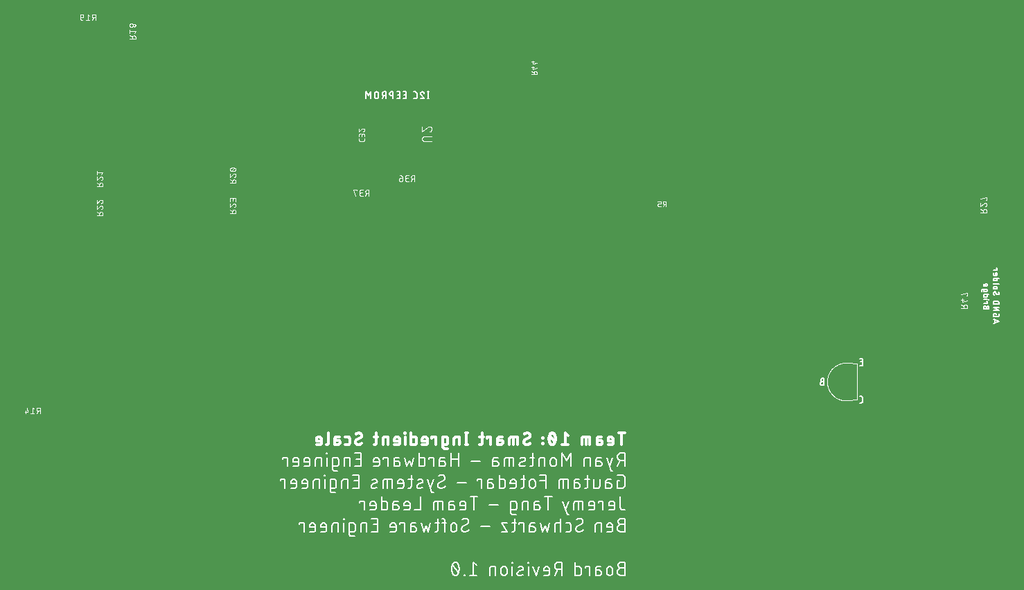
<source format=gbo>
G04 EAGLE Gerber RS-274X export*
G04 #@! %TF.Part,Single*
G04 #@! %TF.FileFunction,Legend,Bot,1*
G04 #@! %TF.FilePolarity,Negative*
G04 #@! %TF.GenerationSoftware,Autodesk,EAGLE,9.6.2*
G04 #@! %TF.CreationDate,2022-03-11T18:21:18Z*
G75*
%MOMM*%
%FSLAX34Y34*%
%LPD*%
%INSilkscreen Bottom*%
%IPNEG*%
%AMOC8*
5,1,8,0,0,1.08239X$1,22.5*%
G01*
%ADD10C,0.152400*%
%ADD11C,0.203200*%
%ADD12C,0.355600*%
%ADD13C,0.100000*%
%ADD14C,0.100000*%
%ADD15C,0.076200*%
%ADD16C,0.050800*%
%ADD17C,0.101600*%


D10*
X809498Y178562D02*
X809498Y194818D01*
X804982Y194818D01*
X804849Y194816D01*
X804717Y194810D01*
X804585Y194800D01*
X804453Y194787D01*
X804321Y194769D01*
X804191Y194748D01*
X804060Y194723D01*
X803931Y194694D01*
X803803Y194661D01*
X803675Y194625D01*
X803549Y194585D01*
X803424Y194541D01*
X803300Y194493D01*
X803178Y194442D01*
X803057Y194387D01*
X802938Y194329D01*
X802820Y194267D01*
X802705Y194202D01*
X802591Y194133D01*
X802480Y194062D01*
X802371Y193986D01*
X802264Y193908D01*
X802159Y193827D01*
X802057Y193742D01*
X801957Y193655D01*
X801860Y193565D01*
X801765Y193472D01*
X801674Y193376D01*
X801585Y193278D01*
X801499Y193177D01*
X801416Y193073D01*
X801336Y192967D01*
X801260Y192859D01*
X801186Y192749D01*
X801116Y192636D01*
X801049Y192522D01*
X800986Y192405D01*
X800926Y192287D01*
X800869Y192167D01*
X800816Y192045D01*
X800767Y191922D01*
X800721Y191798D01*
X800679Y191672D01*
X800641Y191545D01*
X800606Y191417D01*
X800575Y191288D01*
X800548Y191159D01*
X800525Y191028D01*
X800505Y190897D01*
X800490Y190765D01*
X800478Y190633D01*
X800470Y190501D01*
X800466Y190368D01*
X800466Y190236D01*
X800470Y190103D01*
X800478Y189971D01*
X800490Y189839D01*
X800505Y189707D01*
X800525Y189576D01*
X800548Y189445D01*
X800575Y189316D01*
X800606Y189187D01*
X800641Y189059D01*
X800679Y188932D01*
X800721Y188806D01*
X800767Y188682D01*
X800816Y188559D01*
X800869Y188437D01*
X800926Y188317D01*
X800986Y188199D01*
X801049Y188082D01*
X801116Y187968D01*
X801186Y187855D01*
X801260Y187745D01*
X801336Y187637D01*
X801416Y187531D01*
X801499Y187427D01*
X801585Y187326D01*
X801674Y187228D01*
X801765Y187132D01*
X801860Y187039D01*
X801957Y186949D01*
X802057Y186862D01*
X802159Y186777D01*
X802264Y186696D01*
X802371Y186618D01*
X802480Y186542D01*
X802591Y186471D01*
X802705Y186402D01*
X802820Y186337D01*
X802938Y186275D01*
X803057Y186217D01*
X803178Y186162D01*
X803300Y186111D01*
X803424Y186063D01*
X803549Y186019D01*
X803675Y185979D01*
X803803Y185943D01*
X803931Y185910D01*
X804060Y185881D01*
X804191Y185856D01*
X804321Y185835D01*
X804453Y185817D01*
X804585Y185804D01*
X804717Y185794D01*
X804849Y185788D01*
X804982Y185786D01*
X804982Y185787D02*
X809498Y185787D01*
X804079Y185787D02*
X800467Y178562D01*
X794618Y173143D02*
X792812Y173143D01*
X787394Y189399D01*
X794618Y189399D02*
X791006Y178562D01*
X778505Y184884D02*
X774441Y184884D01*
X778505Y184884D02*
X778617Y184882D01*
X778728Y184876D01*
X778839Y184866D01*
X778950Y184853D01*
X779060Y184835D01*
X779169Y184813D01*
X779278Y184788D01*
X779386Y184759D01*
X779492Y184726D01*
X779598Y184689D01*
X779702Y184649D01*
X779804Y184605D01*
X779905Y184557D01*
X780004Y184506D01*
X780102Y184451D01*
X780197Y184393D01*
X780290Y184332D01*
X780381Y184267D01*
X780470Y184199D01*
X780556Y184128D01*
X780639Y184055D01*
X780720Y183978D01*
X780799Y183898D01*
X780874Y183816D01*
X780946Y183731D01*
X781016Y183644D01*
X781082Y183554D01*
X781145Y183462D01*
X781205Y183367D01*
X781261Y183271D01*
X781314Y183173D01*
X781363Y183073D01*
X781409Y182971D01*
X781451Y182868D01*
X781490Y182763D01*
X781525Y182657D01*
X781556Y182550D01*
X781583Y182442D01*
X781607Y182333D01*
X781626Y182223D01*
X781642Y182113D01*
X781654Y182002D01*
X781662Y181890D01*
X781666Y181779D01*
X781666Y181667D01*
X781662Y181556D01*
X781654Y181444D01*
X781642Y181333D01*
X781626Y181223D01*
X781607Y181113D01*
X781583Y181004D01*
X781556Y180896D01*
X781525Y180789D01*
X781490Y180683D01*
X781451Y180578D01*
X781409Y180475D01*
X781363Y180373D01*
X781314Y180273D01*
X781261Y180175D01*
X781205Y180079D01*
X781145Y179984D01*
X781082Y179892D01*
X781016Y179802D01*
X780946Y179715D01*
X780874Y179630D01*
X780799Y179548D01*
X780720Y179468D01*
X780639Y179391D01*
X780556Y179318D01*
X780470Y179247D01*
X780381Y179179D01*
X780290Y179114D01*
X780197Y179053D01*
X780102Y178995D01*
X780004Y178940D01*
X779905Y178889D01*
X779804Y178841D01*
X779702Y178797D01*
X779598Y178757D01*
X779492Y178720D01*
X779386Y178687D01*
X779278Y178658D01*
X779169Y178633D01*
X779060Y178611D01*
X778950Y178593D01*
X778839Y178580D01*
X778728Y178570D01*
X778617Y178564D01*
X778505Y178562D01*
X774441Y178562D01*
X774441Y186690D01*
X774443Y186791D01*
X774449Y186892D01*
X774458Y186993D01*
X774471Y187094D01*
X774488Y187194D01*
X774509Y187293D01*
X774533Y187391D01*
X774561Y187488D01*
X774593Y187585D01*
X774628Y187680D01*
X774667Y187773D01*
X774709Y187865D01*
X774755Y187956D01*
X774804Y188045D01*
X774856Y188131D01*
X774912Y188216D01*
X774970Y188299D01*
X775032Y188379D01*
X775097Y188457D01*
X775164Y188533D01*
X775234Y188606D01*
X775307Y188676D01*
X775383Y188743D01*
X775461Y188808D01*
X775541Y188870D01*
X775624Y188928D01*
X775709Y188984D01*
X775796Y189036D01*
X775884Y189085D01*
X775975Y189131D01*
X776067Y189173D01*
X776160Y189212D01*
X776255Y189247D01*
X776352Y189279D01*
X776449Y189307D01*
X776547Y189331D01*
X776646Y189352D01*
X776746Y189369D01*
X776847Y189382D01*
X776948Y189391D01*
X777049Y189397D01*
X777150Y189399D01*
X780763Y189399D01*
X767003Y189399D02*
X767003Y178562D01*
X767003Y189399D02*
X762488Y189399D01*
X762384Y189397D01*
X762281Y189391D01*
X762177Y189381D01*
X762074Y189367D01*
X761972Y189349D01*
X761871Y189328D01*
X761770Y189302D01*
X761671Y189273D01*
X761572Y189240D01*
X761475Y189203D01*
X761380Y189162D01*
X761286Y189118D01*
X761194Y189070D01*
X761104Y189019D01*
X761015Y188964D01*
X760929Y188906D01*
X760846Y188844D01*
X760764Y188780D01*
X760686Y188712D01*
X760610Y188642D01*
X760536Y188569D01*
X760466Y188492D01*
X760398Y188414D01*
X760334Y188332D01*
X760272Y188249D01*
X760214Y188163D01*
X760159Y188074D01*
X760108Y187984D01*
X760060Y187892D01*
X760016Y187798D01*
X759975Y187703D01*
X759938Y187606D01*
X759905Y187507D01*
X759876Y187408D01*
X759850Y187307D01*
X759829Y187206D01*
X759811Y187104D01*
X759797Y187001D01*
X759787Y186897D01*
X759781Y186794D01*
X759779Y186690D01*
X759778Y186690D02*
X759778Y178562D01*
X743800Y178562D02*
X743800Y194818D01*
X738381Y185787D01*
X732962Y194818D01*
X732962Y178562D01*
X725841Y182174D02*
X725841Y185787D01*
X725839Y185906D01*
X725833Y186026D01*
X725823Y186145D01*
X725809Y186263D01*
X725792Y186382D01*
X725770Y186499D01*
X725745Y186616D01*
X725715Y186731D01*
X725682Y186846D01*
X725645Y186960D01*
X725605Y187072D01*
X725560Y187183D01*
X725512Y187292D01*
X725461Y187400D01*
X725406Y187506D01*
X725347Y187610D01*
X725285Y187712D01*
X725220Y187812D01*
X725151Y187910D01*
X725079Y188006D01*
X725004Y188099D01*
X724927Y188189D01*
X724846Y188277D01*
X724762Y188362D01*
X724675Y188444D01*
X724586Y188524D01*
X724494Y188600D01*
X724400Y188674D01*
X724303Y188744D01*
X724205Y188811D01*
X724104Y188875D01*
X724000Y188935D01*
X723895Y188992D01*
X723788Y189045D01*
X723680Y189095D01*
X723570Y189141D01*
X723458Y189183D01*
X723345Y189222D01*
X723231Y189257D01*
X723116Y189288D01*
X722999Y189316D01*
X722882Y189339D01*
X722765Y189359D01*
X722646Y189375D01*
X722527Y189387D01*
X722408Y189395D01*
X722289Y189399D01*
X722169Y189399D01*
X722050Y189395D01*
X721931Y189387D01*
X721812Y189375D01*
X721693Y189359D01*
X721576Y189339D01*
X721459Y189316D01*
X721342Y189288D01*
X721227Y189257D01*
X721113Y189222D01*
X721000Y189183D01*
X720888Y189141D01*
X720778Y189095D01*
X720670Y189045D01*
X720563Y188992D01*
X720458Y188935D01*
X720354Y188875D01*
X720253Y188811D01*
X720155Y188744D01*
X720058Y188674D01*
X719964Y188600D01*
X719872Y188524D01*
X719783Y188444D01*
X719696Y188362D01*
X719612Y188277D01*
X719531Y188189D01*
X719454Y188099D01*
X719379Y188006D01*
X719307Y187910D01*
X719238Y187812D01*
X719173Y187712D01*
X719111Y187610D01*
X719052Y187506D01*
X718997Y187400D01*
X718946Y187292D01*
X718898Y187183D01*
X718853Y187072D01*
X718813Y186960D01*
X718776Y186846D01*
X718743Y186731D01*
X718713Y186616D01*
X718688Y186499D01*
X718666Y186382D01*
X718649Y186263D01*
X718635Y186145D01*
X718625Y186026D01*
X718619Y185906D01*
X718617Y185787D01*
X718616Y185787D02*
X718616Y182174D01*
X718617Y182174D02*
X718619Y182055D01*
X718625Y181935D01*
X718635Y181816D01*
X718649Y181698D01*
X718666Y181579D01*
X718688Y181462D01*
X718713Y181345D01*
X718743Y181230D01*
X718776Y181115D01*
X718813Y181001D01*
X718853Y180889D01*
X718898Y180778D01*
X718946Y180669D01*
X718997Y180561D01*
X719052Y180455D01*
X719111Y180351D01*
X719173Y180249D01*
X719238Y180149D01*
X719307Y180051D01*
X719379Y179955D01*
X719454Y179862D01*
X719531Y179772D01*
X719612Y179684D01*
X719696Y179599D01*
X719783Y179517D01*
X719872Y179437D01*
X719964Y179361D01*
X720058Y179287D01*
X720155Y179217D01*
X720253Y179150D01*
X720354Y179086D01*
X720458Y179026D01*
X720563Y178969D01*
X720670Y178916D01*
X720778Y178866D01*
X720888Y178820D01*
X721000Y178778D01*
X721113Y178739D01*
X721227Y178704D01*
X721342Y178673D01*
X721459Y178645D01*
X721576Y178622D01*
X721693Y178602D01*
X721812Y178586D01*
X721931Y178574D01*
X722050Y178566D01*
X722169Y178562D01*
X722289Y178562D01*
X722408Y178566D01*
X722527Y178574D01*
X722646Y178586D01*
X722765Y178602D01*
X722882Y178622D01*
X722999Y178645D01*
X723116Y178673D01*
X723231Y178704D01*
X723345Y178739D01*
X723458Y178778D01*
X723570Y178820D01*
X723680Y178866D01*
X723788Y178916D01*
X723895Y178969D01*
X724000Y179026D01*
X724104Y179086D01*
X724205Y179150D01*
X724303Y179217D01*
X724400Y179287D01*
X724494Y179361D01*
X724586Y179437D01*
X724675Y179517D01*
X724762Y179599D01*
X724846Y179684D01*
X724927Y179772D01*
X725004Y179862D01*
X725079Y179955D01*
X725151Y180051D01*
X725220Y180149D01*
X725285Y180249D01*
X725347Y180351D01*
X725406Y180455D01*
X725461Y180561D01*
X725512Y180669D01*
X725560Y180778D01*
X725605Y180889D01*
X725645Y181001D01*
X725682Y181115D01*
X725715Y181230D01*
X725745Y181345D01*
X725770Y181462D01*
X725792Y181579D01*
X725809Y181698D01*
X725823Y181816D01*
X725833Y181935D01*
X725839Y182055D01*
X725841Y182174D01*
X711773Y178562D02*
X711773Y189399D01*
X707257Y189399D01*
X707153Y189397D01*
X707050Y189391D01*
X706946Y189381D01*
X706843Y189367D01*
X706741Y189349D01*
X706640Y189328D01*
X706539Y189302D01*
X706440Y189273D01*
X706341Y189240D01*
X706244Y189203D01*
X706149Y189162D01*
X706055Y189118D01*
X705963Y189070D01*
X705873Y189019D01*
X705784Y188964D01*
X705698Y188906D01*
X705615Y188844D01*
X705533Y188780D01*
X705455Y188712D01*
X705379Y188642D01*
X705305Y188569D01*
X705235Y188492D01*
X705167Y188414D01*
X705103Y188332D01*
X705041Y188249D01*
X704983Y188163D01*
X704928Y188074D01*
X704877Y187984D01*
X704829Y187892D01*
X704785Y187798D01*
X704744Y187703D01*
X704707Y187606D01*
X704674Y187507D01*
X704645Y187408D01*
X704619Y187307D01*
X704598Y187206D01*
X704580Y187104D01*
X704566Y187001D01*
X704556Y186897D01*
X704550Y186794D01*
X704548Y186690D01*
X704548Y178562D01*
X699002Y189399D02*
X693583Y189399D01*
X697196Y194818D02*
X697196Y181271D01*
X697194Y181170D01*
X697188Y181069D01*
X697179Y180968D01*
X697166Y180867D01*
X697149Y180767D01*
X697128Y180668D01*
X697104Y180570D01*
X697076Y180473D01*
X697044Y180376D01*
X697009Y180281D01*
X696970Y180188D01*
X696928Y180096D01*
X696882Y180005D01*
X696833Y179916D01*
X696781Y179830D01*
X696725Y179745D01*
X696667Y179662D01*
X696605Y179582D01*
X696540Y179504D01*
X696473Y179428D01*
X696403Y179355D01*
X696330Y179285D01*
X696254Y179218D01*
X696176Y179153D01*
X696096Y179091D01*
X696013Y179033D01*
X695928Y178977D01*
X695842Y178925D01*
X695753Y178876D01*
X695662Y178830D01*
X695570Y178788D01*
X695477Y178749D01*
X695382Y178714D01*
X695285Y178682D01*
X695188Y178654D01*
X695090Y178630D01*
X694991Y178609D01*
X694891Y178592D01*
X694790Y178579D01*
X694689Y178570D01*
X694588Y178564D01*
X694487Y178562D01*
X693583Y178562D01*
X686450Y184884D02*
X681935Y183078D01*
X686451Y184884D02*
X686539Y184921D01*
X686625Y184962D01*
X686710Y185006D01*
X686793Y185054D01*
X686873Y185105D01*
X686952Y185159D01*
X687028Y185217D01*
X687102Y185277D01*
X687174Y185341D01*
X687242Y185407D01*
X687308Y185477D01*
X687371Y185548D01*
X687432Y185623D01*
X687489Y185699D01*
X687542Y185778D01*
X687593Y185859D01*
X687640Y185942D01*
X687684Y186027D01*
X687724Y186114D01*
X687761Y186202D01*
X687794Y186292D01*
X687824Y186383D01*
X687849Y186475D01*
X687871Y186568D01*
X687889Y186662D01*
X687904Y186756D01*
X687914Y186851D01*
X687920Y186947D01*
X687923Y187042D01*
X687922Y187138D01*
X687916Y187233D01*
X687907Y187329D01*
X687894Y187423D01*
X687878Y187517D01*
X687857Y187611D01*
X687832Y187703D01*
X687804Y187794D01*
X687772Y187884D01*
X687737Y187973D01*
X687698Y188060D01*
X687655Y188146D01*
X687609Y188230D01*
X687559Y188311D01*
X687507Y188391D01*
X687451Y188469D01*
X687391Y188544D01*
X687329Y188616D01*
X687264Y188686D01*
X687196Y188754D01*
X687126Y188818D01*
X687053Y188880D01*
X686977Y188938D01*
X686899Y188994D01*
X686819Y189046D01*
X686737Y189095D01*
X686653Y189140D01*
X686567Y189182D01*
X686480Y189221D01*
X686391Y189256D01*
X686300Y189287D01*
X686209Y189314D01*
X686116Y189338D01*
X686023Y189358D01*
X685929Y189374D01*
X685834Y189386D01*
X685739Y189395D01*
X685643Y189399D01*
X685548Y189400D01*
X685301Y189393D01*
X685055Y189381D01*
X684809Y189363D01*
X684563Y189338D01*
X684319Y189308D01*
X684075Y189272D01*
X683832Y189231D01*
X683590Y189183D01*
X683349Y189129D01*
X683110Y189070D01*
X682872Y189005D01*
X682636Y188934D01*
X682401Y188858D01*
X682168Y188776D01*
X681938Y188688D01*
X681710Y188595D01*
X681483Y188497D01*
X681935Y183077D02*
X681847Y183040D01*
X681761Y182999D01*
X681676Y182955D01*
X681593Y182907D01*
X681513Y182856D01*
X681434Y182802D01*
X681358Y182744D01*
X681284Y182684D01*
X681212Y182620D01*
X681144Y182554D01*
X681078Y182484D01*
X681015Y182413D01*
X680954Y182338D01*
X680897Y182262D01*
X680844Y182183D01*
X680793Y182102D01*
X680746Y182019D01*
X680702Y181934D01*
X680662Y181847D01*
X680625Y181759D01*
X680592Y181669D01*
X680562Y181578D01*
X680537Y181486D01*
X680515Y181393D01*
X680497Y181299D01*
X680482Y181205D01*
X680472Y181110D01*
X680466Y181014D01*
X680463Y180919D01*
X680464Y180823D01*
X680470Y180728D01*
X680479Y180632D01*
X680492Y180538D01*
X680508Y180444D01*
X680529Y180350D01*
X680554Y180258D01*
X680582Y180167D01*
X680614Y180077D01*
X680649Y179988D01*
X680688Y179901D01*
X680731Y179815D01*
X680777Y179731D01*
X680827Y179650D01*
X680879Y179570D01*
X680935Y179492D01*
X680995Y179417D01*
X681057Y179345D01*
X681122Y179275D01*
X681190Y179207D01*
X681260Y179143D01*
X681333Y179081D01*
X681409Y179023D01*
X681487Y178967D01*
X681567Y178915D01*
X681649Y178866D01*
X681733Y178821D01*
X681819Y178779D01*
X681906Y178740D01*
X681995Y178705D01*
X682086Y178674D01*
X682177Y178647D01*
X682270Y178623D01*
X682363Y178603D01*
X682457Y178587D01*
X682552Y178575D01*
X682647Y178566D01*
X682743Y178562D01*
X682838Y178561D01*
X682838Y178562D02*
X683200Y178571D01*
X683562Y178589D01*
X683923Y178616D01*
X684283Y178651D01*
X684643Y178694D01*
X685002Y178746D01*
X685359Y178807D01*
X685714Y178876D01*
X686068Y178953D01*
X686420Y179039D01*
X686770Y179133D01*
X687118Y179236D01*
X687463Y179346D01*
X687805Y179465D01*
X673459Y178562D02*
X673459Y189399D01*
X665331Y189399D01*
X665230Y189397D01*
X665129Y189391D01*
X665028Y189382D01*
X664927Y189369D01*
X664827Y189352D01*
X664728Y189331D01*
X664630Y189307D01*
X664533Y189279D01*
X664436Y189247D01*
X664341Y189212D01*
X664248Y189173D01*
X664156Y189131D01*
X664065Y189085D01*
X663977Y189036D01*
X663890Y188984D01*
X663805Y188928D01*
X663722Y188870D01*
X663642Y188808D01*
X663564Y188743D01*
X663488Y188676D01*
X663415Y188606D01*
X663345Y188533D01*
X663278Y188457D01*
X663213Y188379D01*
X663151Y188299D01*
X663093Y188216D01*
X663037Y188131D01*
X662985Y188045D01*
X662936Y187956D01*
X662890Y187865D01*
X662848Y187773D01*
X662809Y187680D01*
X662774Y187585D01*
X662742Y187488D01*
X662714Y187391D01*
X662690Y187293D01*
X662669Y187194D01*
X662652Y187094D01*
X662639Y186993D01*
X662630Y186892D01*
X662624Y186791D01*
X662622Y186690D01*
X662622Y178562D01*
X668040Y178562D02*
X668040Y189399D01*
X652413Y184884D02*
X648349Y184884D01*
X652413Y184884D02*
X652525Y184882D01*
X652636Y184876D01*
X652747Y184866D01*
X652858Y184853D01*
X652968Y184835D01*
X653077Y184813D01*
X653186Y184788D01*
X653294Y184759D01*
X653400Y184726D01*
X653506Y184689D01*
X653610Y184649D01*
X653712Y184605D01*
X653813Y184557D01*
X653912Y184506D01*
X654010Y184451D01*
X654105Y184393D01*
X654198Y184332D01*
X654289Y184267D01*
X654378Y184199D01*
X654464Y184128D01*
X654547Y184055D01*
X654628Y183978D01*
X654707Y183898D01*
X654782Y183816D01*
X654854Y183731D01*
X654924Y183644D01*
X654990Y183554D01*
X655053Y183462D01*
X655113Y183367D01*
X655169Y183271D01*
X655222Y183173D01*
X655271Y183073D01*
X655317Y182971D01*
X655359Y182868D01*
X655398Y182763D01*
X655433Y182657D01*
X655464Y182550D01*
X655491Y182442D01*
X655515Y182333D01*
X655534Y182223D01*
X655550Y182113D01*
X655562Y182002D01*
X655570Y181890D01*
X655574Y181779D01*
X655574Y181667D01*
X655570Y181556D01*
X655562Y181444D01*
X655550Y181333D01*
X655534Y181223D01*
X655515Y181113D01*
X655491Y181004D01*
X655464Y180896D01*
X655433Y180789D01*
X655398Y180683D01*
X655359Y180578D01*
X655317Y180475D01*
X655271Y180373D01*
X655222Y180273D01*
X655169Y180175D01*
X655113Y180079D01*
X655053Y179984D01*
X654990Y179892D01*
X654924Y179802D01*
X654854Y179715D01*
X654782Y179630D01*
X654707Y179548D01*
X654628Y179468D01*
X654547Y179391D01*
X654464Y179318D01*
X654378Y179247D01*
X654289Y179179D01*
X654198Y179114D01*
X654105Y179053D01*
X654010Y178995D01*
X653912Y178940D01*
X653813Y178889D01*
X653712Y178841D01*
X653610Y178797D01*
X653506Y178757D01*
X653400Y178720D01*
X653294Y178687D01*
X653186Y178658D01*
X653077Y178633D01*
X652968Y178611D01*
X652858Y178593D01*
X652747Y178580D01*
X652636Y178570D01*
X652525Y178564D01*
X652413Y178562D01*
X648349Y178562D01*
X648349Y186690D01*
X648351Y186791D01*
X648357Y186892D01*
X648366Y186993D01*
X648379Y187094D01*
X648396Y187194D01*
X648417Y187293D01*
X648441Y187391D01*
X648469Y187488D01*
X648501Y187585D01*
X648536Y187680D01*
X648575Y187773D01*
X648617Y187865D01*
X648663Y187956D01*
X648712Y188045D01*
X648764Y188131D01*
X648820Y188216D01*
X648878Y188299D01*
X648940Y188379D01*
X649005Y188457D01*
X649072Y188533D01*
X649142Y188606D01*
X649215Y188676D01*
X649291Y188743D01*
X649369Y188808D01*
X649449Y188870D01*
X649532Y188928D01*
X649617Y188984D01*
X649704Y189036D01*
X649792Y189085D01*
X649883Y189131D01*
X649975Y189173D01*
X650068Y189212D01*
X650163Y189247D01*
X650260Y189279D01*
X650357Y189307D01*
X650455Y189331D01*
X650554Y189352D01*
X650654Y189369D01*
X650755Y189382D01*
X650856Y189391D01*
X650957Y189397D01*
X651058Y189399D01*
X654671Y189399D01*
X632818Y184884D02*
X621981Y184884D01*
X606384Y178562D02*
X606384Y194818D01*
X606384Y187593D02*
X597353Y187593D01*
X597353Y194818D02*
X597353Y178562D01*
X587283Y184884D02*
X583219Y184884D01*
X587283Y184884D02*
X587395Y184882D01*
X587506Y184876D01*
X587617Y184866D01*
X587728Y184853D01*
X587838Y184835D01*
X587947Y184813D01*
X588056Y184788D01*
X588164Y184759D01*
X588270Y184726D01*
X588376Y184689D01*
X588480Y184649D01*
X588582Y184605D01*
X588683Y184557D01*
X588782Y184506D01*
X588880Y184451D01*
X588975Y184393D01*
X589068Y184332D01*
X589159Y184267D01*
X589248Y184199D01*
X589334Y184128D01*
X589417Y184055D01*
X589498Y183978D01*
X589577Y183898D01*
X589652Y183816D01*
X589724Y183731D01*
X589794Y183644D01*
X589860Y183554D01*
X589923Y183462D01*
X589983Y183367D01*
X590039Y183271D01*
X590092Y183173D01*
X590141Y183073D01*
X590187Y182971D01*
X590229Y182868D01*
X590268Y182763D01*
X590303Y182657D01*
X590334Y182550D01*
X590361Y182442D01*
X590385Y182333D01*
X590404Y182223D01*
X590420Y182113D01*
X590432Y182002D01*
X590440Y181890D01*
X590444Y181779D01*
X590444Y181667D01*
X590440Y181556D01*
X590432Y181444D01*
X590420Y181333D01*
X590404Y181223D01*
X590385Y181113D01*
X590361Y181004D01*
X590334Y180896D01*
X590303Y180789D01*
X590268Y180683D01*
X590229Y180578D01*
X590187Y180475D01*
X590141Y180373D01*
X590092Y180273D01*
X590039Y180175D01*
X589983Y180079D01*
X589923Y179984D01*
X589860Y179892D01*
X589794Y179802D01*
X589724Y179715D01*
X589652Y179630D01*
X589577Y179548D01*
X589498Y179468D01*
X589417Y179391D01*
X589334Y179318D01*
X589248Y179247D01*
X589159Y179179D01*
X589068Y179114D01*
X588975Y179053D01*
X588880Y178995D01*
X588782Y178940D01*
X588683Y178889D01*
X588582Y178841D01*
X588480Y178797D01*
X588376Y178757D01*
X588270Y178720D01*
X588164Y178687D01*
X588056Y178658D01*
X587947Y178633D01*
X587838Y178611D01*
X587728Y178593D01*
X587617Y178580D01*
X587506Y178570D01*
X587395Y178564D01*
X587283Y178562D01*
X583219Y178562D01*
X583219Y186690D01*
X583221Y186791D01*
X583227Y186892D01*
X583236Y186993D01*
X583249Y187094D01*
X583266Y187194D01*
X583287Y187293D01*
X583311Y187391D01*
X583339Y187488D01*
X583371Y187585D01*
X583406Y187680D01*
X583445Y187773D01*
X583487Y187865D01*
X583533Y187956D01*
X583582Y188045D01*
X583634Y188131D01*
X583690Y188216D01*
X583748Y188299D01*
X583810Y188379D01*
X583875Y188457D01*
X583942Y188533D01*
X584012Y188606D01*
X584085Y188676D01*
X584161Y188743D01*
X584239Y188808D01*
X584319Y188870D01*
X584402Y188928D01*
X584487Y188984D01*
X584574Y189036D01*
X584662Y189085D01*
X584753Y189131D01*
X584845Y189173D01*
X584938Y189212D01*
X585033Y189247D01*
X585130Y189279D01*
X585227Y189307D01*
X585325Y189331D01*
X585424Y189352D01*
X585524Y189369D01*
X585625Y189382D01*
X585726Y189391D01*
X585827Y189397D01*
X585928Y189399D01*
X589541Y189399D01*
X575696Y189399D02*
X575696Y178562D01*
X575696Y189399D02*
X570278Y189399D01*
X570278Y187593D01*
X558209Y194818D02*
X558209Y178562D01*
X562725Y178562D01*
X562826Y178564D01*
X562927Y178570D01*
X563028Y178579D01*
X563129Y178592D01*
X563229Y178609D01*
X563328Y178630D01*
X563426Y178654D01*
X563523Y178682D01*
X563620Y178714D01*
X563715Y178749D01*
X563808Y178788D01*
X563900Y178830D01*
X563991Y178876D01*
X564080Y178925D01*
X564166Y178977D01*
X564251Y179033D01*
X564334Y179091D01*
X564414Y179153D01*
X564492Y179218D01*
X564568Y179285D01*
X564641Y179355D01*
X564711Y179428D01*
X564778Y179504D01*
X564843Y179582D01*
X564905Y179662D01*
X564963Y179745D01*
X565019Y179830D01*
X565071Y179916D01*
X565120Y180005D01*
X565166Y180096D01*
X565208Y180188D01*
X565247Y180281D01*
X565282Y180376D01*
X565314Y180473D01*
X565342Y180570D01*
X565366Y180668D01*
X565387Y180767D01*
X565404Y180867D01*
X565417Y180968D01*
X565426Y181069D01*
X565432Y181170D01*
X565434Y181271D01*
X565434Y186690D01*
X565432Y186791D01*
X565426Y186892D01*
X565417Y186993D01*
X565404Y187094D01*
X565387Y187194D01*
X565366Y187293D01*
X565342Y187391D01*
X565314Y187488D01*
X565282Y187585D01*
X565247Y187680D01*
X565208Y187773D01*
X565166Y187865D01*
X565120Y187956D01*
X565071Y188045D01*
X565019Y188131D01*
X564963Y188216D01*
X564905Y188299D01*
X564843Y188379D01*
X564778Y188457D01*
X564711Y188533D01*
X564641Y188606D01*
X564568Y188676D01*
X564492Y188743D01*
X564414Y188808D01*
X564334Y188870D01*
X564251Y188928D01*
X564166Y188984D01*
X564080Y189036D01*
X563991Y189085D01*
X563900Y189131D01*
X563808Y189173D01*
X563715Y189212D01*
X563620Y189247D01*
X563523Y189279D01*
X563426Y189307D01*
X563328Y189331D01*
X563229Y189352D01*
X563129Y189369D01*
X563028Y189382D01*
X562927Y189391D01*
X562826Y189397D01*
X562725Y189399D01*
X558209Y189399D01*
X551536Y189399D02*
X548826Y178562D01*
X546117Y185787D01*
X543408Y178562D01*
X540698Y189399D01*
X531532Y184884D02*
X527468Y184884D01*
X531532Y184884D02*
X531644Y184882D01*
X531755Y184876D01*
X531866Y184866D01*
X531977Y184853D01*
X532087Y184835D01*
X532196Y184813D01*
X532305Y184788D01*
X532413Y184759D01*
X532519Y184726D01*
X532625Y184689D01*
X532729Y184649D01*
X532831Y184605D01*
X532932Y184557D01*
X533031Y184506D01*
X533129Y184451D01*
X533224Y184393D01*
X533317Y184332D01*
X533408Y184267D01*
X533497Y184199D01*
X533583Y184128D01*
X533666Y184055D01*
X533747Y183978D01*
X533826Y183898D01*
X533901Y183816D01*
X533973Y183731D01*
X534043Y183644D01*
X534109Y183554D01*
X534172Y183462D01*
X534232Y183367D01*
X534288Y183271D01*
X534341Y183173D01*
X534390Y183073D01*
X534436Y182971D01*
X534478Y182868D01*
X534517Y182763D01*
X534552Y182657D01*
X534583Y182550D01*
X534610Y182442D01*
X534634Y182333D01*
X534653Y182223D01*
X534669Y182113D01*
X534681Y182002D01*
X534689Y181890D01*
X534693Y181779D01*
X534693Y181667D01*
X534689Y181556D01*
X534681Y181444D01*
X534669Y181333D01*
X534653Y181223D01*
X534634Y181113D01*
X534610Y181004D01*
X534583Y180896D01*
X534552Y180789D01*
X534517Y180683D01*
X534478Y180578D01*
X534436Y180475D01*
X534390Y180373D01*
X534341Y180273D01*
X534288Y180175D01*
X534232Y180079D01*
X534172Y179984D01*
X534109Y179892D01*
X534043Y179802D01*
X533973Y179715D01*
X533901Y179630D01*
X533826Y179548D01*
X533747Y179468D01*
X533666Y179391D01*
X533583Y179318D01*
X533497Y179247D01*
X533408Y179179D01*
X533317Y179114D01*
X533224Y179053D01*
X533129Y178995D01*
X533031Y178940D01*
X532932Y178889D01*
X532831Y178841D01*
X532729Y178797D01*
X532625Y178757D01*
X532519Y178720D01*
X532413Y178687D01*
X532305Y178658D01*
X532196Y178633D01*
X532087Y178611D01*
X531977Y178593D01*
X531866Y178580D01*
X531755Y178570D01*
X531644Y178564D01*
X531532Y178562D01*
X527468Y178562D01*
X527468Y186690D01*
X527470Y186791D01*
X527476Y186892D01*
X527485Y186993D01*
X527498Y187094D01*
X527515Y187194D01*
X527536Y187293D01*
X527560Y187391D01*
X527588Y187488D01*
X527620Y187585D01*
X527655Y187680D01*
X527694Y187773D01*
X527736Y187865D01*
X527782Y187956D01*
X527831Y188045D01*
X527883Y188131D01*
X527939Y188216D01*
X527997Y188299D01*
X528059Y188379D01*
X528124Y188457D01*
X528191Y188533D01*
X528261Y188606D01*
X528334Y188676D01*
X528410Y188743D01*
X528488Y188808D01*
X528568Y188870D01*
X528651Y188928D01*
X528736Y188984D01*
X528823Y189036D01*
X528911Y189085D01*
X529002Y189131D01*
X529094Y189173D01*
X529187Y189212D01*
X529282Y189247D01*
X529379Y189279D01*
X529476Y189307D01*
X529574Y189331D01*
X529673Y189352D01*
X529773Y189369D01*
X529874Y189382D01*
X529975Y189391D01*
X530076Y189397D01*
X530177Y189399D01*
X533789Y189399D01*
X519945Y189399D02*
X519945Y178562D01*
X519945Y189399D02*
X514526Y189399D01*
X514526Y187593D01*
X506900Y178562D02*
X502384Y178562D01*
X506900Y178562D02*
X507001Y178564D01*
X507102Y178570D01*
X507203Y178579D01*
X507304Y178592D01*
X507404Y178609D01*
X507503Y178630D01*
X507601Y178654D01*
X507698Y178682D01*
X507795Y178714D01*
X507890Y178749D01*
X507983Y178788D01*
X508075Y178830D01*
X508166Y178876D01*
X508255Y178925D01*
X508341Y178977D01*
X508426Y179033D01*
X508509Y179091D01*
X508589Y179153D01*
X508667Y179218D01*
X508743Y179285D01*
X508816Y179355D01*
X508886Y179428D01*
X508953Y179504D01*
X509018Y179582D01*
X509080Y179662D01*
X509138Y179745D01*
X509194Y179830D01*
X509246Y179916D01*
X509295Y180005D01*
X509341Y180096D01*
X509383Y180188D01*
X509422Y180281D01*
X509457Y180376D01*
X509489Y180473D01*
X509517Y180570D01*
X509541Y180668D01*
X509562Y180767D01*
X509579Y180867D01*
X509592Y180968D01*
X509601Y181069D01*
X509607Y181170D01*
X509609Y181271D01*
X509609Y185787D01*
X509607Y185906D01*
X509601Y186026D01*
X509591Y186145D01*
X509577Y186263D01*
X509560Y186382D01*
X509538Y186499D01*
X509513Y186616D01*
X509483Y186731D01*
X509450Y186846D01*
X509413Y186960D01*
X509373Y187072D01*
X509328Y187183D01*
X509280Y187292D01*
X509229Y187400D01*
X509174Y187506D01*
X509115Y187610D01*
X509053Y187712D01*
X508988Y187812D01*
X508919Y187910D01*
X508847Y188006D01*
X508772Y188099D01*
X508695Y188189D01*
X508614Y188277D01*
X508530Y188362D01*
X508443Y188444D01*
X508354Y188524D01*
X508262Y188600D01*
X508168Y188674D01*
X508071Y188744D01*
X507973Y188811D01*
X507872Y188875D01*
X507768Y188935D01*
X507663Y188992D01*
X507556Y189045D01*
X507448Y189095D01*
X507338Y189141D01*
X507226Y189183D01*
X507113Y189222D01*
X506999Y189257D01*
X506884Y189288D01*
X506767Y189316D01*
X506650Y189339D01*
X506533Y189359D01*
X506414Y189375D01*
X506295Y189387D01*
X506176Y189395D01*
X506057Y189399D01*
X505937Y189399D01*
X505818Y189395D01*
X505699Y189387D01*
X505580Y189375D01*
X505461Y189359D01*
X505344Y189339D01*
X505227Y189316D01*
X505110Y189288D01*
X504995Y189257D01*
X504881Y189222D01*
X504768Y189183D01*
X504656Y189141D01*
X504546Y189095D01*
X504438Y189045D01*
X504331Y188992D01*
X504226Y188935D01*
X504122Y188875D01*
X504021Y188811D01*
X503923Y188744D01*
X503826Y188674D01*
X503732Y188600D01*
X503640Y188524D01*
X503551Y188444D01*
X503464Y188362D01*
X503380Y188277D01*
X503299Y188189D01*
X503222Y188099D01*
X503147Y188006D01*
X503075Y187910D01*
X503006Y187812D01*
X502941Y187712D01*
X502879Y187610D01*
X502820Y187506D01*
X502765Y187400D01*
X502714Y187292D01*
X502666Y187183D01*
X502621Y187072D01*
X502581Y186960D01*
X502544Y186846D01*
X502511Y186731D01*
X502481Y186616D01*
X502456Y186499D01*
X502434Y186382D01*
X502417Y186263D01*
X502403Y186145D01*
X502393Y186026D01*
X502387Y185906D01*
X502385Y185787D01*
X502384Y185787D02*
X502384Y183981D01*
X509609Y183981D01*
X487036Y178562D02*
X479811Y178562D01*
X487036Y178562D02*
X487036Y194818D01*
X479811Y194818D01*
X481617Y187593D02*
X487036Y187593D01*
X473657Y189399D02*
X473657Y178562D01*
X473657Y189399D02*
X469142Y189399D01*
X469038Y189397D01*
X468935Y189391D01*
X468831Y189381D01*
X468728Y189367D01*
X468626Y189349D01*
X468525Y189328D01*
X468424Y189302D01*
X468325Y189273D01*
X468226Y189240D01*
X468129Y189203D01*
X468034Y189162D01*
X467940Y189118D01*
X467848Y189070D01*
X467758Y189019D01*
X467669Y188964D01*
X467583Y188906D01*
X467500Y188844D01*
X467418Y188780D01*
X467340Y188712D01*
X467264Y188642D01*
X467190Y188569D01*
X467120Y188492D01*
X467052Y188414D01*
X466988Y188332D01*
X466926Y188249D01*
X466868Y188163D01*
X466813Y188074D01*
X466762Y187984D01*
X466714Y187892D01*
X466670Y187798D01*
X466629Y187703D01*
X466592Y187606D01*
X466559Y187507D01*
X466530Y187408D01*
X466504Y187307D01*
X466483Y187206D01*
X466465Y187104D01*
X466451Y187001D01*
X466441Y186897D01*
X466435Y186794D01*
X466433Y186690D01*
X466433Y178562D01*
X456953Y178562D02*
X452438Y178562D01*
X456953Y178562D02*
X457054Y178564D01*
X457155Y178570D01*
X457256Y178579D01*
X457357Y178592D01*
X457457Y178609D01*
X457556Y178630D01*
X457654Y178654D01*
X457751Y178682D01*
X457848Y178714D01*
X457943Y178749D01*
X458036Y178788D01*
X458128Y178830D01*
X458219Y178876D01*
X458308Y178925D01*
X458394Y178977D01*
X458479Y179033D01*
X458562Y179091D01*
X458642Y179153D01*
X458720Y179218D01*
X458796Y179285D01*
X458869Y179355D01*
X458939Y179428D01*
X459006Y179504D01*
X459071Y179582D01*
X459133Y179662D01*
X459191Y179745D01*
X459247Y179830D01*
X459299Y179916D01*
X459348Y180005D01*
X459394Y180096D01*
X459436Y180188D01*
X459475Y180281D01*
X459510Y180376D01*
X459542Y180473D01*
X459570Y180570D01*
X459594Y180668D01*
X459615Y180767D01*
X459632Y180867D01*
X459645Y180968D01*
X459654Y181069D01*
X459660Y181170D01*
X459662Y181271D01*
X459663Y181271D02*
X459663Y186690D01*
X459662Y186690D02*
X459660Y186791D01*
X459654Y186892D01*
X459645Y186993D01*
X459632Y187094D01*
X459615Y187194D01*
X459594Y187293D01*
X459570Y187391D01*
X459542Y187488D01*
X459510Y187585D01*
X459475Y187680D01*
X459436Y187773D01*
X459394Y187865D01*
X459348Y187956D01*
X459299Y188045D01*
X459247Y188131D01*
X459191Y188216D01*
X459133Y188299D01*
X459071Y188379D01*
X459006Y188457D01*
X458939Y188533D01*
X458869Y188606D01*
X458796Y188676D01*
X458720Y188743D01*
X458642Y188808D01*
X458562Y188870D01*
X458479Y188928D01*
X458394Y188984D01*
X458308Y189036D01*
X458219Y189085D01*
X458128Y189131D01*
X458036Y189173D01*
X457943Y189212D01*
X457848Y189247D01*
X457751Y189279D01*
X457654Y189307D01*
X457556Y189331D01*
X457457Y189352D01*
X457357Y189369D01*
X457256Y189382D01*
X457155Y189391D01*
X457054Y189397D01*
X456953Y189399D01*
X452438Y189399D01*
X452438Y175853D01*
X452440Y175752D01*
X452446Y175651D01*
X452455Y175550D01*
X452468Y175449D01*
X452485Y175349D01*
X452506Y175250D01*
X452530Y175152D01*
X452558Y175055D01*
X452590Y174958D01*
X452625Y174863D01*
X452664Y174770D01*
X452706Y174678D01*
X452752Y174587D01*
X452801Y174499D01*
X452853Y174412D01*
X452909Y174327D01*
X452967Y174244D01*
X453029Y174164D01*
X453094Y174086D01*
X453161Y174010D01*
X453231Y173937D01*
X453304Y173867D01*
X453380Y173800D01*
X453458Y173735D01*
X453538Y173673D01*
X453621Y173615D01*
X453706Y173559D01*
X453793Y173507D01*
X453881Y173458D01*
X453972Y173412D01*
X454064Y173370D01*
X454157Y173331D01*
X454252Y173296D01*
X454349Y173264D01*
X454446Y173236D01*
X454544Y173212D01*
X454643Y173191D01*
X454743Y173174D01*
X454844Y173161D01*
X454945Y173152D01*
X455046Y173146D01*
X455147Y173144D01*
X455147Y173143D02*
X458760Y173143D01*
X445556Y178562D02*
X445556Y189399D01*
X446008Y193915D02*
X446008Y194818D01*
X445105Y194818D01*
X445105Y193915D01*
X446008Y193915D01*
X438748Y189399D02*
X438748Y178562D01*
X438748Y189399D02*
X434232Y189399D01*
X434128Y189397D01*
X434025Y189391D01*
X433921Y189381D01*
X433818Y189367D01*
X433716Y189349D01*
X433615Y189328D01*
X433514Y189302D01*
X433415Y189273D01*
X433316Y189240D01*
X433219Y189203D01*
X433124Y189162D01*
X433030Y189118D01*
X432938Y189070D01*
X432848Y189019D01*
X432759Y188964D01*
X432673Y188906D01*
X432590Y188844D01*
X432508Y188780D01*
X432430Y188712D01*
X432354Y188642D01*
X432280Y188569D01*
X432210Y188492D01*
X432142Y188414D01*
X432078Y188332D01*
X432016Y188249D01*
X431958Y188163D01*
X431903Y188074D01*
X431852Y187984D01*
X431804Y187892D01*
X431760Y187798D01*
X431719Y187703D01*
X431682Y187606D01*
X431649Y187507D01*
X431620Y187408D01*
X431594Y187307D01*
X431573Y187206D01*
X431555Y187104D01*
X431541Y187001D01*
X431531Y186897D01*
X431525Y186794D01*
X431523Y186690D01*
X431523Y178562D01*
X421970Y178562D02*
X417455Y178562D01*
X421970Y178562D02*
X422071Y178564D01*
X422172Y178570D01*
X422273Y178579D01*
X422374Y178592D01*
X422474Y178609D01*
X422573Y178630D01*
X422671Y178654D01*
X422768Y178682D01*
X422865Y178714D01*
X422960Y178749D01*
X423053Y178788D01*
X423145Y178830D01*
X423236Y178876D01*
X423325Y178925D01*
X423411Y178977D01*
X423496Y179033D01*
X423579Y179091D01*
X423659Y179153D01*
X423737Y179218D01*
X423813Y179285D01*
X423886Y179355D01*
X423956Y179428D01*
X424023Y179504D01*
X424088Y179582D01*
X424150Y179662D01*
X424208Y179745D01*
X424264Y179830D01*
X424316Y179916D01*
X424365Y180005D01*
X424411Y180096D01*
X424453Y180188D01*
X424492Y180281D01*
X424527Y180376D01*
X424559Y180473D01*
X424587Y180570D01*
X424611Y180668D01*
X424632Y180767D01*
X424649Y180867D01*
X424662Y180968D01*
X424671Y181069D01*
X424677Y181170D01*
X424679Y181271D01*
X424680Y181271D02*
X424680Y185787D01*
X424679Y185787D02*
X424677Y185906D01*
X424671Y186026D01*
X424661Y186145D01*
X424647Y186263D01*
X424630Y186382D01*
X424608Y186499D01*
X424583Y186616D01*
X424553Y186731D01*
X424520Y186846D01*
X424483Y186960D01*
X424443Y187072D01*
X424398Y187183D01*
X424350Y187292D01*
X424299Y187400D01*
X424244Y187506D01*
X424185Y187610D01*
X424123Y187712D01*
X424058Y187812D01*
X423989Y187910D01*
X423917Y188006D01*
X423842Y188099D01*
X423765Y188189D01*
X423684Y188277D01*
X423600Y188362D01*
X423513Y188444D01*
X423424Y188524D01*
X423332Y188600D01*
X423238Y188674D01*
X423141Y188744D01*
X423043Y188811D01*
X422942Y188875D01*
X422838Y188935D01*
X422733Y188992D01*
X422626Y189045D01*
X422518Y189095D01*
X422408Y189141D01*
X422296Y189183D01*
X422183Y189222D01*
X422069Y189257D01*
X421954Y189288D01*
X421837Y189316D01*
X421720Y189339D01*
X421603Y189359D01*
X421484Y189375D01*
X421365Y189387D01*
X421246Y189395D01*
X421127Y189399D01*
X421007Y189399D01*
X420888Y189395D01*
X420769Y189387D01*
X420650Y189375D01*
X420531Y189359D01*
X420414Y189339D01*
X420297Y189316D01*
X420180Y189288D01*
X420065Y189257D01*
X419951Y189222D01*
X419838Y189183D01*
X419726Y189141D01*
X419616Y189095D01*
X419508Y189045D01*
X419401Y188992D01*
X419296Y188935D01*
X419192Y188875D01*
X419091Y188811D01*
X418993Y188744D01*
X418896Y188674D01*
X418802Y188600D01*
X418710Y188524D01*
X418621Y188444D01*
X418534Y188362D01*
X418450Y188277D01*
X418369Y188189D01*
X418292Y188099D01*
X418217Y188006D01*
X418145Y187910D01*
X418076Y187812D01*
X418011Y187712D01*
X417949Y187610D01*
X417890Y187506D01*
X417835Y187400D01*
X417784Y187292D01*
X417736Y187183D01*
X417691Y187072D01*
X417651Y186960D01*
X417614Y186846D01*
X417581Y186731D01*
X417551Y186616D01*
X417526Y186499D01*
X417504Y186382D01*
X417487Y186263D01*
X417473Y186145D01*
X417463Y186026D01*
X417457Y185906D01*
X417455Y185787D01*
X417455Y183981D01*
X424680Y183981D01*
X408423Y178562D02*
X403908Y178562D01*
X408423Y178562D02*
X408524Y178564D01*
X408625Y178570D01*
X408726Y178579D01*
X408827Y178592D01*
X408927Y178609D01*
X409026Y178630D01*
X409124Y178654D01*
X409221Y178682D01*
X409318Y178714D01*
X409413Y178749D01*
X409506Y178788D01*
X409598Y178830D01*
X409689Y178876D01*
X409778Y178925D01*
X409864Y178977D01*
X409949Y179033D01*
X410032Y179091D01*
X410112Y179153D01*
X410190Y179218D01*
X410266Y179285D01*
X410339Y179355D01*
X410409Y179428D01*
X410476Y179504D01*
X410541Y179582D01*
X410603Y179662D01*
X410661Y179745D01*
X410717Y179830D01*
X410769Y179916D01*
X410818Y180005D01*
X410864Y180096D01*
X410906Y180188D01*
X410945Y180281D01*
X410980Y180376D01*
X411012Y180473D01*
X411040Y180570D01*
X411064Y180668D01*
X411085Y180767D01*
X411102Y180867D01*
X411115Y180968D01*
X411124Y181069D01*
X411130Y181170D01*
X411132Y181271D01*
X411133Y181271D02*
X411133Y185787D01*
X411132Y185787D02*
X411130Y185906D01*
X411124Y186026D01*
X411114Y186145D01*
X411100Y186263D01*
X411083Y186382D01*
X411061Y186499D01*
X411036Y186616D01*
X411006Y186731D01*
X410973Y186846D01*
X410936Y186960D01*
X410896Y187072D01*
X410851Y187183D01*
X410803Y187292D01*
X410752Y187400D01*
X410697Y187506D01*
X410638Y187610D01*
X410576Y187712D01*
X410511Y187812D01*
X410442Y187910D01*
X410370Y188006D01*
X410295Y188099D01*
X410218Y188189D01*
X410137Y188277D01*
X410053Y188362D01*
X409966Y188444D01*
X409877Y188524D01*
X409785Y188600D01*
X409691Y188674D01*
X409594Y188744D01*
X409496Y188811D01*
X409395Y188875D01*
X409291Y188935D01*
X409186Y188992D01*
X409079Y189045D01*
X408971Y189095D01*
X408861Y189141D01*
X408749Y189183D01*
X408636Y189222D01*
X408522Y189257D01*
X408407Y189288D01*
X408290Y189316D01*
X408173Y189339D01*
X408056Y189359D01*
X407937Y189375D01*
X407818Y189387D01*
X407699Y189395D01*
X407580Y189399D01*
X407460Y189399D01*
X407341Y189395D01*
X407222Y189387D01*
X407103Y189375D01*
X406984Y189359D01*
X406867Y189339D01*
X406750Y189316D01*
X406633Y189288D01*
X406518Y189257D01*
X406404Y189222D01*
X406291Y189183D01*
X406179Y189141D01*
X406069Y189095D01*
X405961Y189045D01*
X405854Y188992D01*
X405749Y188935D01*
X405645Y188875D01*
X405544Y188811D01*
X405446Y188744D01*
X405349Y188674D01*
X405255Y188600D01*
X405163Y188524D01*
X405074Y188444D01*
X404987Y188362D01*
X404903Y188277D01*
X404822Y188189D01*
X404745Y188099D01*
X404670Y188006D01*
X404598Y187910D01*
X404529Y187812D01*
X404464Y187712D01*
X404402Y187610D01*
X404343Y187506D01*
X404288Y187400D01*
X404237Y187292D01*
X404189Y187183D01*
X404144Y187072D01*
X404104Y186960D01*
X404067Y186846D01*
X404034Y186731D01*
X404004Y186616D01*
X403979Y186499D01*
X403957Y186382D01*
X403940Y186263D01*
X403926Y186145D01*
X403916Y186026D01*
X403910Y185906D01*
X403908Y185787D01*
X403908Y183981D01*
X411133Y183981D01*
X396980Y178562D02*
X396980Y189399D01*
X391561Y189399D01*
X391561Y187593D01*
X800467Y160923D02*
X803176Y160923D01*
X800467Y160923D02*
X800467Y151892D01*
X805886Y151892D01*
X806004Y151894D01*
X806122Y151900D01*
X806240Y151909D01*
X806357Y151923D01*
X806474Y151940D01*
X806591Y151961D01*
X806706Y151986D01*
X806821Y152015D01*
X806935Y152048D01*
X807047Y152084D01*
X807158Y152124D01*
X807268Y152167D01*
X807377Y152214D01*
X807484Y152264D01*
X807589Y152319D01*
X807692Y152376D01*
X807793Y152437D01*
X807893Y152501D01*
X807990Y152568D01*
X808085Y152638D01*
X808177Y152712D01*
X808268Y152788D01*
X808355Y152868D01*
X808440Y152950D01*
X808522Y153035D01*
X808602Y153122D01*
X808678Y153213D01*
X808752Y153305D01*
X808822Y153400D01*
X808889Y153497D01*
X808953Y153597D01*
X809014Y153698D01*
X809071Y153801D01*
X809126Y153906D01*
X809176Y154013D01*
X809223Y154122D01*
X809266Y154232D01*
X809306Y154343D01*
X809342Y154455D01*
X809375Y154569D01*
X809404Y154684D01*
X809429Y154799D01*
X809450Y154916D01*
X809467Y155033D01*
X809481Y155150D01*
X809490Y155268D01*
X809496Y155386D01*
X809498Y155504D01*
X809498Y164536D01*
X809496Y164654D01*
X809490Y164772D01*
X809481Y164890D01*
X809467Y165007D01*
X809450Y165124D01*
X809429Y165241D01*
X809404Y165356D01*
X809375Y165471D01*
X809342Y165585D01*
X809306Y165697D01*
X809266Y165808D01*
X809223Y165918D01*
X809176Y166027D01*
X809126Y166134D01*
X809071Y166239D01*
X809014Y166342D01*
X808953Y166443D01*
X808889Y166543D01*
X808822Y166640D01*
X808752Y166735D01*
X808678Y166827D01*
X808602Y166918D01*
X808522Y167005D01*
X808440Y167090D01*
X808355Y167172D01*
X808268Y167252D01*
X808177Y167328D01*
X808085Y167402D01*
X807990Y167472D01*
X807893Y167539D01*
X807793Y167603D01*
X807692Y167664D01*
X807589Y167721D01*
X807484Y167776D01*
X807377Y167826D01*
X807268Y167873D01*
X807158Y167916D01*
X807047Y167956D01*
X806935Y167992D01*
X806821Y168025D01*
X806706Y168054D01*
X806591Y168079D01*
X806474Y168100D01*
X806357Y168117D01*
X806240Y168131D01*
X806122Y168140D01*
X806004Y168146D01*
X805886Y168148D01*
X800467Y168148D01*
X790397Y158214D02*
X786333Y158214D01*
X790397Y158214D02*
X790509Y158212D01*
X790620Y158206D01*
X790731Y158196D01*
X790842Y158183D01*
X790952Y158165D01*
X791061Y158143D01*
X791170Y158118D01*
X791278Y158089D01*
X791384Y158056D01*
X791490Y158019D01*
X791594Y157979D01*
X791696Y157935D01*
X791797Y157887D01*
X791896Y157836D01*
X791994Y157781D01*
X792089Y157723D01*
X792182Y157662D01*
X792273Y157597D01*
X792362Y157529D01*
X792448Y157458D01*
X792531Y157385D01*
X792612Y157308D01*
X792691Y157228D01*
X792766Y157146D01*
X792838Y157061D01*
X792908Y156974D01*
X792974Y156884D01*
X793037Y156792D01*
X793097Y156697D01*
X793153Y156601D01*
X793206Y156503D01*
X793255Y156403D01*
X793301Y156301D01*
X793343Y156198D01*
X793382Y156093D01*
X793417Y155987D01*
X793448Y155880D01*
X793475Y155772D01*
X793499Y155663D01*
X793518Y155553D01*
X793534Y155443D01*
X793546Y155332D01*
X793554Y155220D01*
X793558Y155109D01*
X793558Y154997D01*
X793554Y154886D01*
X793546Y154774D01*
X793534Y154663D01*
X793518Y154553D01*
X793499Y154443D01*
X793475Y154334D01*
X793448Y154226D01*
X793417Y154119D01*
X793382Y154013D01*
X793343Y153908D01*
X793301Y153805D01*
X793255Y153703D01*
X793206Y153603D01*
X793153Y153505D01*
X793097Y153409D01*
X793037Y153314D01*
X792974Y153222D01*
X792908Y153132D01*
X792838Y153045D01*
X792766Y152960D01*
X792691Y152878D01*
X792612Y152798D01*
X792531Y152721D01*
X792448Y152648D01*
X792362Y152577D01*
X792273Y152509D01*
X792182Y152444D01*
X792089Y152383D01*
X791994Y152325D01*
X791896Y152270D01*
X791797Y152219D01*
X791696Y152171D01*
X791594Y152127D01*
X791490Y152087D01*
X791384Y152050D01*
X791278Y152017D01*
X791170Y151988D01*
X791061Y151963D01*
X790952Y151941D01*
X790842Y151923D01*
X790731Y151910D01*
X790620Y151900D01*
X790509Y151894D01*
X790397Y151892D01*
X786333Y151892D01*
X786333Y160020D01*
X786335Y160121D01*
X786341Y160222D01*
X786350Y160323D01*
X786363Y160424D01*
X786380Y160524D01*
X786401Y160623D01*
X786425Y160721D01*
X786453Y160818D01*
X786485Y160915D01*
X786520Y161010D01*
X786559Y161103D01*
X786601Y161195D01*
X786647Y161286D01*
X786696Y161375D01*
X786748Y161461D01*
X786804Y161546D01*
X786862Y161629D01*
X786924Y161709D01*
X786989Y161787D01*
X787056Y161863D01*
X787126Y161936D01*
X787199Y162006D01*
X787275Y162073D01*
X787353Y162138D01*
X787433Y162200D01*
X787516Y162258D01*
X787601Y162314D01*
X787688Y162366D01*
X787776Y162415D01*
X787867Y162461D01*
X787959Y162503D01*
X788052Y162542D01*
X788147Y162577D01*
X788244Y162609D01*
X788341Y162637D01*
X788439Y162661D01*
X788538Y162682D01*
X788638Y162699D01*
X788739Y162712D01*
X788840Y162721D01*
X788941Y162727D01*
X789042Y162729D01*
X792655Y162729D01*
X778896Y162729D02*
X778896Y154601D01*
X778895Y154601D02*
X778893Y154500D01*
X778887Y154399D01*
X778878Y154298D01*
X778865Y154197D01*
X778848Y154097D01*
X778827Y153998D01*
X778803Y153900D01*
X778775Y153803D01*
X778743Y153706D01*
X778708Y153611D01*
X778669Y153518D01*
X778627Y153426D01*
X778581Y153335D01*
X778532Y153246D01*
X778480Y153160D01*
X778424Y153075D01*
X778366Y152992D01*
X778304Y152912D01*
X778239Y152834D01*
X778172Y152758D01*
X778102Y152685D01*
X778029Y152615D01*
X777953Y152548D01*
X777875Y152483D01*
X777795Y152421D01*
X777712Y152363D01*
X777627Y152307D01*
X777541Y152255D01*
X777452Y152206D01*
X777361Y152160D01*
X777269Y152118D01*
X777176Y152079D01*
X777081Y152044D01*
X776984Y152012D01*
X776887Y151984D01*
X776789Y151960D01*
X776690Y151939D01*
X776590Y151922D01*
X776489Y151909D01*
X776388Y151900D01*
X776287Y151894D01*
X776186Y151892D01*
X771671Y151892D01*
X771671Y162729D01*
X766125Y162729D02*
X760706Y162729D01*
X764319Y168148D02*
X764319Y154601D01*
X764318Y154601D02*
X764316Y154500D01*
X764310Y154399D01*
X764301Y154298D01*
X764288Y154197D01*
X764271Y154097D01*
X764250Y153998D01*
X764226Y153900D01*
X764198Y153803D01*
X764166Y153706D01*
X764131Y153611D01*
X764092Y153518D01*
X764050Y153426D01*
X764004Y153335D01*
X763955Y153246D01*
X763903Y153160D01*
X763847Y153075D01*
X763789Y152992D01*
X763727Y152912D01*
X763662Y152834D01*
X763595Y152758D01*
X763525Y152685D01*
X763452Y152615D01*
X763376Y152548D01*
X763298Y152483D01*
X763218Y152421D01*
X763135Y152363D01*
X763050Y152307D01*
X762964Y152255D01*
X762875Y152206D01*
X762784Y152160D01*
X762692Y152118D01*
X762599Y152079D01*
X762504Y152044D01*
X762407Y152012D01*
X762310Y151984D01*
X762212Y151960D01*
X762113Y151939D01*
X762013Y151922D01*
X761912Y151909D01*
X761811Y151900D01*
X761710Y151894D01*
X761609Y151892D01*
X760706Y151892D01*
X751840Y158214D02*
X747776Y158214D01*
X751840Y158214D02*
X751952Y158212D01*
X752063Y158206D01*
X752174Y158196D01*
X752285Y158183D01*
X752395Y158165D01*
X752504Y158143D01*
X752613Y158118D01*
X752721Y158089D01*
X752827Y158056D01*
X752933Y158019D01*
X753037Y157979D01*
X753139Y157935D01*
X753240Y157887D01*
X753339Y157836D01*
X753437Y157781D01*
X753532Y157723D01*
X753625Y157662D01*
X753716Y157597D01*
X753805Y157529D01*
X753891Y157458D01*
X753974Y157385D01*
X754055Y157308D01*
X754134Y157228D01*
X754209Y157146D01*
X754281Y157061D01*
X754351Y156974D01*
X754417Y156884D01*
X754480Y156792D01*
X754540Y156697D01*
X754596Y156601D01*
X754649Y156503D01*
X754698Y156403D01*
X754744Y156301D01*
X754786Y156198D01*
X754825Y156093D01*
X754860Y155987D01*
X754891Y155880D01*
X754918Y155772D01*
X754942Y155663D01*
X754961Y155553D01*
X754977Y155443D01*
X754989Y155332D01*
X754997Y155220D01*
X755001Y155109D01*
X755001Y154997D01*
X754997Y154886D01*
X754989Y154774D01*
X754977Y154663D01*
X754961Y154553D01*
X754942Y154443D01*
X754918Y154334D01*
X754891Y154226D01*
X754860Y154119D01*
X754825Y154013D01*
X754786Y153908D01*
X754744Y153805D01*
X754698Y153703D01*
X754649Y153603D01*
X754596Y153505D01*
X754540Y153409D01*
X754480Y153314D01*
X754417Y153222D01*
X754351Y153132D01*
X754281Y153045D01*
X754209Y152960D01*
X754134Y152878D01*
X754055Y152798D01*
X753974Y152721D01*
X753891Y152648D01*
X753805Y152577D01*
X753716Y152509D01*
X753625Y152444D01*
X753532Y152383D01*
X753437Y152325D01*
X753339Y152270D01*
X753240Y152219D01*
X753139Y152171D01*
X753037Y152127D01*
X752933Y152087D01*
X752827Y152050D01*
X752721Y152017D01*
X752613Y151988D01*
X752504Y151963D01*
X752395Y151941D01*
X752285Y151923D01*
X752174Y151910D01*
X752063Y151900D01*
X751952Y151894D01*
X751840Y151892D01*
X747776Y151892D01*
X747776Y160020D01*
X747778Y160121D01*
X747784Y160222D01*
X747793Y160323D01*
X747806Y160424D01*
X747823Y160524D01*
X747844Y160623D01*
X747868Y160721D01*
X747896Y160818D01*
X747928Y160915D01*
X747963Y161010D01*
X748002Y161103D01*
X748044Y161195D01*
X748090Y161286D01*
X748139Y161375D01*
X748191Y161461D01*
X748247Y161546D01*
X748305Y161629D01*
X748367Y161709D01*
X748432Y161787D01*
X748499Y161863D01*
X748569Y161936D01*
X748642Y162006D01*
X748718Y162073D01*
X748796Y162138D01*
X748876Y162200D01*
X748959Y162258D01*
X749044Y162314D01*
X749131Y162366D01*
X749219Y162415D01*
X749310Y162461D01*
X749402Y162503D01*
X749495Y162542D01*
X749590Y162577D01*
X749687Y162609D01*
X749784Y162637D01*
X749882Y162661D01*
X749981Y162682D01*
X750081Y162699D01*
X750182Y162712D01*
X750283Y162721D01*
X750384Y162727D01*
X750485Y162729D01*
X754098Y162729D01*
X740061Y162729D02*
X740061Y151892D01*
X740061Y162729D02*
X731933Y162729D01*
X731832Y162727D01*
X731731Y162721D01*
X731630Y162712D01*
X731529Y162699D01*
X731429Y162682D01*
X731330Y162661D01*
X731232Y162637D01*
X731135Y162609D01*
X731038Y162577D01*
X730943Y162542D01*
X730850Y162503D01*
X730758Y162461D01*
X730667Y162415D01*
X730579Y162366D01*
X730492Y162314D01*
X730407Y162258D01*
X730324Y162200D01*
X730244Y162138D01*
X730166Y162073D01*
X730090Y162006D01*
X730017Y161936D01*
X729947Y161863D01*
X729880Y161787D01*
X729815Y161709D01*
X729753Y161629D01*
X729695Y161546D01*
X729639Y161461D01*
X729587Y161375D01*
X729538Y161286D01*
X729492Y161195D01*
X729450Y161103D01*
X729411Y161010D01*
X729376Y160915D01*
X729344Y160818D01*
X729316Y160721D01*
X729292Y160623D01*
X729271Y160524D01*
X729254Y160424D01*
X729241Y160323D01*
X729232Y160222D01*
X729226Y160121D01*
X729224Y160020D01*
X729223Y160020D02*
X729223Y151892D01*
X734642Y151892D02*
X734642Y162729D01*
X713076Y168148D02*
X713076Y151892D01*
X713076Y168148D02*
X705851Y168148D01*
X705851Y160923D02*
X713076Y160923D01*
X700218Y159117D02*
X700218Y155504D01*
X700218Y159117D02*
X700216Y159236D01*
X700210Y159356D01*
X700200Y159475D01*
X700186Y159593D01*
X700169Y159712D01*
X700147Y159829D01*
X700122Y159946D01*
X700092Y160061D01*
X700059Y160176D01*
X700022Y160290D01*
X699982Y160402D01*
X699937Y160513D01*
X699889Y160622D01*
X699838Y160730D01*
X699783Y160836D01*
X699724Y160940D01*
X699662Y161042D01*
X699597Y161142D01*
X699528Y161240D01*
X699456Y161336D01*
X699381Y161429D01*
X699304Y161519D01*
X699223Y161607D01*
X699139Y161692D01*
X699052Y161774D01*
X698963Y161854D01*
X698871Y161930D01*
X698777Y162004D01*
X698680Y162074D01*
X698582Y162141D01*
X698481Y162205D01*
X698377Y162265D01*
X698272Y162322D01*
X698165Y162375D01*
X698057Y162425D01*
X697947Y162471D01*
X697835Y162513D01*
X697722Y162552D01*
X697608Y162587D01*
X697493Y162618D01*
X697376Y162646D01*
X697259Y162669D01*
X697142Y162689D01*
X697023Y162705D01*
X696904Y162717D01*
X696785Y162725D01*
X696666Y162729D01*
X696546Y162729D01*
X696427Y162725D01*
X696308Y162717D01*
X696189Y162705D01*
X696070Y162689D01*
X695953Y162669D01*
X695836Y162646D01*
X695719Y162618D01*
X695604Y162587D01*
X695490Y162552D01*
X695377Y162513D01*
X695265Y162471D01*
X695155Y162425D01*
X695047Y162375D01*
X694940Y162322D01*
X694835Y162265D01*
X694731Y162205D01*
X694630Y162141D01*
X694532Y162074D01*
X694435Y162004D01*
X694341Y161930D01*
X694249Y161854D01*
X694160Y161774D01*
X694073Y161692D01*
X693989Y161607D01*
X693908Y161519D01*
X693831Y161429D01*
X693756Y161336D01*
X693684Y161240D01*
X693615Y161142D01*
X693550Y161042D01*
X693488Y160940D01*
X693429Y160836D01*
X693374Y160730D01*
X693323Y160622D01*
X693275Y160513D01*
X693230Y160402D01*
X693190Y160290D01*
X693153Y160176D01*
X693120Y160061D01*
X693090Y159946D01*
X693065Y159829D01*
X693043Y159712D01*
X693026Y159593D01*
X693012Y159475D01*
X693002Y159356D01*
X692996Y159236D01*
X692994Y159117D01*
X692994Y155504D01*
X692996Y155385D01*
X693002Y155265D01*
X693012Y155146D01*
X693026Y155028D01*
X693043Y154909D01*
X693065Y154792D01*
X693090Y154675D01*
X693120Y154560D01*
X693153Y154445D01*
X693190Y154331D01*
X693230Y154219D01*
X693275Y154108D01*
X693323Y153999D01*
X693374Y153891D01*
X693429Y153785D01*
X693488Y153681D01*
X693550Y153579D01*
X693615Y153479D01*
X693684Y153381D01*
X693756Y153285D01*
X693831Y153192D01*
X693908Y153102D01*
X693989Y153014D01*
X694073Y152929D01*
X694160Y152847D01*
X694249Y152767D01*
X694341Y152691D01*
X694435Y152617D01*
X694532Y152547D01*
X694630Y152480D01*
X694731Y152416D01*
X694835Y152356D01*
X694940Y152299D01*
X695047Y152246D01*
X695155Y152196D01*
X695265Y152150D01*
X695377Y152108D01*
X695490Y152069D01*
X695604Y152034D01*
X695719Y152003D01*
X695836Y151975D01*
X695953Y151952D01*
X696070Y151932D01*
X696189Y151916D01*
X696308Y151904D01*
X696427Y151896D01*
X696546Y151892D01*
X696666Y151892D01*
X696785Y151896D01*
X696904Y151904D01*
X697023Y151916D01*
X697142Y151932D01*
X697259Y151952D01*
X697376Y151975D01*
X697493Y152003D01*
X697608Y152034D01*
X697722Y152069D01*
X697835Y152108D01*
X697947Y152150D01*
X698057Y152196D01*
X698165Y152246D01*
X698272Y152299D01*
X698377Y152356D01*
X698481Y152416D01*
X698582Y152480D01*
X698680Y152547D01*
X698777Y152617D01*
X698871Y152691D01*
X698963Y152767D01*
X699052Y152847D01*
X699139Y152929D01*
X699223Y153014D01*
X699304Y153102D01*
X699381Y153192D01*
X699456Y153285D01*
X699528Y153381D01*
X699597Y153479D01*
X699662Y153579D01*
X699724Y153681D01*
X699783Y153785D01*
X699838Y153891D01*
X699889Y153999D01*
X699937Y154108D01*
X699982Y154219D01*
X700022Y154331D01*
X700059Y154445D01*
X700092Y154560D01*
X700122Y154675D01*
X700147Y154792D01*
X700169Y154909D01*
X700186Y155028D01*
X700200Y155146D01*
X700210Y155265D01*
X700216Y155385D01*
X700218Y155504D01*
X687969Y162729D02*
X682550Y162729D01*
X686162Y168148D02*
X686162Y154601D01*
X686160Y154500D01*
X686154Y154399D01*
X686145Y154298D01*
X686132Y154197D01*
X686115Y154097D01*
X686094Y153998D01*
X686070Y153900D01*
X686042Y153803D01*
X686010Y153706D01*
X685975Y153611D01*
X685936Y153518D01*
X685894Y153426D01*
X685848Y153335D01*
X685799Y153246D01*
X685747Y153160D01*
X685691Y153075D01*
X685633Y152992D01*
X685571Y152912D01*
X685506Y152834D01*
X685439Y152758D01*
X685369Y152685D01*
X685296Y152615D01*
X685220Y152548D01*
X685142Y152483D01*
X685062Y152421D01*
X684979Y152363D01*
X684894Y152307D01*
X684808Y152255D01*
X684719Y152206D01*
X684628Y152160D01*
X684536Y152118D01*
X684443Y152079D01*
X684348Y152044D01*
X684251Y152012D01*
X684154Y151984D01*
X684056Y151960D01*
X683957Y151939D01*
X683857Y151922D01*
X683756Y151909D01*
X683655Y151900D01*
X683554Y151894D01*
X683453Y151892D01*
X682550Y151892D01*
X674062Y151892D02*
X669547Y151892D01*
X674062Y151892D02*
X674163Y151894D01*
X674264Y151900D01*
X674365Y151909D01*
X674466Y151922D01*
X674566Y151939D01*
X674665Y151960D01*
X674763Y151984D01*
X674860Y152012D01*
X674957Y152044D01*
X675052Y152079D01*
X675145Y152118D01*
X675237Y152160D01*
X675328Y152206D01*
X675417Y152255D01*
X675503Y152307D01*
X675588Y152363D01*
X675671Y152421D01*
X675751Y152483D01*
X675829Y152548D01*
X675905Y152615D01*
X675978Y152685D01*
X676048Y152758D01*
X676115Y152834D01*
X676180Y152912D01*
X676242Y152992D01*
X676300Y153075D01*
X676356Y153160D01*
X676408Y153246D01*
X676457Y153335D01*
X676503Y153426D01*
X676545Y153518D01*
X676584Y153611D01*
X676619Y153706D01*
X676651Y153803D01*
X676679Y153900D01*
X676703Y153998D01*
X676724Y154097D01*
X676741Y154197D01*
X676754Y154298D01*
X676763Y154399D01*
X676769Y154500D01*
X676771Y154601D01*
X676772Y154601D02*
X676772Y159117D01*
X676771Y159117D02*
X676769Y159236D01*
X676763Y159356D01*
X676753Y159475D01*
X676739Y159593D01*
X676722Y159712D01*
X676700Y159829D01*
X676675Y159946D01*
X676645Y160061D01*
X676612Y160176D01*
X676575Y160290D01*
X676535Y160402D01*
X676490Y160513D01*
X676442Y160622D01*
X676391Y160730D01*
X676336Y160836D01*
X676277Y160940D01*
X676215Y161042D01*
X676150Y161142D01*
X676081Y161240D01*
X676009Y161336D01*
X675934Y161429D01*
X675857Y161519D01*
X675776Y161607D01*
X675692Y161692D01*
X675605Y161774D01*
X675516Y161854D01*
X675424Y161930D01*
X675330Y162004D01*
X675233Y162074D01*
X675135Y162141D01*
X675034Y162205D01*
X674930Y162265D01*
X674825Y162322D01*
X674718Y162375D01*
X674610Y162425D01*
X674500Y162471D01*
X674388Y162513D01*
X674275Y162552D01*
X674161Y162587D01*
X674046Y162618D01*
X673929Y162646D01*
X673812Y162669D01*
X673695Y162689D01*
X673576Y162705D01*
X673457Y162717D01*
X673338Y162725D01*
X673219Y162729D01*
X673099Y162729D01*
X672980Y162725D01*
X672861Y162717D01*
X672742Y162705D01*
X672623Y162689D01*
X672506Y162669D01*
X672389Y162646D01*
X672272Y162618D01*
X672157Y162587D01*
X672043Y162552D01*
X671930Y162513D01*
X671818Y162471D01*
X671708Y162425D01*
X671600Y162375D01*
X671493Y162322D01*
X671388Y162265D01*
X671284Y162205D01*
X671183Y162141D01*
X671085Y162074D01*
X670988Y162004D01*
X670894Y161930D01*
X670802Y161854D01*
X670713Y161774D01*
X670626Y161692D01*
X670542Y161607D01*
X670461Y161519D01*
X670384Y161429D01*
X670309Y161336D01*
X670237Y161240D01*
X670168Y161142D01*
X670103Y161042D01*
X670041Y160940D01*
X669982Y160836D01*
X669927Y160730D01*
X669876Y160622D01*
X669828Y160513D01*
X669783Y160402D01*
X669743Y160290D01*
X669706Y160176D01*
X669673Y160061D01*
X669643Y159946D01*
X669618Y159829D01*
X669596Y159712D01*
X669579Y159593D01*
X669565Y159475D01*
X669555Y159356D01*
X669549Y159236D01*
X669547Y159117D01*
X669547Y157311D01*
X676772Y157311D01*
X656073Y151892D02*
X656073Y168148D01*
X656073Y151892D02*
X660589Y151892D01*
X660690Y151894D01*
X660791Y151900D01*
X660892Y151909D01*
X660993Y151922D01*
X661093Y151939D01*
X661192Y151960D01*
X661290Y151984D01*
X661387Y152012D01*
X661484Y152044D01*
X661579Y152079D01*
X661672Y152118D01*
X661764Y152160D01*
X661855Y152206D01*
X661944Y152255D01*
X662030Y152307D01*
X662115Y152363D01*
X662198Y152421D01*
X662278Y152483D01*
X662356Y152548D01*
X662432Y152615D01*
X662505Y152685D01*
X662575Y152758D01*
X662642Y152834D01*
X662707Y152912D01*
X662769Y152992D01*
X662827Y153075D01*
X662883Y153160D01*
X662935Y153246D01*
X662984Y153335D01*
X663030Y153426D01*
X663072Y153518D01*
X663111Y153611D01*
X663146Y153706D01*
X663178Y153803D01*
X663206Y153900D01*
X663230Y153998D01*
X663251Y154097D01*
X663268Y154197D01*
X663281Y154298D01*
X663290Y154399D01*
X663296Y154500D01*
X663298Y154601D01*
X663298Y160020D01*
X663296Y160121D01*
X663290Y160222D01*
X663281Y160323D01*
X663268Y160424D01*
X663251Y160524D01*
X663230Y160623D01*
X663206Y160721D01*
X663178Y160818D01*
X663146Y160915D01*
X663111Y161010D01*
X663072Y161103D01*
X663030Y161195D01*
X662984Y161286D01*
X662935Y161375D01*
X662883Y161461D01*
X662827Y161546D01*
X662769Y161629D01*
X662707Y161709D01*
X662642Y161787D01*
X662575Y161863D01*
X662505Y161936D01*
X662432Y162006D01*
X662356Y162073D01*
X662278Y162138D01*
X662198Y162200D01*
X662115Y162258D01*
X662030Y162314D01*
X661944Y162366D01*
X661855Y162415D01*
X661764Y162461D01*
X661672Y162503D01*
X661579Y162542D01*
X661484Y162577D01*
X661387Y162609D01*
X661290Y162637D01*
X661192Y162661D01*
X661093Y162682D01*
X660993Y162699D01*
X660892Y162712D01*
X660791Y162721D01*
X660690Y162727D01*
X660589Y162729D01*
X656073Y162729D01*
X646069Y158214D02*
X642005Y158214D01*
X646069Y158214D02*
X646181Y158212D01*
X646292Y158206D01*
X646403Y158196D01*
X646514Y158183D01*
X646624Y158165D01*
X646733Y158143D01*
X646842Y158118D01*
X646950Y158089D01*
X647056Y158056D01*
X647162Y158019D01*
X647266Y157979D01*
X647368Y157935D01*
X647469Y157887D01*
X647568Y157836D01*
X647666Y157781D01*
X647761Y157723D01*
X647854Y157662D01*
X647945Y157597D01*
X648034Y157529D01*
X648120Y157458D01*
X648203Y157385D01*
X648284Y157308D01*
X648363Y157228D01*
X648438Y157146D01*
X648510Y157061D01*
X648580Y156974D01*
X648646Y156884D01*
X648709Y156792D01*
X648769Y156697D01*
X648825Y156601D01*
X648878Y156503D01*
X648927Y156403D01*
X648973Y156301D01*
X649015Y156198D01*
X649054Y156093D01*
X649089Y155987D01*
X649120Y155880D01*
X649147Y155772D01*
X649171Y155663D01*
X649190Y155553D01*
X649206Y155443D01*
X649218Y155332D01*
X649226Y155220D01*
X649230Y155109D01*
X649230Y154997D01*
X649226Y154886D01*
X649218Y154774D01*
X649206Y154663D01*
X649190Y154553D01*
X649171Y154443D01*
X649147Y154334D01*
X649120Y154226D01*
X649089Y154119D01*
X649054Y154013D01*
X649015Y153908D01*
X648973Y153805D01*
X648927Y153703D01*
X648878Y153603D01*
X648825Y153505D01*
X648769Y153409D01*
X648709Y153314D01*
X648646Y153222D01*
X648580Y153132D01*
X648510Y153045D01*
X648438Y152960D01*
X648363Y152878D01*
X648284Y152798D01*
X648203Y152721D01*
X648120Y152648D01*
X648034Y152577D01*
X647945Y152509D01*
X647854Y152444D01*
X647761Y152383D01*
X647666Y152325D01*
X647568Y152270D01*
X647469Y152219D01*
X647368Y152171D01*
X647266Y152127D01*
X647162Y152087D01*
X647056Y152050D01*
X646950Y152017D01*
X646842Y151988D01*
X646733Y151963D01*
X646624Y151941D01*
X646514Y151923D01*
X646403Y151910D01*
X646292Y151900D01*
X646181Y151894D01*
X646069Y151892D01*
X642005Y151892D01*
X642005Y160020D01*
X642007Y160121D01*
X642013Y160222D01*
X642022Y160323D01*
X642035Y160424D01*
X642052Y160524D01*
X642073Y160623D01*
X642097Y160721D01*
X642125Y160818D01*
X642157Y160915D01*
X642192Y161010D01*
X642231Y161103D01*
X642273Y161195D01*
X642319Y161286D01*
X642368Y161375D01*
X642420Y161461D01*
X642476Y161546D01*
X642534Y161629D01*
X642596Y161709D01*
X642661Y161787D01*
X642728Y161863D01*
X642798Y161936D01*
X642871Y162006D01*
X642947Y162073D01*
X643025Y162138D01*
X643105Y162200D01*
X643188Y162258D01*
X643273Y162314D01*
X643360Y162366D01*
X643448Y162415D01*
X643539Y162461D01*
X643631Y162503D01*
X643724Y162542D01*
X643819Y162577D01*
X643916Y162609D01*
X644013Y162637D01*
X644111Y162661D01*
X644210Y162682D01*
X644310Y162699D01*
X644411Y162712D01*
X644512Y162721D01*
X644613Y162727D01*
X644714Y162729D01*
X648327Y162729D01*
X634482Y162729D02*
X634482Y151892D01*
X634482Y162729D02*
X629064Y162729D01*
X629064Y160923D01*
X615532Y158214D02*
X604695Y158214D01*
X584721Y151892D02*
X584603Y151894D01*
X584485Y151900D01*
X584367Y151909D01*
X584250Y151923D01*
X584133Y151940D01*
X584016Y151961D01*
X583901Y151986D01*
X583786Y152015D01*
X583672Y152048D01*
X583560Y152084D01*
X583449Y152124D01*
X583339Y152167D01*
X583230Y152214D01*
X583123Y152264D01*
X583018Y152319D01*
X582915Y152376D01*
X582814Y152437D01*
X582714Y152501D01*
X582617Y152568D01*
X582522Y152638D01*
X582430Y152712D01*
X582339Y152788D01*
X582252Y152868D01*
X582167Y152950D01*
X582085Y153035D01*
X582005Y153122D01*
X581929Y153213D01*
X581855Y153305D01*
X581785Y153400D01*
X581718Y153497D01*
X581654Y153597D01*
X581593Y153698D01*
X581536Y153801D01*
X581481Y153906D01*
X581431Y154013D01*
X581384Y154122D01*
X581341Y154232D01*
X581301Y154343D01*
X581265Y154455D01*
X581232Y154569D01*
X581203Y154684D01*
X581178Y154799D01*
X581157Y154916D01*
X581140Y155033D01*
X581126Y155150D01*
X581117Y155268D01*
X581111Y155386D01*
X581109Y155504D01*
X584721Y151892D02*
X584904Y151894D01*
X585086Y151901D01*
X585268Y151912D01*
X585450Y151927D01*
X585632Y151947D01*
X585813Y151971D01*
X585993Y151999D01*
X586173Y152031D01*
X586352Y152068D01*
X586529Y152109D01*
X586706Y152155D01*
X586882Y152204D01*
X587057Y152258D01*
X587230Y152316D01*
X587401Y152378D01*
X587572Y152444D01*
X587740Y152515D01*
X587907Y152589D01*
X588072Y152667D01*
X588235Y152749D01*
X588396Y152835D01*
X588555Y152925D01*
X588712Y153019D01*
X588866Y153116D01*
X589018Y153217D01*
X589168Y153322D01*
X589315Y153430D01*
X589459Y153541D01*
X589601Y153656D01*
X589740Y153775D01*
X589876Y153897D01*
X590009Y154022D01*
X590139Y154150D01*
X589688Y164536D02*
X589686Y164654D01*
X589680Y164772D01*
X589671Y164890D01*
X589657Y165007D01*
X589640Y165124D01*
X589619Y165241D01*
X589594Y165356D01*
X589565Y165471D01*
X589532Y165585D01*
X589496Y165697D01*
X589456Y165808D01*
X589413Y165918D01*
X589366Y166027D01*
X589316Y166134D01*
X589261Y166239D01*
X589204Y166342D01*
X589143Y166443D01*
X589079Y166543D01*
X589012Y166640D01*
X588942Y166735D01*
X588868Y166827D01*
X588792Y166918D01*
X588712Y167005D01*
X588630Y167090D01*
X588545Y167172D01*
X588458Y167252D01*
X588367Y167328D01*
X588275Y167402D01*
X588180Y167472D01*
X588083Y167539D01*
X587983Y167603D01*
X587882Y167664D01*
X587779Y167721D01*
X587674Y167776D01*
X587567Y167826D01*
X587458Y167873D01*
X587348Y167916D01*
X587237Y167956D01*
X587125Y167992D01*
X587011Y168025D01*
X586896Y168054D01*
X586781Y168079D01*
X586664Y168100D01*
X586547Y168117D01*
X586430Y168131D01*
X586312Y168140D01*
X586194Y168146D01*
X586076Y168148D01*
X585915Y168146D01*
X585753Y168140D01*
X585592Y168131D01*
X585431Y168117D01*
X585271Y168100D01*
X585111Y168079D01*
X584951Y168054D01*
X584792Y168025D01*
X584634Y167993D01*
X584477Y167957D01*
X584321Y167917D01*
X584165Y167873D01*
X584011Y167825D01*
X583858Y167774D01*
X583706Y167720D01*
X583555Y167661D01*
X583406Y167600D01*
X583259Y167534D01*
X583113Y167465D01*
X582968Y167393D01*
X582826Y167317D01*
X582685Y167238D01*
X582546Y167156D01*
X582410Y167070D01*
X582275Y166981D01*
X582142Y166889D01*
X582012Y166793D01*
X587883Y161375D02*
X587984Y161437D01*
X588084Y161502D01*
X588181Y161571D01*
X588276Y161643D01*
X588369Y161717D01*
X588459Y161795D01*
X588547Y161876D01*
X588632Y161959D01*
X588714Y162045D01*
X588793Y162134D01*
X588870Y162225D01*
X588943Y162319D01*
X589014Y162415D01*
X589081Y162513D01*
X589145Y162613D01*
X589206Y162716D01*
X589263Y162820D01*
X589317Y162926D01*
X589367Y163034D01*
X589414Y163143D01*
X589458Y163254D01*
X589498Y163366D01*
X589534Y163480D01*
X589566Y163594D01*
X589595Y163710D01*
X589620Y163826D01*
X589641Y163943D01*
X589658Y164061D01*
X589672Y164179D01*
X589681Y164298D01*
X589687Y164417D01*
X589689Y164536D01*
X582915Y158665D02*
X582814Y158603D01*
X582714Y158538D01*
X582617Y158469D01*
X582522Y158397D01*
X582429Y158323D01*
X582339Y158245D01*
X582251Y158164D01*
X582166Y158081D01*
X582084Y157995D01*
X582005Y157906D01*
X581928Y157815D01*
X581855Y157721D01*
X581784Y157625D01*
X581717Y157527D01*
X581653Y157427D01*
X581592Y157324D01*
X581535Y157220D01*
X581481Y157114D01*
X581431Y157006D01*
X581384Y156897D01*
X581340Y156786D01*
X581300Y156674D01*
X581264Y156560D01*
X581232Y156446D01*
X581203Y156330D01*
X581178Y156214D01*
X581157Y156097D01*
X581140Y155979D01*
X581126Y155861D01*
X581117Y155742D01*
X581111Y155623D01*
X581109Y155504D01*
X582915Y158665D02*
X587882Y161375D01*
X575690Y146473D02*
X573884Y146473D01*
X568465Y162729D01*
X575690Y162729D02*
X572077Y151892D01*
X561309Y158214D02*
X556794Y156408D01*
X561310Y158214D02*
X561398Y158251D01*
X561484Y158292D01*
X561569Y158336D01*
X561652Y158384D01*
X561732Y158435D01*
X561811Y158489D01*
X561887Y158547D01*
X561961Y158607D01*
X562033Y158671D01*
X562101Y158737D01*
X562167Y158807D01*
X562230Y158878D01*
X562291Y158953D01*
X562348Y159029D01*
X562401Y159108D01*
X562452Y159189D01*
X562499Y159272D01*
X562543Y159357D01*
X562583Y159444D01*
X562620Y159532D01*
X562653Y159622D01*
X562683Y159713D01*
X562708Y159805D01*
X562730Y159898D01*
X562748Y159992D01*
X562763Y160086D01*
X562773Y160181D01*
X562779Y160277D01*
X562782Y160372D01*
X562781Y160468D01*
X562775Y160563D01*
X562766Y160659D01*
X562753Y160753D01*
X562737Y160847D01*
X562716Y160941D01*
X562691Y161033D01*
X562663Y161124D01*
X562631Y161214D01*
X562596Y161303D01*
X562557Y161390D01*
X562514Y161476D01*
X562468Y161560D01*
X562418Y161641D01*
X562366Y161721D01*
X562310Y161799D01*
X562250Y161874D01*
X562188Y161946D01*
X562123Y162016D01*
X562055Y162084D01*
X561985Y162148D01*
X561912Y162210D01*
X561836Y162268D01*
X561758Y162324D01*
X561678Y162376D01*
X561596Y162425D01*
X561512Y162470D01*
X561426Y162512D01*
X561339Y162551D01*
X561250Y162586D01*
X561159Y162617D01*
X561068Y162644D01*
X560975Y162668D01*
X560882Y162688D01*
X560788Y162704D01*
X560693Y162716D01*
X560598Y162725D01*
X560502Y162729D01*
X560407Y162730D01*
X560160Y162723D01*
X559914Y162711D01*
X559668Y162693D01*
X559422Y162668D01*
X559178Y162638D01*
X558934Y162602D01*
X558691Y162561D01*
X558449Y162513D01*
X558208Y162459D01*
X557969Y162400D01*
X557731Y162335D01*
X557495Y162264D01*
X557260Y162188D01*
X557027Y162106D01*
X556797Y162018D01*
X556569Y161925D01*
X556342Y161827D01*
X556793Y156407D02*
X556705Y156370D01*
X556619Y156329D01*
X556534Y156285D01*
X556451Y156237D01*
X556371Y156186D01*
X556292Y156132D01*
X556216Y156074D01*
X556142Y156014D01*
X556070Y155950D01*
X556002Y155884D01*
X555936Y155814D01*
X555873Y155743D01*
X555812Y155668D01*
X555755Y155592D01*
X555702Y155513D01*
X555651Y155432D01*
X555604Y155349D01*
X555560Y155264D01*
X555520Y155177D01*
X555483Y155089D01*
X555450Y154999D01*
X555420Y154908D01*
X555395Y154816D01*
X555373Y154723D01*
X555355Y154629D01*
X555340Y154535D01*
X555330Y154440D01*
X555324Y154344D01*
X555321Y154249D01*
X555322Y154153D01*
X555328Y154058D01*
X555337Y153962D01*
X555350Y153868D01*
X555366Y153774D01*
X555387Y153680D01*
X555412Y153588D01*
X555440Y153497D01*
X555472Y153407D01*
X555507Y153318D01*
X555546Y153231D01*
X555589Y153145D01*
X555635Y153061D01*
X555685Y152980D01*
X555737Y152900D01*
X555793Y152822D01*
X555853Y152747D01*
X555915Y152675D01*
X555980Y152605D01*
X556048Y152537D01*
X556118Y152473D01*
X556191Y152411D01*
X556267Y152353D01*
X556345Y152297D01*
X556425Y152245D01*
X556507Y152196D01*
X556591Y152151D01*
X556677Y152109D01*
X556764Y152070D01*
X556853Y152035D01*
X556944Y152004D01*
X557035Y151977D01*
X557128Y151953D01*
X557221Y151933D01*
X557315Y151917D01*
X557410Y151905D01*
X557505Y151896D01*
X557601Y151892D01*
X557696Y151891D01*
X557697Y151892D02*
X558059Y151901D01*
X558421Y151919D01*
X558782Y151946D01*
X559142Y151981D01*
X559502Y152024D01*
X559861Y152076D01*
X560218Y152137D01*
X560573Y152206D01*
X560927Y152283D01*
X561279Y152369D01*
X561629Y152463D01*
X561977Y152566D01*
X562322Y152676D01*
X562664Y152795D01*
X550414Y162729D02*
X544995Y162729D01*
X548608Y168148D02*
X548608Y154601D01*
X548606Y154500D01*
X548600Y154399D01*
X548591Y154298D01*
X548578Y154197D01*
X548561Y154097D01*
X548540Y153998D01*
X548516Y153900D01*
X548488Y153803D01*
X548456Y153706D01*
X548421Y153611D01*
X548382Y153518D01*
X548340Y153426D01*
X548294Y153335D01*
X548245Y153246D01*
X548193Y153160D01*
X548137Y153075D01*
X548079Y152992D01*
X548017Y152912D01*
X547952Y152834D01*
X547885Y152758D01*
X547815Y152685D01*
X547742Y152615D01*
X547666Y152548D01*
X547588Y152483D01*
X547508Y152421D01*
X547425Y152363D01*
X547340Y152307D01*
X547254Y152255D01*
X547165Y152206D01*
X547074Y152160D01*
X546982Y152118D01*
X546889Y152079D01*
X546794Y152044D01*
X546697Y152012D01*
X546600Y151984D01*
X546502Y151960D01*
X546403Y151939D01*
X546303Y151922D01*
X546202Y151909D01*
X546101Y151900D01*
X546000Y151894D01*
X545899Y151892D01*
X544995Y151892D01*
X536508Y151892D02*
X531992Y151892D01*
X536508Y151892D02*
X536609Y151894D01*
X536710Y151900D01*
X536811Y151909D01*
X536912Y151922D01*
X537012Y151939D01*
X537111Y151960D01*
X537209Y151984D01*
X537306Y152012D01*
X537403Y152044D01*
X537498Y152079D01*
X537591Y152118D01*
X537683Y152160D01*
X537774Y152206D01*
X537863Y152255D01*
X537949Y152307D01*
X538034Y152363D01*
X538117Y152421D01*
X538197Y152483D01*
X538275Y152548D01*
X538351Y152615D01*
X538424Y152685D01*
X538494Y152758D01*
X538561Y152834D01*
X538626Y152912D01*
X538688Y152992D01*
X538746Y153075D01*
X538802Y153160D01*
X538854Y153246D01*
X538903Y153335D01*
X538949Y153426D01*
X538991Y153518D01*
X539030Y153611D01*
X539065Y153706D01*
X539097Y153803D01*
X539125Y153900D01*
X539149Y153998D01*
X539170Y154097D01*
X539187Y154197D01*
X539200Y154298D01*
X539209Y154399D01*
X539215Y154500D01*
X539217Y154601D01*
X539217Y159117D01*
X539215Y159236D01*
X539209Y159356D01*
X539199Y159475D01*
X539185Y159593D01*
X539168Y159712D01*
X539146Y159829D01*
X539121Y159946D01*
X539091Y160061D01*
X539058Y160176D01*
X539021Y160290D01*
X538981Y160402D01*
X538936Y160513D01*
X538888Y160622D01*
X538837Y160730D01*
X538782Y160836D01*
X538723Y160940D01*
X538661Y161042D01*
X538596Y161142D01*
X538527Y161240D01*
X538455Y161336D01*
X538380Y161429D01*
X538303Y161519D01*
X538222Y161607D01*
X538138Y161692D01*
X538051Y161774D01*
X537962Y161854D01*
X537870Y161930D01*
X537776Y162004D01*
X537679Y162074D01*
X537581Y162141D01*
X537480Y162205D01*
X537376Y162265D01*
X537271Y162322D01*
X537164Y162375D01*
X537056Y162425D01*
X536946Y162471D01*
X536834Y162513D01*
X536721Y162552D01*
X536607Y162587D01*
X536492Y162618D01*
X536375Y162646D01*
X536258Y162669D01*
X536141Y162689D01*
X536022Y162705D01*
X535903Y162717D01*
X535784Y162725D01*
X535665Y162729D01*
X535545Y162729D01*
X535426Y162725D01*
X535307Y162717D01*
X535188Y162705D01*
X535069Y162689D01*
X534952Y162669D01*
X534835Y162646D01*
X534718Y162618D01*
X534603Y162587D01*
X534489Y162552D01*
X534376Y162513D01*
X534264Y162471D01*
X534154Y162425D01*
X534046Y162375D01*
X533939Y162322D01*
X533834Y162265D01*
X533730Y162205D01*
X533629Y162141D01*
X533531Y162074D01*
X533434Y162004D01*
X533340Y161930D01*
X533248Y161854D01*
X533159Y161774D01*
X533072Y161692D01*
X532988Y161607D01*
X532907Y161519D01*
X532830Y161429D01*
X532755Y161336D01*
X532683Y161240D01*
X532614Y161142D01*
X532549Y161042D01*
X532487Y160940D01*
X532428Y160836D01*
X532373Y160730D01*
X532322Y160622D01*
X532274Y160513D01*
X532229Y160402D01*
X532189Y160290D01*
X532152Y160176D01*
X532119Y160061D01*
X532089Y159946D01*
X532064Y159829D01*
X532042Y159712D01*
X532025Y159593D01*
X532011Y159475D01*
X532001Y159356D01*
X531995Y159236D01*
X531993Y159117D01*
X531992Y159117D02*
X531992Y157311D01*
X539217Y157311D01*
X524871Y151892D02*
X524871Y162729D01*
X516743Y162729D01*
X516642Y162727D01*
X516541Y162721D01*
X516440Y162712D01*
X516339Y162699D01*
X516239Y162682D01*
X516140Y162661D01*
X516042Y162637D01*
X515945Y162609D01*
X515848Y162577D01*
X515753Y162542D01*
X515660Y162503D01*
X515568Y162461D01*
X515477Y162415D01*
X515389Y162366D01*
X515302Y162314D01*
X515217Y162258D01*
X515134Y162200D01*
X515054Y162138D01*
X514976Y162073D01*
X514900Y162006D01*
X514827Y161936D01*
X514757Y161863D01*
X514690Y161787D01*
X514625Y161709D01*
X514563Y161629D01*
X514505Y161546D01*
X514449Y161461D01*
X514397Y161375D01*
X514348Y161286D01*
X514302Y161195D01*
X514260Y161103D01*
X514221Y161010D01*
X514186Y160915D01*
X514154Y160818D01*
X514126Y160721D01*
X514102Y160623D01*
X514081Y160524D01*
X514064Y160424D01*
X514051Y160323D01*
X514042Y160222D01*
X514036Y160121D01*
X514034Y160020D01*
X514034Y151892D01*
X519452Y151892D02*
X519452Y162729D01*
X505558Y158214D02*
X501042Y156408D01*
X505558Y158214D02*
X505646Y158251D01*
X505732Y158292D01*
X505817Y158336D01*
X505900Y158384D01*
X505980Y158435D01*
X506059Y158489D01*
X506135Y158547D01*
X506209Y158607D01*
X506281Y158671D01*
X506349Y158737D01*
X506415Y158807D01*
X506478Y158878D01*
X506539Y158953D01*
X506596Y159029D01*
X506649Y159108D01*
X506700Y159189D01*
X506747Y159272D01*
X506791Y159357D01*
X506831Y159444D01*
X506868Y159532D01*
X506901Y159622D01*
X506931Y159713D01*
X506956Y159805D01*
X506978Y159898D01*
X506996Y159992D01*
X507011Y160086D01*
X507021Y160181D01*
X507027Y160277D01*
X507030Y160372D01*
X507029Y160468D01*
X507023Y160563D01*
X507014Y160659D01*
X507001Y160753D01*
X506985Y160847D01*
X506964Y160941D01*
X506939Y161033D01*
X506911Y161124D01*
X506879Y161214D01*
X506844Y161303D01*
X506805Y161390D01*
X506762Y161476D01*
X506716Y161560D01*
X506666Y161641D01*
X506614Y161721D01*
X506558Y161799D01*
X506498Y161874D01*
X506436Y161946D01*
X506371Y162016D01*
X506303Y162084D01*
X506233Y162148D01*
X506160Y162210D01*
X506084Y162268D01*
X506006Y162324D01*
X505926Y162376D01*
X505844Y162425D01*
X505760Y162470D01*
X505674Y162512D01*
X505587Y162551D01*
X505498Y162586D01*
X505407Y162617D01*
X505316Y162644D01*
X505223Y162668D01*
X505130Y162688D01*
X505036Y162704D01*
X504941Y162716D01*
X504846Y162725D01*
X504750Y162729D01*
X504655Y162730D01*
X504408Y162723D01*
X504162Y162711D01*
X503916Y162693D01*
X503670Y162668D01*
X503426Y162638D01*
X503182Y162602D01*
X502939Y162561D01*
X502697Y162513D01*
X502456Y162459D01*
X502217Y162400D01*
X501979Y162335D01*
X501743Y162264D01*
X501508Y162188D01*
X501275Y162106D01*
X501045Y162018D01*
X500817Y161925D01*
X500590Y161827D01*
X501042Y156407D02*
X500954Y156370D01*
X500868Y156329D01*
X500783Y156285D01*
X500700Y156237D01*
X500620Y156186D01*
X500541Y156132D01*
X500465Y156074D01*
X500391Y156014D01*
X500319Y155950D01*
X500251Y155884D01*
X500185Y155814D01*
X500122Y155743D01*
X500061Y155668D01*
X500004Y155592D01*
X499951Y155513D01*
X499900Y155432D01*
X499853Y155349D01*
X499809Y155264D01*
X499769Y155177D01*
X499732Y155089D01*
X499699Y154999D01*
X499669Y154908D01*
X499644Y154816D01*
X499622Y154723D01*
X499604Y154629D01*
X499589Y154535D01*
X499579Y154440D01*
X499573Y154344D01*
X499570Y154249D01*
X499571Y154153D01*
X499577Y154058D01*
X499586Y153962D01*
X499599Y153868D01*
X499615Y153774D01*
X499636Y153680D01*
X499661Y153588D01*
X499689Y153497D01*
X499721Y153407D01*
X499756Y153318D01*
X499795Y153231D01*
X499838Y153145D01*
X499884Y153061D01*
X499934Y152980D01*
X499986Y152900D01*
X500042Y152822D01*
X500102Y152747D01*
X500164Y152675D01*
X500229Y152605D01*
X500297Y152537D01*
X500367Y152473D01*
X500440Y152411D01*
X500516Y152353D01*
X500594Y152297D01*
X500674Y152245D01*
X500756Y152196D01*
X500840Y152151D01*
X500926Y152109D01*
X501013Y152070D01*
X501102Y152035D01*
X501193Y152004D01*
X501284Y151977D01*
X501377Y151953D01*
X501470Y151933D01*
X501564Y151917D01*
X501659Y151905D01*
X501754Y151896D01*
X501850Y151892D01*
X501945Y151891D01*
X501946Y151892D02*
X502308Y151901D01*
X502670Y151919D01*
X503031Y151946D01*
X503391Y151981D01*
X503751Y152024D01*
X504110Y152076D01*
X504467Y152137D01*
X504822Y152206D01*
X505176Y152283D01*
X505528Y152369D01*
X505878Y152463D01*
X506226Y152566D01*
X506571Y152676D01*
X506913Y152795D01*
X484339Y151892D02*
X477114Y151892D01*
X484339Y151892D02*
X484339Y168148D01*
X477114Y168148D01*
X478920Y160923D02*
X484339Y160923D01*
X470961Y162729D02*
X470961Y151892D01*
X470961Y162729D02*
X466445Y162729D01*
X466341Y162727D01*
X466238Y162721D01*
X466134Y162711D01*
X466031Y162697D01*
X465929Y162679D01*
X465828Y162658D01*
X465727Y162632D01*
X465628Y162603D01*
X465529Y162570D01*
X465432Y162533D01*
X465337Y162492D01*
X465243Y162448D01*
X465151Y162400D01*
X465061Y162349D01*
X464972Y162294D01*
X464886Y162236D01*
X464803Y162174D01*
X464721Y162110D01*
X464643Y162042D01*
X464567Y161972D01*
X464493Y161899D01*
X464423Y161822D01*
X464355Y161744D01*
X464291Y161662D01*
X464229Y161579D01*
X464171Y161493D01*
X464116Y161404D01*
X464065Y161314D01*
X464017Y161222D01*
X463973Y161128D01*
X463932Y161033D01*
X463895Y160936D01*
X463862Y160837D01*
X463833Y160738D01*
X463807Y160637D01*
X463786Y160536D01*
X463768Y160434D01*
X463754Y160331D01*
X463744Y160227D01*
X463738Y160124D01*
X463736Y160020D01*
X463736Y151892D01*
X454257Y151892D02*
X449741Y151892D01*
X454257Y151892D02*
X454358Y151894D01*
X454459Y151900D01*
X454560Y151909D01*
X454661Y151922D01*
X454761Y151939D01*
X454860Y151960D01*
X454958Y151984D01*
X455055Y152012D01*
X455152Y152044D01*
X455247Y152079D01*
X455340Y152118D01*
X455432Y152160D01*
X455523Y152206D01*
X455612Y152255D01*
X455698Y152307D01*
X455783Y152363D01*
X455866Y152421D01*
X455946Y152483D01*
X456024Y152548D01*
X456100Y152615D01*
X456173Y152685D01*
X456243Y152758D01*
X456310Y152834D01*
X456375Y152912D01*
X456437Y152992D01*
X456495Y153075D01*
X456551Y153160D01*
X456603Y153246D01*
X456652Y153335D01*
X456698Y153426D01*
X456740Y153518D01*
X456779Y153611D01*
X456814Y153706D01*
X456846Y153803D01*
X456874Y153900D01*
X456898Y153998D01*
X456919Y154097D01*
X456936Y154197D01*
X456949Y154298D01*
X456958Y154399D01*
X456964Y154500D01*
X456966Y154601D01*
X456966Y160020D01*
X456964Y160121D01*
X456958Y160222D01*
X456949Y160323D01*
X456936Y160424D01*
X456919Y160524D01*
X456898Y160623D01*
X456874Y160721D01*
X456846Y160818D01*
X456814Y160915D01*
X456779Y161010D01*
X456740Y161103D01*
X456698Y161195D01*
X456652Y161286D01*
X456603Y161375D01*
X456551Y161461D01*
X456495Y161546D01*
X456437Y161629D01*
X456375Y161709D01*
X456310Y161787D01*
X456243Y161863D01*
X456173Y161936D01*
X456100Y162006D01*
X456024Y162073D01*
X455946Y162138D01*
X455866Y162200D01*
X455783Y162258D01*
X455698Y162314D01*
X455612Y162366D01*
X455523Y162415D01*
X455432Y162461D01*
X455340Y162503D01*
X455247Y162542D01*
X455152Y162577D01*
X455055Y162609D01*
X454958Y162637D01*
X454860Y162661D01*
X454761Y162682D01*
X454661Y162699D01*
X454560Y162712D01*
X454459Y162721D01*
X454358Y162727D01*
X454257Y162729D01*
X449741Y162729D01*
X449741Y149183D01*
X449743Y149082D01*
X449749Y148981D01*
X449758Y148880D01*
X449771Y148779D01*
X449788Y148679D01*
X449809Y148580D01*
X449833Y148482D01*
X449861Y148385D01*
X449893Y148288D01*
X449928Y148193D01*
X449967Y148100D01*
X450009Y148008D01*
X450055Y147917D01*
X450104Y147829D01*
X450156Y147742D01*
X450212Y147657D01*
X450270Y147574D01*
X450332Y147494D01*
X450397Y147416D01*
X450464Y147340D01*
X450534Y147267D01*
X450607Y147197D01*
X450683Y147130D01*
X450761Y147065D01*
X450841Y147003D01*
X450924Y146945D01*
X451009Y146889D01*
X451096Y146837D01*
X451184Y146788D01*
X451275Y146742D01*
X451367Y146700D01*
X451460Y146661D01*
X451555Y146626D01*
X451652Y146594D01*
X451749Y146566D01*
X451847Y146542D01*
X451946Y146521D01*
X452046Y146504D01*
X452147Y146491D01*
X452248Y146482D01*
X452349Y146476D01*
X452450Y146474D01*
X452450Y146473D02*
X456063Y146473D01*
X442859Y151892D02*
X442859Y162729D01*
X443311Y167245D02*
X443311Y168148D01*
X442408Y168148D01*
X442408Y167245D01*
X443311Y167245D01*
X436051Y162729D02*
X436051Y151892D01*
X436051Y162729D02*
X431535Y162729D01*
X431431Y162727D01*
X431328Y162721D01*
X431224Y162711D01*
X431121Y162697D01*
X431019Y162679D01*
X430918Y162658D01*
X430817Y162632D01*
X430718Y162603D01*
X430619Y162570D01*
X430522Y162533D01*
X430427Y162492D01*
X430333Y162448D01*
X430241Y162400D01*
X430151Y162349D01*
X430062Y162294D01*
X429976Y162236D01*
X429893Y162174D01*
X429811Y162110D01*
X429733Y162042D01*
X429657Y161972D01*
X429583Y161899D01*
X429513Y161822D01*
X429445Y161744D01*
X429381Y161662D01*
X429319Y161579D01*
X429261Y161493D01*
X429206Y161404D01*
X429155Y161314D01*
X429107Y161222D01*
X429063Y161128D01*
X429022Y161033D01*
X428985Y160936D01*
X428952Y160837D01*
X428923Y160738D01*
X428897Y160637D01*
X428876Y160536D01*
X428858Y160434D01*
X428844Y160331D01*
X428834Y160227D01*
X428828Y160124D01*
X428826Y160020D01*
X428826Y151892D01*
X419274Y151892D02*
X414758Y151892D01*
X419274Y151892D02*
X419375Y151894D01*
X419476Y151900D01*
X419577Y151909D01*
X419678Y151922D01*
X419778Y151939D01*
X419877Y151960D01*
X419975Y151984D01*
X420072Y152012D01*
X420169Y152044D01*
X420264Y152079D01*
X420357Y152118D01*
X420449Y152160D01*
X420540Y152206D01*
X420629Y152255D01*
X420715Y152307D01*
X420800Y152363D01*
X420883Y152421D01*
X420963Y152483D01*
X421041Y152548D01*
X421117Y152615D01*
X421190Y152685D01*
X421260Y152758D01*
X421327Y152834D01*
X421392Y152912D01*
X421454Y152992D01*
X421512Y153075D01*
X421568Y153160D01*
X421620Y153246D01*
X421669Y153335D01*
X421715Y153426D01*
X421757Y153518D01*
X421796Y153611D01*
X421831Y153706D01*
X421863Y153803D01*
X421891Y153900D01*
X421915Y153998D01*
X421936Y154097D01*
X421953Y154197D01*
X421966Y154298D01*
X421975Y154399D01*
X421981Y154500D01*
X421983Y154601D01*
X421983Y159117D01*
X421982Y159117D02*
X421980Y159236D01*
X421974Y159356D01*
X421964Y159475D01*
X421950Y159593D01*
X421933Y159712D01*
X421911Y159829D01*
X421886Y159946D01*
X421856Y160061D01*
X421823Y160176D01*
X421786Y160290D01*
X421746Y160402D01*
X421701Y160513D01*
X421653Y160622D01*
X421602Y160730D01*
X421547Y160836D01*
X421488Y160940D01*
X421426Y161042D01*
X421361Y161142D01*
X421292Y161240D01*
X421220Y161336D01*
X421145Y161429D01*
X421068Y161519D01*
X420987Y161607D01*
X420903Y161692D01*
X420816Y161774D01*
X420727Y161854D01*
X420635Y161930D01*
X420541Y162004D01*
X420444Y162074D01*
X420346Y162141D01*
X420245Y162205D01*
X420141Y162265D01*
X420036Y162322D01*
X419929Y162375D01*
X419821Y162425D01*
X419711Y162471D01*
X419599Y162513D01*
X419486Y162552D01*
X419372Y162587D01*
X419257Y162618D01*
X419140Y162646D01*
X419023Y162669D01*
X418906Y162689D01*
X418787Y162705D01*
X418668Y162717D01*
X418549Y162725D01*
X418430Y162729D01*
X418310Y162729D01*
X418191Y162725D01*
X418072Y162717D01*
X417953Y162705D01*
X417834Y162689D01*
X417717Y162669D01*
X417600Y162646D01*
X417483Y162618D01*
X417368Y162587D01*
X417254Y162552D01*
X417141Y162513D01*
X417029Y162471D01*
X416919Y162425D01*
X416811Y162375D01*
X416704Y162322D01*
X416599Y162265D01*
X416495Y162205D01*
X416394Y162141D01*
X416296Y162074D01*
X416199Y162004D01*
X416105Y161930D01*
X416013Y161854D01*
X415924Y161774D01*
X415837Y161692D01*
X415753Y161607D01*
X415672Y161519D01*
X415595Y161429D01*
X415520Y161336D01*
X415448Y161240D01*
X415379Y161142D01*
X415314Y161042D01*
X415252Y160940D01*
X415193Y160836D01*
X415138Y160730D01*
X415087Y160622D01*
X415039Y160513D01*
X414994Y160402D01*
X414954Y160290D01*
X414917Y160176D01*
X414884Y160061D01*
X414854Y159946D01*
X414829Y159829D01*
X414807Y159712D01*
X414790Y159593D01*
X414776Y159475D01*
X414766Y159356D01*
X414760Y159236D01*
X414758Y159117D01*
X414758Y157311D01*
X421983Y157311D01*
X405727Y151892D02*
X401211Y151892D01*
X405727Y151892D02*
X405828Y151894D01*
X405929Y151900D01*
X406030Y151909D01*
X406131Y151922D01*
X406231Y151939D01*
X406330Y151960D01*
X406428Y151984D01*
X406525Y152012D01*
X406622Y152044D01*
X406717Y152079D01*
X406810Y152118D01*
X406902Y152160D01*
X406993Y152206D01*
X407082Y152255D01*
X407168Y152307D01*
X407253Y152363D01*
X407336Y152421D01*
X407416Y152483D01*
X407494Y152548D01*
X407570Y152615D01*
X407643Y152685D01*
X407713Y152758D01*
X407780Y152834D01*
X407845Y152912D01*
X407907Y152992D01*
X407965Y153075D01*
X408021Y153160D01*
X408073Y153246D01*
X408122Y153335D01*
X408168Y153426D01*
X408210Y153518D01*
X408249Y153611D01*
X408284Y153706D01*
X408316Y153803D01*
X408344Y153900D01*
X408368Y153998D01*
X408389Y154097D01*
X408406Y154197D01*
X408419Y154298D01*
X408428Y154399D01*
X408434Y154500D01*
X408436Y154601D01*
X408436Y159117D01*
X408435Y159117D02*
X408433Y159236D01*
X408427Y159356D01*
X408417Y159475D01*
X408403Y159593D01*
X408386Y159712D01*
X408364Y159829D01*
X408339Y159946D01*
X408309Y160061D01*
X408276Y160176D01*
X408239Y160290D01*
X408199Y160402D01*
X408154Y160513D01*
X408106Y160622D01*
X408055Y160730D01*
X408000Y160836D01*
X407941Y160940D01*
X407879Y161042D01*
X407814Y161142D01*
X407745Y161240D01*
X407673Y161336D01*
X407598Y161429D01*
X407521Y161519D01*
X407440Y161607D01*
X407356Y161692D01*
X407269Y161774D01*
X407180Y161854D01*
X407088Y161930D01*
X406994Y162004D01*
X406897Y162074D01*
X406799Y162141D01*
X406698Y162205D01*
X406594Y162265D01*
X406489Y162322D01*
X406382Y162375D01*
X406274Y162425D01*
X406164Y162471D01*
X406052Y162513D01*
X405939Y162552D01*
X405825Y162587D01*
X405710Y162618D01*
X405593Y162646D01*
X405476Y162669D01*
X405359Y162689D01*
X405240Y162705D01*
X405121Y162717D01*
X405002Y162725D01*
X404883Y162729D01*
X404763Y162729D01*
X404644Y162725D01*
X404525Y162717D01*
X404406Y162705D01*
X404287Y162689D01*
X404170Y162669D01*
X404053Y162646D01*
X403936Y162618D01*
X403821Y162587D01*
X403707Y162552D01*
X403594Y162513D01*
X403482Y162471D01*
X403372Y162425D01*
X403264Y162375D01*
X403157Y162322D01*
X403052Y162265D01*
X402948Y162205D01*
X402847Y162141D01*
X402749Y162074D01*
X402652Y162004D01*
X402558Y161930D01*
X402466Y161854D01*
X402377Y161774D01*
X402290Y161692D01*
X402206Y161607D01*
X402125Y161519D01*
X402048Y161429D01*
X401973Y161336D01*
X401901Y161240D01*
X401832Y161142D01*
X401767Y161042D01*
X401705Y160940D01*
X401646Y160836D01*
X401591Y160730D01*
X401540Y160622D01*
X401492Y160513D01*
X401447Y160402D01*
X401407Y160290D01*
X401370Y160176D01*
X401337Y160061D01*
X401307Y159946D01*
X401282Y159829D01*
X401260Y159712D01*
X401243Y159593D01*
X401229Y159475D01*
X401219Y159356D01*
X401213Y159236D01*
X401211Y159117D01*
X401211Y157311D01*
X408436Y157311D01*
X394283Y151892D02*
X394283Y162729D01*
X388864Y162729D01*
X388864Y160923D01*
X804079Y141478D02*
X804079Y128834D01*
X804080Y128834D02*
X804082Y128716D01*
X804088Y128598D01*
X804097Y128480D01*
X804111Y128363D01*
X804128Y128246D01*
X804149Y128129D01*
X804174Y128014D01*
X804203Y127899D01*
X804236Y127785D01*
X804272Y127673D01*
X804312Y127562D01*
X804355Y127452D01*
X804402Y127343D01*
X804452Y127236D01*
X804507Y127131D01*
X804564Y127028D01*
X804625Y126927D01*
X804689Y126827D01*
X804756Y126730D01*
X804826Y126635D01*
X804900Y126543D01*
X804976Y126452D01*
X805056Y126365D01*
X805138Y126280D01*
X805223Y126198D01*
X805310Y126118D01*
X805401Y126042D01*
X805493Y125968D01*
X805588Y125898D01*
X805685Y125831D01*
X805785Y125767D01*
X805886Y125706D01*
X805989Y125649D01*
X806094Y125594D01*
X806201Y125544D01*
X806310Y125497D01*
X806420Y125454D01*
X806531Y125414D01*
X806643Y125378D01*
X806757Y125345D01*
X806872Y125316D01*
X806987Y125291D01*
X807104Y125270D01*
X807221Y125253D01*
X807338Y125239D01*
X807456Y125230D01*
X807574Y125224D01*
X807692Y125222D01*
X809498Y125222D01*
X794442Y125222D02*
X789926Y125222D01*
X794442Y125222D02*
X794543Y125224D01*
X794644Y125230D01*
X794745Y125239D01*
X794846Y125252D01*
X794946Y125269D01*
X795045Y125290D01*
X795143Y125314D01*
X795240Y125342D01*
X795337Y125374D01*
X795432Y125409D01*
X795525Y125448D01*
X795617Y125490D01*
X795708Y125536D01*
X795797Y125585D01*
X795883Y125637D01*
X795968Y125693D01*
X796051Y125751D01*
X796131Y125813D01*
X796209Y125878D01*
X796285Y125945D01*
X796358Y126015D01*
X796428Y126088D01*
X796495Y126164D01*
X796560Y126242D01*
X796622Y126322D01*
X796680Y126405D01*
X796736Y126490D01*
X796788Y126576D01*
X796837Y126665D01*
X796883Y126756D01*
X796925Y126848D01*
X796964Y126941D01*
X796999Y127036D01*
X797031Y127133D01*
X797059Y127230D01*
X797083Y127328D01*
X797104Y127427D01*
X797121Y127527D01*
X797134Y127628D01*
X797143Y127729D01*
X797149Y127830D01*
X797151Y127931D01*
X797151Y132447D01*
X797149Y132566D01*
X797143Y132686D01*
X797133Y132805D01*
X797119Y132923D01*
X797102Y133042D01*
X797080Y133159D01*
X797055Y133276D01*
X797025Y133391D01*
X796992Y133506D01*
X796955Y133620D01*
X796915Y133732D01*
X796870Y133843D01*
X796822Y133952D01*
X796771Y134060D01*
X796716Y134166D01*
X796657Y134270D01*
X796595Y134372D01*
X796530Y134472D01*
X796461Y134570D01*
X796389Y134666D01*
X796314Y134759D01*
X796237Y134849D01*
X796156Y134937D01*
X796072Y135022D01*
X795985Y135104D01*
X795896Y135184D01*
X795804Y135260D01*
X795710Y135334D01*
X795613Y135404D01*
X795515Y135471D01*
X795414Y135535D01*
X795310Y135595D01*
X795205Y135652D01*
X795098Y135705D01*
X794990Y135755D01*
X794880Y135801D01*
X794768Y135843D01*
X794655Y135882D01*
X794541Y135917D01*
X794426Y135948D01*
X794309Y135976D01*
X794192Y135999D01*
X794075Y136019D01*
X793956Y136035D01*
X793837Y136047D01*
X793718Y136055D01*
X793599Y136059D01*
X793479Y136059D01*
X793360Y136055D01*
X793241Y136047D01*
X793122Y136035D01*
X793003Y136019D01*
X792886Y135999D01*
X792769Y135976D01*
X792652Y135948D01*
X792537Y135917D01*
X792423Y135882D01*
X792310Y135843D01*
X792198Y135801D01*
X792088Y135755D01*
X791980Y135705D01*
X791873Y135652D01*
X791768Y135595D01*
X791664Y135535D01*
X791563Y135471D01*
X791465Y135404D01*
X791368Y135334D01*
X791274Y135260D01*
X791182Y135184D01*
X791093Y135104D01*
X791006Y135022D01*
X790922Y134937D01*
X790841Y134849D01*
X790764Y134759D01*
X790689Y134666D01*
X790617Y134570D01*
X790548Y134472D01*
X790483Y134372D01*
X790421Y134270D01*
X790362Y134166D01*
X790307Y134060D01*
X790256Y133952D01*
X790208Y133843D01*
X790163Y133732D01*
X790123Y133620D01*
X790086Y133506D01*
X790053Y133391D01*
X790023Y133276D01*
X789998Y133159D01*
X789976Y133042D01*
X789959Y132923D01*
X789945Y132805D01*
X789935Y132686D01*
X789929Y132566D01*
X789927Y132447D01*
X789926Y132447D02*
X789926Y130641D01*
X797151Y130641D01*
X782998Y125222D02*
X782998Y136059D01*
X777580Y136059D01*
X777580Y134253D01*
X769953Y125222D02*
X765437Y125222D01*
X769953Y125222D02*
X770054Y125224D01*
X770155Y125230D01*
X770256Y125239D01*
X770357Y125252D01*
X770457Y125269D01*
X770556Y125290D01*
X770654Y125314D01*
X770751Y125342D01*
X770848Y125374D01*
X770943Y125409D01*
X771036Y125448D01*
X771128Y125490D01*
X771219Y125536D01*
X771308Y125585D01*
X771394Y125637D01*
X771479Y125693D01*
X771562Y125751D01*
X771642Y125813D01*
X771720Y125878D01*
X771796Y125945D01*
X771869Y126015D01*
X771939Y126088D01*
X772006Y126164D01*
X772071Y126242D01*
X772133Y126322D01*
X772191Y126405D01*
X772247Y126490D01*
X772299Y126576D01*
X772348Y126665D01*
X772394Y126756D01*
X772436Y126848D01*
X772475Y126941D01*
X772510Y127036D01*
X772542Y127133D01*
X772570Y127230D01*
X772594Y127328D01*
X772615Y127427D01*
X772632Y127527D01*
X772645Y127628D01*
X772654Y127729D01*
X772660Y127830D01*
X772662Y127931D01*
X772662Y132447D01*
X772660Y132566D01*
X772654Y132686D01*
X772644Y132805D01*
X772630Y132923D01*
X772613Y133042D01*
X772591Y133159D01*
X772566Y133276D01*
X772536Y133391D01*
X772503Y133506D01*
X772466Y133620D01*
X772426Y133732D01*
X772381Y133843D01*
X772333Y133952D01*
X772282Y134060D01*
X772227Y134166D01*
X772168Y134270D01*
X772106Y134372D01*
X772041Y134472D01*
X771972Y134570D01*
X771900Y134666D01*
X771825Y134759D01*
X771748Y134849D01*
X771667Y134937D01*
X771583Y135022D01*
X771496Y135104D01*
X771407Y135184D01*
X771315Y135260D01*
X771221Y135334D01*
X771124Y135404D01*
X771026Y135471D01*
X770925Y135535D01*
X770821Y135595D01*
X770716Y135652D01*
X770609Y135705D01*
X770501Y135755D01*
X770391Y135801D01*
X770279Y135843D01*
X770166Y135882D01*
X770052Y135917D01*
X769937Y135948D01*
X769820Y135976D01*
X769703Y135999D01*
X769586Y136019D01*
X769467Y136035D01*
X769348Y136047D01*
X769229Y136055D01*
X769110Y136059D01*
X768990Y136059D01*
X768871Y136055D01*
X768752Y136047D01*
X768633Y136035D01*
X768514Y136019D01*
X768397Y135999D01*
X768280Y135976D01*
X768163Y135948D01*
X768048Y135917D01*
X767934Y135882D01*
X767821Y135843D01*
X767709Y135801D01*
X767599Y135755D01*
X767491Y135705D01*
X767384Y135652D01*
X767279Y135595D01*
X767175Y135535D01*
X767074Y135471D01*
X766976Y135404D01*
X766879Y135334D01*
X766785Y135260D01*
X766693Y135184D01*
X766604Y135104D01*
X766517Y135022D01*
X766433Y134937D01*
X766352Y134849D01*
X766275Y134759D01*
X766200Y134666D01*
X766128Y134570D01*
X766059Y134472D01*
X765994Y134372D01*
X765932Y134270D01*
X765873Y134166D01*
X765818Y134060D01*
X765767Y133952D01*
X765719Y133843D01*
X765674Y133732D01*
X765634Y133620D01*
X765597Y133506D01*
X765564Y133391D01*
X765534Y133276D01*
X765509Y133159D01*
X765487Y133042D01*
X765470Y132923D01*
X765456Y132805D01*
X765446Y132686D01*
X765440Y132566D01*
X765438Y132447D01*
X765437Y132447D02*
X765437Y130641D01*
X772662Y130641D01*
X758316Y125222D02*
X758316Y136059D01*
X750188Y136059D01*
X750087Y136057D01*
X749986Y136051D01*
X749885Y136042D01*
X749784Y136029D01*
X749684Y136012D01*
X749585Y135991D01*
X749487Y135967D01*
X749390Y135939D01*
X749293Y135907D01*
X749198Y135872D01*
X749105Y135833D01*
X749013Y135791D01*
X748922Y135745D01*
X748834Y135696D01*
X748747Y135644D01*
X748662Y135588D01*
X748579Y135530D01*
X748499Y135468D01*
X748421Y135403D01*
X748345Y135336D01*
X748272Y135266D01*
X748202Y135193D01*
X748135Y135117D01*
X748070Y135039D01*
X748008Y134959D01*
X747950Y134876D01*
X747894Y134791D01*
X747842Y134705D01*
X747793Y134616D01*
X747747Y134525D01*
X747705Y134433D01*
X747666Y134340D01*
X747631Y134245D01*
X747599Y134148D01*
X747571Y134051D01*
X747547Y133953D01*
X747526Y133854D01*
X747509Y133754D01*
X747496Y133653D01*
X747487Y133552D01*
X747481Y133451D01*
X747479Y133350D01*
X747479Y125222D01*
X752898Y125222D02*
X752898Y136059D01*
X740879Y119803D02*
X739073Y119803D01*
X733654Y136059D01*
X740879Y136059D02*
X737266Y125222D01*
X715904Y125222D02*
X715904Y141478D01*
X720419Y141478D02*
X711388Y141478D01*
X702882Y131544D02*
X698818Y131544D01*
X702882Y131544D02*
X702994Y131542D01*
X703105Y131536D01*
X703216Y131526D01*
X703327Y131513D01*
X703437Y131495D01*
X703546Y131473D01*
X703655Y131448D01*
X703763Y131419D01*
X703869Y131386D01*
X703975Y131349D01*
X704079Y131309D01*
X704181Y131265D01*
X704282Y131217D01*
X704381Y131166D01*
X704479Y131111D01*
X704574Y131053D01*
X704667Y130992D01*
X704758Y130927D01*
X704847Y130859D01*
X704933Y130788D01*
X705016Y130715D01*
X705097Y130638D01*
X705176Y130558D01*
X705251Y130476D01*
X705323Y130391D01*
X705393Y130304D01*
X705459Y130214D01*
X705522Y130122D01*
X705582Y130027D01*
X705638Y129931D01*
X705691Y129833D01*
X705740Y129733D01*
X705786Y129631D01*
X705828Y129528D01*
X705867Y129423D01*
X705902Y129317D01*
X705933Y129210D01*
X705960Y129102D01*
X705984Y128993D01*
X706003Y128883D01*
X706019Y128773D01*
X706031Y128662D01*
X706039Y128550D01*
X706043Y128439D01*
X706043Y128327D01*
X706039Y128216D01*
X706031Y128104D01*
X706019Y127993D01*
X706003Y127883D01*
X705984Y127773D01*
X705960Y127664D01*
X705933Y127556D01*
X705902Y127449D01*
X705867Y127343D01*
X705828Y127238D01*
X705786Y127135D01*
X705740Y127033D01*
X705691Y126933D01*
X705638Y126835D01*
X705582Y126739D01*
X705522Y126644D01*
X705459Y126552D01*
X705393Y126462D01*
X705323Y126375D01*
X705251Y126290D01*
X705176Y126208D01*
X705097Y126128D01*
X705016Y126051D01*
X704933Y125978D01*
X704847Y125907D01*
X704758Y125839D01*
X704667Y125774D01*
X704574Y125713D01*
X704479Y125655D01*
X704381Y125600D01*
X704282Y125549D01*
X704181Y125501D01*
X704079Y125457D01*
X703975Y125417D01*
X703869Y125380D01*
X703763Y125347D01*
X703655Y125318D01*
X703546Y125293D01*
X703437Y125271D01*
X703327Y125253D01*
X703216Y125240D01*
X703105Y125230D01*
X702994Y125224D01*
X702882Y125222D01*
X698818Y125222D01*
X698818Y133350D01*
X698820Y133451D01*
X698826Y133552D01*
X698835Y133653D01*
X698848Y133754D01*
X698865Y133854D01*
X698886Y133953D01*
X698910Y134051D01*
X698938Y134148D01*
X698970Y134245D01*
X699005Y134340D01*
X699044Y134433D01*
X699086Y134525D01*
X699132Y134616D01*
X699181Y134705D01*
X699233Y134791D01*
X699289Y134876D01*
X699347Y134959D01*
X699409Y135039D01*
X699474Y135117D01*
X699541Y135193D01*
X699611Y135266D01*
X699684Y135336D01*
X699760Y135403D01*
X699838Y135468D01*
X699918Y135530D01*
X700001Y135588D01*
X700086Y135644D01*
X700173Y135696D01*
X700261Y135745D01*
X700352Y135791D01*
X700444Y135833D01*
X700537Y135872D01*
X700632Y135907D01*
X700729Y135939D01*
X700826Y135967D01*
X700924Y135991D01*
X701023Y136012D01*
X701123Y136029D01*
X701224Y136042D01*
X701325Y136051D01*
X701426Y136057D01*
X701527Y136059D01*
X705139Y136059D01*
X691380Y136059D02*
X691380Y125222D01*
X691380Y136059D02*
X686864Y136059D01*
X686760Y136057D01*
X686657Y136051D01*
X686553Y136041D01*
X686450Y136027D01*
X686348Y136009D01*
X686247Y135988D01*
X686146Y135962D01*
X686047Y135933D01*
X685948Y135900D01*
X685851Y135863D01*
X685756Y135822D01*
X685662Y135778D01*
X685570Y135730D01*
X685480Y135679D01*
X685391Y135624D01*
X685305Y135566D01*
X685222Y135504D01*
X685140Y135440D01*
X685062Y135372D01*
X684986Y135302D01*
X684912Y135229D01*
X684842Y135152D01*
X684774Y135074D01*
X684710Y134992D01*
X684648Y134909D01*
X684590Y134823D01*
X684535Y134734D01*
X684484Y134644D01*
X684436Y134552D01*
X684392Y134458D01*
X684351Y134363D01*
X684314Y134266D01*
X684281Y134167D01*
X684252Y134068D01*
X684226Y133967D01*
X684205Y133866D01*
X684187Y133764D01*
X684173Y133661D01*
X684163Y133557D01*
X684157Y133454D01*
X684155Y133350D01*
X684155Y125222D01*
X674676Y125222D02*
X670160Y125222D01*
X674676Y125222D02*
X674777Y125224D01*
X674878Y125230D01*
X674979Y125239D01*
X675080Y125252D01*
X675180Y125269D01*
X675279Y125290D01*
X675377Y125314D01*
X675474Y125342D01*
X675571Y125374D01*
X675666Y125409D01*
X675759Y125448D01*
X675851Y125490D01*
X675942Y125536D01*
X676031Y125585D01*
X676117Y125637D01*
X676202Y125693D01*
X676285Y125751D01*
X676365Y125813D01*
X676443Y125878D01*
X676519Y125945D01*
X676592Y126015D01*
X676662Y126088D01*
X676729Y126164D01*
X676794Y126242D01*
X676856Y126322D01*
X676914Y126405D01*
X676970Y126490D01*
X677022Y126576D01*
X677071Y126665D01*
X677117Y126756D01*
X677159Y126848D01*
X677198Y126941D01*
X677233Y127036D01*
X677265Y127133D01*
X677293Y127230D01*
X677317Y127328D01*
X677338Y127427D01*
X677355Y127527D01*
X677368Y127628D01*
X677377Y127729D01*
X677383Y127830D01*
X677385Y127931D01*
X677385Y133350D01*
X677383Y133451D01*
X677377Y133552D01*
X677368Y133653D01*
X677355Y133754D01*
X677338Y133854D01*
X677317Y133953D01*
X677293Y134051D01*
X677265Y134148D01*
X677233Y134245D01*
X677198Y134340D01*
X677159Y134433D01*
X677117Y134525D01*
X677071Y134616D01*
X677022Y134705D01*
X676970Y134791D01*
X676914Y134876D01*
X676856Y134959D01*
X676794Y135039D01*
X676729Y135117D01*
X676662Y135193D01*
X676592Y135266D01*
X676519Y135336D01*
X676443Y135403D01*
X676365Y135468D01*
X676285Y135530D01*
X676202Y135588D01*
X676117Y135644D01*
X676031Y135696D01*
X675942Y135745D01*
X675851Y135791D01*
X675759Y135833D01*
X675666Y135872D01*
X675571Y135907D01*
X675474Y135939D01*
X675377Y135967D01*
X675279Y135991D01*
X675180Y136012D01*
X675080Y136029D01*
X674979Y136042D01*
X674878Y136051D01*
X674777Y136057D01*
X674676Y136059D01*
X670160Y136059D01*
X670160Y122513D01*
X670161Y122513D02*
X670163Y122412D01*
X670169Y122311D01*
X670178Y122210D01*
X670191Y122109D01*
X670208Y122009D01*
X670229Y121910D01*
X670253Y121812D01*
X670281Y121715D01*
X670313Y121618D01*
X670348Y121523D01*
X670387Y121430D01*
X670429Y121338D01*
X670475Y121247D01*
X670524Y121159D01*
X670576Y121072D01*
X670632Y120987D01*
X670690Y120904D01*
X670752Y120824D01*
X670817Y120746D01*
X670884Y120670D01*
X670954Y120597D01*
X671027Y120527D01*
X671103Y120460D01*
X671181Y120395D01*
X671261Y120333D01*
X671344Y120275D01*
X671429Y120219D01*
X671516Y120167D01*
X671604Y120118D01*
X671695Y120072D01*
X671787Y120030D01*
X671880Y119991D01*
X671975Y119956D01*
X672072Y119924D01*
X672169Y119896D01*
X672267Y119872D01*
X672366Y119851D01*
X672466Y119834D01*
X672567Y119821D01*
X672668Y119812D01*
X672769Y119806D01*
X672870Y119804D01*
X672870Y119803D02*
X676482Y119803D01*
X654629Y131544D02*
X643792Y131544D01*
X625243Y125222D02*
X625243Y141478D01*
X629758Y141478D02*
X620727Y141478D01*
X612599Y125222D02*
X608083Y125222D01*
X612599Y125222D02*
X612700Y125224D01*
X612801Y125230D01*
X612902Y125239D01*
X613003Y125252D01*
X613103Y125269D01*
X613202Y125290D01*
X613300Y125314D01*
X613397Y125342D01*
X613494Y125374D01*
X613589Y125409D01*
X613682Y125448D01*
X613774Y125490D01*
X613865Y125536D01*
X613954Y125585D01*
X614040Y125637D01*
X614125Y125693D01*
X614208Y125751D01*
X614288Y125813D01*
X614366Y125878D01*
X614442Y125945D01*
X614515Y126015D01*
X614585Y126088D01*
X614652Y126164D01*
X614717Y126242D01*
X614779Y126322D01*
X614837Y126405D01*
X614893Y126490D01*
X614945Y126576D01*
X614994Y126665D01*
X615040Y126756D01*
X615082Y126848D01*
X615121Y126941D01*
X615156Y127036D01*
X615188Y127133D01*
X615216Y127230D01*
X615240Y127328D01*
X615261Y127427D01*
X615278Y127527D01*
X615291Y127628D01*
X615300Y127729D01*
X615306Y127830D01*
X615308Y127931D01*
X615308Y132447D01*
X615306Y132566D01*
X615300Y132686D01*
X615290Y132805D01*
X615276Y132923D01*
X615259Y133042D01*
X615237Y133159D01*
X615212Y133276D01*
X615182Y133391D01*
X615149Y133506D01*
X615112Y133620D01*
X615072Y133732D01*
X615027Y133843D01*
X614979Y133952D01*
X614928Y134060D01*
X614873Y134166D01*
X614814Y134270D01*
X614752Y134372D01*
X614687Y134472D01*
X614618Y134570D01*
X614546Y134666D01*
X614471Y134759D01*
X614394Y134849D01*
X614313Y134937D01*
X614229Y135022D01*
X614142Y135104D01*
X614053Y135184D01*
X613961Y135260D01*
X613867Y135334D01*
X613770Y135404D01*
X613672Y135471D01*
X613571Y135535D01*
X613467Y135595D01*
X613362Y135652D01*
X613255Y135705D01*
X613147Y135755D01*
X613037Y135801D01*
X612925Y135843D01*
X612812Y135882D01*
X612698Y135917D01*
X612583Y135948D01*
X612466Y135976D01*
X612349Y135999D01*
X612232Y136019D01*
X612113Y136035D01*
X611994Y136047D01*
X611875Y136055D01*
X611756Y136059D01*
X611636Y136059D01*
X611517Y136055D01*
X611398Y136047D01*
X611279Y136035D01*
X611160Y136019D01*
X611043Y135999D01*
X610926Y135976D01*
X610809Y135948D01*
X610694Y135917D01*
X610580Y135882D01*
X610467Y135843D01*
X610355Y135801D01*
X610245Y135755D01*
X610137Y135705D01*
X610030Y135652D01*
X609925Y135595D01*
X609821Y135535D01*
X609720Y135471D01*
X609622Y135404D01*
X609525Y135334D01*
X609431Y135260D01*
X609339Y135184D01*
X609250Y135104D01*
X609163Y135022D01*
X609079Y134937D01*
X608998Y134849D01*
X608921Y134759D01*
X608846Y134666D01*
X608774Y134570D01*
X608705Y134472D01*
X608640Y134372D01*
X608578Y134270D01*
X608519Y134166D01*
X608464Y134060D01*
X608413Y133952D01*
X608365Y133843D01*
X608320Y133732D01*
X608280Y133620D01*
X608243Y133506D01*
X608210Y133391D01*
X608180Y133276D01*
X608155Y133159D01*
X608133Y133042D01*
X608116Y132923D01*
X608102Y132805D01*
X608092Y132686D01*
X608086Y132566D01*
X608084Y132447D01*
X608083Y132447D02*
X608083Y130641D01*
X615308Y130641D01*
X598673Y131544D02*
X594609Y131544D01*
X598673Y131544D02*
X598785Y131542D01*
X598896Y131536D01*
X599007Y131526D01*
X599118Y131513D01*
X599228Y131495D01*
X599337Y131473D01*
X599446Y131448D01*
X599554Y131419D01*
X599660Y131386D01*
X599766Y131349D01*
X599870Y131309D01*
X599972Y131265D01*
X600073Y131217D01*
X600172Y131166D01*
X600270Y131111D01*
X600365Y131053D01*
X600458Y130992D01*
X600549Y130927D01*
X600638Y130859D01*
X600724Y130788D01*
X600807Y130715D01*
X600888Y130638D01*
X600967Y130558D01*
X601042Y130476D01*
X601114Y130391D01*
X601184Y130304D01*
X601250Y130214D01*
X601313Y130122D01*
X601373Y130027D01*
X601429Y129931D01*
X601482Y129833D01*
X601531Y129733D01*
X601577Y129631D01*
X601619Y129528D01*
X601658Y129423D01*
X601693Y129317D01*
X601724Y129210D01*
X601751Y129102D01*
X601775Y128993D01*
X601794Y128883D01*
X601810Y128773D01*
X601822Y128662D01*
X601830Y128550D01*
X601834Y128439D01*
X601834Y128327D01*
X601830Y128216D01*
X601822Y128104D01*
X601810Y127993D01*
X601794Y127883D01*
X601775Y127773D01*
X601751Y127664D01*
X601724Y127556D01*
X601693Y127449D01*
X601658Y127343D01*
X601619Y127238D01*
X601577Y127135D01*
X601531Y127033D01*
X601482Y126933D01*
X601429Y126835D01*
X601373Y126739D01*
X601313Y126644D01*
X601250Y126552D01*
X601184Y126462D01*
X601114Y126375D01*
X601042Y126290D01*
X600967Y126208D01*
X600888Y126128D01*
X600807Y126051D01*
X600724Y125978D01*
X600638Y125907D01*
X600549Y125839D01*
X600458Y125774D01*
X600365Y125713D01*
X600270Y125655D01*
X600172Y125600D01*
X600073Y125549D01*
X599972Y125501D01*
X599870Y125457D01*
X599766Y125417D01*
X599660Y125380D01*
X599554Y125347D01*
X599446Y125318D01*
X599337Y125293D01*
X599228Y125271D01*
X599118Y125253D01*
X599007Y125240D01*
X598896Y125230D01*
X598785Y125224D01*
X598673Y125222D01*
X594609Y125222D01*
X594609Y133350D01*
X594610Y133350D02*
X594612Y133451D01*
X594618Y133552D01*
X594627Y133653D01*
X594640Y133754D01*
X594657Y133854D01*
X594678Y133953D01*
X594702Y134051D01*
X594730Y134148D01*
X594762Y134245D01*
X594797Y134340D01*
X594836Y134433D01*
X594878Y134525D01*
X594924Y134616D01*
X594973Y134705D01*
X595025Y134791D01*
X595081Y134876D01*
X595139Y134959D01*
X595201Y135039D01*
X595266Y135117D01*
X595333Y135193D01*
X595403Y135266D01*
X595476Y135336D01*
X595552Y135403D01*
X595630Y135468D01*
X595710Y135530D01*
X595793Y135588D01*
X595878Y135644D01*
X595965Y135696D01*
X596053Y135745D01*
X596144Y135791D01*
X596236Y135833D01*
X596329Y135872D01*
X596424Y135907D01*
X596521Y135939D01*
X596618Y135967D01*
X596716Y135991D01*
X596815Y136012D01*
X596915Y136029D01*
X597016Y136042D01*
X597117Y136051D01*
X597218Y136057D01*
X597319Y136059D01*
X600931Y136059D01*
X586894Y136059D02*
X586894Y125222D01*
X586894Y136059D02*
X578766Y136059D01*
X578665Y136057D01*
X578564Y136051D01*
X578463Y136042D01*
X578362Y136029D01*
X578262Y136012D01*
X578163Y135991D01*
X578065Y135967D01*
X577968Y135939D01*
X577871Y135907D01*
X577776Y135872D01*
X577683Y135833D01*
X577591Y135791D01*
X577500Y135745D01*
X577412Y135696D01*
X577325Y135644D01*
X577240Y135588D01*
X577157Y135530D01*
X577077Y135468D01*
X576999Y135403D01*
X576923Y135336D01*
X576850Y135266D01*
X576780Y135193D01*
X576713Y135117D01*
X576648Y135039D01*
X576586Y134959D01*
X576528Y134876D01*
X576472Y134791D01*
X576420Y134705D01*
X576371Y134616D01*
X576325Y134525D01*
X576283Y134433D01*
X576244Y134340D01*
X576209Y134245D01*
X576177Y134148D01*
X576149Y134051D01*
X576125Y133953D01*
X576104Y133854D01*
X576087Y133754D01*
X576074Y133653D01*
X576065Y133552D01*
X576059Y133451D01*
X576057Y133350D01*
X576057Y125222D01*
X581475Y125222D02*
X581475Y136059D01*
X559909Y141478D02*
X559909Y125222D01*
X552684Y125222D01*
X544342Y125222D02*
X539827Y125222D01*
X544342Y125222D02*
X544443Y125224D01*
X544544Y125230D01*
X544645Y125239D01*
X544746Y125252D01*
X544846Y125269D01*
X544945Y125290D01*
X545043Y125314D01*
X545140Y125342D01*
X545237Y125374D01*
X545332Y125409D01*
X545425Y125448D01*
X545517Y125490D01*
X545608Y125536D01*
X545697Y125585D01*
X545783Y125637D01*
X545868Y125693D01*
X545951Y125751D01*
X546031Y125813D01*
X546109Y125878D01*
X546185Y125945D01*
X546258Y126015D01*
X546328Y126088D01*
X546395Y126164D01*
X546460Y126242D01*
X546522Y126322D01*
X546580Y126405D01*
X546636Y126490D01*
X546688Y126576D01*
X546737Y126665D01*
X546783Y126756D01*
X546825Y126848D01*
X546864Y126941D01*
X546899Y127036D01*
X546931Y127133D01*
X546959Y127230D01*
X546983Y127328D01*
X547004Y127427D01*
X547021Y127527D01*
X547034Y127628D01*
X547043Y127729D01*
X547049Y127830D01*
X547051Y127931D01*
X547052Y127931D02*
X547052Y132447D01*
X547051Y132447D02*
X547049Y132566D01*
X547043Y132686D01*
X547033Y132805D01*
X547019Y132923D01*
X547002Y133042D01*
X546980Y133159D01*
X546955Y133276D01*
X546925Y133391D01*
X546892Y133506D01*
X546855Y133620D01*
X546815Y133732D01*
X546770Y133843D01*
X546722Y133952D01*
X546671Y134060D01*
X546616Y134166D01*
X546557Y134270D01*
X546495Y134372D01*
X546430Y134472D01*
X546361Y134570D01*
X546289Y134666D01*
X546214Y134759D01*
X546137Y134849D01*
X546056Y134937D01*
X545972Y135022D01*
X545885Y135104D01*
X545796Y135184D01*
X545704Y135260D01*
X545610Y135334D01*
X545513Y135404D01*
X545415Y135471D01*
X545314Y135535D01*
X545210Y135595D01*
X545105Y135652D01*
X544998Y135705D01*
X544890Y135755D01*
X544780Y135801D01*
X544668Y135843D01*
X544555Y135882D01*
X544441Y135917D01*
X544326Y135948D01*
X544209Y135976D01*
X544092Y135999D01*
X543975Y136019D01*
X543856Y136035D01*
X543737Y136047D01*
X543618Y136055D01*
X543499Y136059D01*
X543379Y136059D01*
X543260Y136055D01*
X543141Y136047D01*
X543022Y136035D01*
X542903Y136019D01*
X542786Y135999D01*
X542669Y135976D01*
X542552Y135948D01*
X542437Y135917D01*
X542323Y135882D01*
X542210Y135843D01*
X542098Y135801D01*
X541988Y135755D01*
X541880Y135705D01*
X541773Y135652D01*
X541668Y135595D01*
X541564Y135535D01*
X541463Y135471D01*
X541365Y135404D01*
X541268Y135334D01*
X541174Y135260D01*
X541082Y135184D01*
X540993Y135104D01*
X540906Y135022D01*
X540822Y134937D01*
X540741Y134849D01*
X540664Y134759D01*
X540589Y134666D01*
X540517Y134570D01*
X540448Y134472D01*
X540383Y134372D01*
X540321Y134270D01*
X540262Y134166D01*
X540207Y134060D01*
X540156Y133952D01*
X540108Y133843D01*
X540063Y133732D01*
X540023Y133620D01*
X539986Y133506D01*
X539953Y133391D01*
X539923Y133276D01*
X539898Y133159D01*
X539876Y133042D01*
X539859Y132923D01*
X539845Y132805D01*
X539835Y132686D01*
X539829Y132566D01*
X539827Y132447D01*
X539827Y130641D01*
X547052Y130641D01*
X530417Y131544D02*
X526353Y131544D01*
X530417Y131544D02*
X530529Y131542D01*
X530640Y131536D01*
X530751Y131526D01*
X530862Y131513D01*
X530972Y131495D01*
X531081Y131473D01*
X531190Y131448D01*
X531298Y131419D01*
X531404Y131386D01*
X531510Y131349D01*
X531614Y131309D01*
X531716Y131265D01*
X531817Y131217D01*
X531916Y131166D01*
X532014Y131111D01*
X532109Y131053D01*
X532202Y130992D01*
X532293Y130927D01*
X532382Y130859D01*
X532468Y130788D01*
X532551Y130715D01*
X532632Y130638D01*
X532711Y130558D01*
X532786Y130476D01*
X532858Y130391D01*
X532928Y130304D01*
X532994Y130214D01*
X533057Y130122D01*
X533117Y130027D01*
X533173Y129931D01*
X533226Y129833D01*
X533275Y129733D01*
X533321Y129631D01*
X533363Y129528D01*
X533402Y129423D01*
X533437Y129317D01*
X533468Y129210D01*
X533495Y129102D01*
X533519Y128993D01*
X533538Y128883D01*
X533554Y128773D01*
X533566Y128662D01*
X533574Y128550D01*
X533578Y128439D01*
X533578Y128327D01*
X533574Y128216D01*
X533566Y128104D01*
X533554Y127993D01*
X533538Y127883D01*
X533519Y127773D01*
X533495Y127664D01*
X533468Y127556D01*
X533437Y127449D01*
X533402Y127343D01*
X533363Y127238D01*
X533321Y127135D01*
X533275Y127033D01*
X533226Y126933D01*
X533173Y126835D01*
X533117Y126739D01*
X533057Y126644D01*
X532994Y126552D01*
X532928Y126462D01*
X532858Y126375D01*
X532786Y126290D01*
X532711Y126208D01*
X532632Y126128D01*
X532551Y126051D01*
X532468Y125978D01*
X532382Y125907D01*
X532293Y125839D01*
X532202Y125774D01*
X532109Y125713D01*
X532014Y125655D01*
X531916Y125600D01*
X531817Y125549D01*
X531716Y125501D01*
X531614Y125457D01*
X531510Y125417D01*
X531404Y125380D01*
X531298Y125347D01*
X531190Y125318D01*
X531081Y125293D01*
X530972Y125271D01*
X530862Y125253D01*
X530751Y125240D01*
X530640Y125230D01*
X530529Y125224D01*
X530417Y125222D01*
X526353Y125222D01*
X526353Y133350D01*
X526355Y133451D01*
X526361Y133552D01*
X526370Y133653D01*
X526383Y133754D01*
X526400Y133854D01*
X526421Y133953D01*
X526445Y134051D01*
X526473Y134148D01*
X526505Y134245D01*
X526540Y134340D01*
X526579Y134433D01*
X526621Y134525D01*
X526667Y134616D01*
X526716Y134705D01*
X526768Y134791D01*
X526824Y134876D01*
X526882Y134959D01*
X526944Y135039D01*
X527009Y135117D01*
X527076Y135193D01*
X527146Y135266D01*
X527219Y135336D01*
X527295Y135403D01*
X527373Y135468D01*
X527453Y135530D01*
X527536Y135588D01*
X527621Y135644D01*
X527708Y135696D01*
X527796Y135745D01*
X527887Y135791D01*
X527979Y135833D01*
X528072Y135872D01*
X528167Y135907D01*
X528264Y135939D01*
X528361Y135967D01*
X528459Y135991D01*
X528558Y136012D01*
X528658Y136029D01*
X528759Y136042D01*
X528860Y136051D01*
X528961Y136057D01*
X529062Y136059D01*
X532675Y136059D01*
X512285Y141478D02*
X512285Y125222D01*
X516801Y125222D01*
X516902Y125224D01*
X517003Y125230D01*
X517104Y125239D01*
X517205Y125252D01*
X517305Y125269D01*
X517404Y125290D01*
X517502Y125314D01*
X517599Y125342D01*
X517696Y125374D01*
X517791Y125409D01*
X517884Y125448D01*
X517976Y125490D01*
X518067Y125536D01*
X518156Y125585D01*
X518242Y125637D01*
X518327Y125693D01*
X518410Y125751D01*
X518490Y125813D01*
X518568Y125878D01*
X518644Y125945D01*
X518717Y126015D01*
X518787Y126088D01*
X518854Y126164D01*
X518919Y126242D01*
X518981Y126322D01*
X519039Y126405D01*
X519095Y126490D01*
X519147Y126576D01*
X519196Y126665D01*
X519242Y126756D01*
X519284Y126848D01*
X519323Y126941D01*
X519358Y127036D01*
X519390Y127133D01*
X519418Y127230D01*
X519442Y127328D01*
X519463Y127427D01*
X519480Y127527D01*
X519493Y127628D01*
X519502Y127729D01*
X519508Y127830D01*
X519510Y127931D01*
X519510Y133350D01*
X519508Y133451D01*
X519502Y133552D01*
X519493Y133653D01*
X519480Y133754D01*
X519463Y133854D01*
X519442Y133953D01*
X519418Y134051D01*
X519390Y134148D01*
X519358Y134245D01*
X519323Y134340D01*
X519284Y134433D01*
X519242Y134525D01*
X519196Y134616D01*
X519147Y134705D01*
X519095Y134791D01*
X519039Y134876D01*
X518981Y134959D01*
X518919Y135039D01*
X518854Y135117D01*
X518787Y135193D01*
X518717Y135266D01*
X518644Y135336D01*
X518568Y135403D01*
X518490Y135468D01*
X518410Y135530D01*
X518327Y135588D01*
X518242Y135644D01*
X518156Y135696D01*
X518067Y135745D01*
X517976Y135791D01*
X517884Y135833D01*
X517791Y135872D01*
X517696Y135907D01*
X517599Y135939D01*
X517502Y135967D01*
X517404Y135991D01*
X517305Y136012D01*
X517205Y136029D01*
X517104Y136042D01*
X517003Y136051D01*
X516902Y136057D01*
X516801Y136059D01*
X512285Y136059D01*
X502659Y125222D02*
X498144Y125222D01*
X502659Y125222D02*
X502760Y125224D01*
X502861Y125230D01*
X502962Y125239D01*
X503063Y125252D01*
X503163Y125269D01*
X503262Y125290D01*
X503360Y125314D01*
X503457Y125342D01*
X503554Y125374D01*
X503649Y125409D01*
X503742Y125448D01*
X503834Y125490D01*
X503925Y125536D01*
X504014Y125585D01*
X504100Y125637D01*
X504185Y125693D01*
X504268Y125751D01*
X504348Y125813D01*
X504426Y125878D01*
X504502Y125945D01*
X504575Y126015D01*
X504645Y126088D01*
X504712Y126164D01*
X504777Y126242D01*
X504839Y126322D01*
X504897Y126405D01*
X504953Y126490D01*
X505005Y126576D01*
X505054Y126665D01*
X505100Y126756D01*
X505142Y126848D01*
X505181Y126941D01*
X505216Y127036D01*
X505248Y127133D01*
X505276Y127230D01*
X505300Y127328D01*
X505321Y127427D01*
X505338Y127527D01*
X505351Y127628D01*
X505360Y127729D01*
X505366Y127830D01*
X505368Y127931D01*
X505369Y127931D02*
X505369Y132447D01*
X505368Y132447D02*
X505366Y132566D01*
X505360Y132686D01*
X505350Y132805D01*
X505336Y132923D01*
X505319Y133042D01*
X505297Y133159D01*
X505272Y133276D01*
X505242Y133391D01*
X505209Y133506D01*
X505172Y133620D01*
X505132Y133732D01*
X505087Y133843D01*
X505039Y133952D01*
X504988Y134060D01*
X504933Y134166D01*
X504874Y134270D01*
X504812Y134372D01*
X504747Y134472D01*
X504678Y134570D01*
X504606Y134666D01*
X504531Y134759D01*
X504454Y134849D01*
X504373Y134937D01*
X504289Y135022D01*
X504202Y135104D01*
X504113Y135184D01*
X504021Y135260D01*
X503927Y135334D01*
X503830Y135404D01*
X503732Y135471D01*
X503631Y135535D01*
X503527Y135595D01*
X503422Y135652D01*
X503315Y135705D01*
X503207Y135755D01*
X503097Y135801D01*
X502985Y135843D01*
X502872Y135882D01*
X502758Y135917D01*
X502643Y135948D01*
X502526Y135976D01*
X502409Y135999D01*
X502292Y136019D01*
X502173Y136035D01*
X502054Y136047D01*
X501935Y136055D01*
X501816Y136059D01*
X501696Y136059D01*
X501577Y136055D01*
X501458Y136047D01*
X501339Y136035D01*
X501220Y136019D01*
X501103Y135999D01*
X500986Y135976D01*
X500869Y135948D01*
X500754Y135917D01*
X500640Y135882D01*
X500527Y135843D01*
X500415Y135801D01*
X500305Y135755D01*
X500197Y135705D01*
X500090Y135652D01*
X499985Y135595D01*
X499881Y135535D01*
X499780Y135471D01*
X499682Y135404D01*
X499585Y135334D01*
X499491Y135260D01*
X499399Y135184D01*
X499310Y135104D01*
X499223Y135022D01*
X499139Y134937D01*
X499058Y134849D01*
X498981Y134759D01*
X498906Y134666D01*
X498834Y134570D01*
X498765Y134472D01*
X498700Y134372D01*
X498638Y134270D01*
X498579Y134166D01*
X498524Y134060D01*
X498473Y133952D01*
X498425Y133843D01*
X498380Y133732D01*
X498340Y133620D01*
X498303Y133506D01*
X498270Y133391D01*
X498240Y133276D01*
X498215Y133159D01*
X498193Y133042D01*
X498176Y132923D01*
X498162Y132805D01*
X498152Y132686D01*
X498146Y132566D01*
X498144Y132447D01*
X498144Y130641D01*
X505369Y130641D01*
X491216Y125222D02*
X491216Y136059D01*
X485797Y136059D01*
X485797Y134253D01*
X804982Y107583D02*
X809498Y107583D01*
X804982Y107584D02*
X804849Y107582D01*
X804717Y107576D01*
X804585Y107566D01*
X804453Y107553D01*
X804321Y107535D01*
X804191Y107514D01*
X804060Y107489D01*
X803931Y107460D01*
X803803Y107427D01*
X803675Y107391D01*
X803549Y107351D01*
X803424Y107307D01*
X803300Y107259D01*
X803178Y107208D01*
X803057Y107153D01*
X802938Y107095D01*
X802820Y107033D01*
X802705Y106968D01*
X802591Y106899D01*
X802480Y106828D01*
X802371Y106752D01*
X802264Y106674D01*
X802159Y106593D01*
X802057Y106508D01*
X801957Y106421D01*
X801860Y106331D01*
X801765Y106238D01*
X801674Y106142D01*
X801585Y106044D01*
X801499Y105943D01*
X801416Y105839D01*
X801336Y105733D01*
X801260Y105625D01*
X801186Y105515D01*
X801116Y105402D01*
X801049Y105288D01*
X800986Y105171D01*
X800926Y105053D01*
X800869Y104933D01*
X800816Y104811D01*
X800767Y104688D01*
X800721Y104564D01*
X800679Y104438D01*
X800641Y104311D01*
X800606Y104183D01*
X800575Y104054D01*
X800548Y103925D01*
X800525Y103794D01*
X800505Y103663D01*
X800490Y103531D01*
X800478Y103399D01*
X800470Y103267D01*
X800466Y103134D01*
X800466Y103002D01*
X800470Y102869D01*
X800478Y102737D01*
X800490Y102605D01*
X800505Y102473D01*
X800525Y102342D01*
X800548Y102211D01*
X800575Y102082D01*
X800606Y101953D01*
X800641Y101825D01*
X800679Y101698D01*
X800721Y101572D01*
X800767Y101448D01*
X800816Y101325D01*
X800869Y101203D01*
X800926Y101083D01*
X800986Y100965D01*
X801049Y100848D01*
X801116Y100734D01*
X801186Y100621D01*
X801260Y100511D01*
X801336Y100403D01*
X801416Y100297D01*
X801499Y100193D01*
X801585Y100092D01*
X801674Y99994D01*
X801765Y99898D01*
X801860Y99805D01*
X801957Y99715D01*
X802057Y99628D01*
X802159Y99543D01*
X802264Y99462D01*
X802371Y99384D01*
X802480Y99308D01*
X802591Y99237D01*
X802705Y99168D01*
X802820Y99103D01*
X802938Y99041D01*
X803057Y98983D01*
X803178Y98928D01*
X803300Y98877D01*
X803424Y98829D01*
X803549Y98785D01*
X803675Y98745D01*
X803803Y98709D01*
X803931Y98676D01*
X804060Y98647D01*
X804191Y98622D01*
X804321Y98601D01*
X804453Y98583D01*
X804585Y98570D01*
X804717Y98560D01*
X804849Y98554D01*
X804982Y98552D01*
X809498Y98552D01*
X809498Y114808D01*
X804982Y114808D01*
X804863Y114806D01*
X804743Y114800D01*
X804624Y114790D01*
X804506Y114776D01*
X804387Y114759D01*
X804270Y114737D01*
X804153Y114712D01*
X804038Y114682D01*
X803923Y114649D01*
X803809Y114612D01*
X803697Y114572D01*
X803586Y114527D01*
X803477Y114479D01*
X803369Y114428D01*
X803263Y114373D01*
X803159Y114314D01*
X803057Y114252D01*
X802957Y114187D01*
X802859Y114118D01*
X802763Y114046D01*
X802670Y113971D01*
X802580Y113894D01*
X802492Y113813D01*
X802407Y113729D01*
X802325Y113642D01*
X802245Y113553D01*
X802169Y113461D01*
X802095Y113367D01*
X802025Y113270D01*
X801958Y113172D01*
X801894Y113071D01*
X801834Y112967D01*
X801777Y112862D01*
X801724Y112755D01*
X801674Y112647D01*
X801628Y112537D01*
X801586Y112425D01*
X801547Y112312D01*
X801512Y112198D01*
X801481Y112083D01*
X801453Y111966D01*
X801430Y111849D01*
X801410Y111732D01*
X801394Y111613D01*
X801382Y111494D01*
X801374Y111375D01*
X801370Y111256D01*
X801370Y111136D01*
X801374Y111017D01*
X801382Y110898D01*
X801394Y110779D01*
X801410Y110660D01*
X801430Y110543D01*
X801453Y110426D01*
X801481Y110309D01*
X801512Y110194D01*
X801547Y110080D01*
X801586Y109967D01*
X801628Y109855D01*
X801674Y109745D01*
X801724Y109637D01*
X801777Y109530D01*
X801834Y109425D01*
X801894Y109321D01*
X801958Y109220D01*
X802025Y109122D01*
X802095Y109025D01*
X802169Y108931D01*
X802245Y108839D01*
X802325Y108750D01*
X802407Y108663D01*
X802492Y108579D01*
X802580Y108498D01*
X802670Y108421D01*
X802763Y108346D01*
X802859Y108274D01*
X802957Y108205D01*
X803057Y108140D01*
X803159Y108078D01*
X803263Y108019D01*
X803369Y107964D01*
X803477Y107913D01*
X803586Y107865D01*
X803697Y107820D01*
X803809Y107780D01*
X803923Y107743D01*
X804038Y107710D01*
X804153Y107680D01*
X804270Y107655D01*
X804387Y107633D01*
X804506Y107616D01*
X804624Y107602D01*
X804743Y107592D01*
X804863Y107586D01*
X804982Y107584D01*
X792028Y98552D02*
X787513Y98552D01*
X792028Y98552D02*
X792129Y98554D01*
X792230Y98560D01*
X792331Y98569D01*
X792432Y98582D01*
X792532Y98599D01*
X792631Y98620D01*
X792729Y98644D01*
X792826Y98672D01*
X792923Y98704D01*
X793018Y98739D01*
X793111Y98778D01*
X793203Y98820D01*
X793294Y98866D01*
X793383Y98915D01*
X793469Y98967D01*
X793554Y99023D01*
X793637Y99081D01*
X793717Y99143D01*
X793795Y99208D01*
X793871Y99275D01*
X793944Y99345D01*
X794014Y99418D01*
X794081Y99494D01*
X794146Y99572D01*
X794208Y99652D01*
X794266Y99735D01*
X794322Y99820D01*
X794374Y99906D01*
X794423Y99995D01*
X794469Y100086D01*
X794511Y100178D01*
X794550Y100271D01*
X794585Y100366D01*
X794617Y100463D01*
X794645Y100560D01*
X794669Y100658D01*
X794690Y100757D01*
X794707Y100857D01*
X794720Y100958D01*
X794729Y101059D01*
X794735Y101160D01*
X794737Y101261D01*
X794738Y101261D02*
X794738Y105777D01*
X794737Y105777D02*
X794735Y105896D01*
X794729Y106016D01*
X794719Y106135D01*
X794705Y106253D01*
X794688Y106372D01*
X794666Y106489D01*
X794641Y106606D01*
X794611Y106721D01*
X794578Y106836D01*
X794541Y106950D01*
X794501Y107062D01*
X794456Y107173D01*
X794408Y107282D01*
X794357Y107390D01*
X794302Y107496D01*
X794243Y107600D01*
X794181Y107702D01*
X794116Y107802D01*
X794047Y107900D01*
X793975Y107996D01*
X793900Y108089D01*
X793823Y108179D01*
X793742Y108267D01*
X793658Y108352D01*
X793571Y108434D01*
X793482Y108514D01*
X793390Y108590D01*
X793296Y108664D01*
X793199Y108734D01*
X793101Y108801D01*
X793000Y108865D01*
X792896Y108925D01*
X792791Y108982D01*
X792684Y109035D01*
X792576Y109085D01*
X792466Y109131D01*
X792354Y109173D01*
X792241Y109212D01*
X792127Y109247D01*
X792012Y109278D01*
X791895Y109306D01*
X791778Y109329D01*
X791661Y109349D01*
X791542Y109365D01*
X791423Y109377D01*
X791304Y109385D01*
X791185Y109389D01*
X791065Y109389D01*
X790946Y109385D01*
X790827Y109377D01*
X790708Y109365D01*
X790589Y109349D01*
X790472Y109329D01*
X790355Y109306D01*
X790238Y109278D01*
X790123Y109247D01*
X790009Y109212D01*
X789896Y109173D01*
X789784Y109131D01*
X789674Y109085D01*
X789566Y109035D01*
X789459Y108982D01*
X789354Y108925D01*
X789250Y108865D01*
X789149Y108801D01*
X789051Y108734D01*
X788954Y108664D01*
X788860Y108590D01*
X788768Y108514D01*
X788679Y108434D01*
X788592Y108352D01*
X788508Y108267D01*
X788427Y108179D01*
X788350Y108089D01*
X788275Y107996D01*
X788203Y107900D01*
X788134Y107802D01*
X788069Y107702D01*
X788007Y107600D01*
X787948Y107496D01*
X787893Y107390D01*
X787842Y107282D01*
X787794Y107173D01*
X787749Y107062D01*
X787709Y106950D01*
X787672Y106836D01*
X787639Y106721D01*
X787609Y106606D01*
X787584Y106489D01*
X787562Y106372D01*
X787545Y106253D01*
X787531Y106135D01*
X787521Y106016D01*
X787515Y105896D01*
X787513Y105777D01*
X787513Y103971D01*
X794738Y103971D01*
X780670Y98552D02*
X780670Y109389D01*
X776154Y109389D01*
X776050Y109387D01*
X775947Y109381D01*
X775843Y109371D01*
X775740Y109357D01*
X775638Y109339D01*
X775537Y109318D01*
X775436Y109292D01*
X775337Y109263D01*
X775238Y109230D01*
X775141Y109193D01*
X775046Y109152D01*
X774952Y109108D01*
X774860Y109060D01*
X774770Y109009D01*
X774681Y108954D01*
X774595Y108896D01*
X774512Y108834D01*
X774430Y108770D01*
X774352Y108702D01*
X774276Y108632D01*
X774202Y108559D01*
X774132Y108482D01*
X774064Y108404D01*
X774000Y108322D01*
X773938Y108239D01*
X773880Y108153D01*
X773825Y108064D01*
X773774Y107974D01*
X773726Y107882D01*
X773682Y107788D01*
X773641Y107693D01*
X773604Y107596D01*
X773571Y107497D01*
X773542Y107398D01*
X773516Y107297D01*
X773495Y107196D01*
X773477Y107094D01*
X773463Y106991D01*
X773453Y106887D01*
X773447Y106784D01*
X773445Y106680D01*
X773445Y98552D01*
X753228Y98552D02*
X753110Y98554D01*
X752992Y98560D01*
X752874Y98569D01*
X752757Y98583D01*
X752640Y98600D01*
X752523Y98621D01*
X752408Y98646D01*
X752293Y98675D01*
X752179Y98708D01*
X752067Y98744D01*
X751956Y98784D01*
X751846Y98827D01*
X751737Y98874D01*
X751630Y98924D01*
X751525Y98979D01*
X751422Y99036D01*
X751321Y99097D01*
X751221Y99161D01*
X751124Y99228D01*
X751029Y99298D01*
X750937Y99372D01*
X750846Y99448D01*
X750759Y99528D01*
X750674Y99610D01*
X750592Y99695D01*
X750512Y99782D01*
X750436Y99873D01*
X750362Y99965D01*
X750292Y100060D01*
X750225Y100157D01*
X750161Y100257D01*
X750100Y100358D01*
X750043Y100461D01*
X749988Y100566D01*
X749938Y100673D01*
X749891Y100782D01*
X749848Y100892D01*
X749808Y101003D01*
X749772Y101115D01*
X749739Y101229D01*
X749710Y101344D01*
X749685Y101459D01*
X749664Y101576D01*
X749647Y101693D01*
X749633Y101810D01*
X749624Y101928D01*
X749618Y102046D01*
X749616Y102164D01*
X753228Y98552D02*
X753411Y98554D01*
X753593Y98561D01*
X753775Y98572D01*
X753957Y98587D01*
X754139Y98607D01*
X754320Y98631D01*
X754500Y98659D01*
X754680Y98691D01*
X754859Y98728D01*
X755036Y98769D01*
X755213Y98815D01*
X755389Y98864D01*
X755564Y98918D01*
X755737Y98976D01*
X755908Y99038D01*
X756079Y99104D01*
X756247Y99175D01*
X756414Y99249D01*
X756579Y99327D01*
X756742Y99409D01*
X756903Y99495D01*
X757062Y99585D01*
X757219Y99679D01*
X757373Y99776D01*
X757525Y99877D01*
X757675Y99982D01*
X757822Y100090D01*
X757966Y100201D01*
X758108Y100316D01*
X758247Y100435D01*
X758383Y100557D01*
X758516Y100682D01*
X758646Y100810D01*
X758195Y111196D02*
X758193Y111314D01*
X758187Y111432D01*
X758178Y111550D01*
X758164Y111667D01*
X758147Y111784D01*
X758126Y111901D01*
X758101Y112016D01*
X758072Y112131D01*
X758039Y112245D01*
X758003Y112357D01*
X757963Y112468D01*
X757920Y112578D01*
X757873Y112687D01*
X757823Y112794D01*
X757768Y112899D01*
X757711Y113002D01*
X757650Y113103D01*
X757586Y113203D01*
X757519Y113300D01*
X757449Y113395D01*
X757375Y113487D01*
X757299Y113578D01*
X757219Y113665D01*
X757137Y113750D01*
X757052Y113832D01*
X756965Y113912D01*
X756874Y113988D01*
X756782Y114062D01*
X756687Y114132D01*
X756590Y114199D01*
X756490Y114263D01*
X756389Y114324D01*
X756286Y114381D01*
X756181Y114436D01*
X756074Y114486D01*
X755965Y114533D01*
X755855Y114576D01*
X755744Y114616D01*
X755632Y114652D01*
X755518Y114685D01*
X755403Y114714D01*
X755288Y114739D01*
X755171Y114760D01*
X755054Y114777D01*
X754937Y114791D01*
X754819Y114800D01*
X754701Y114806D01*
X754583Y114808D01*
X754422Y114806D01*
X754260Y114800D01*
X754099Y114791D01*
X753938Y114777D01*
X753778Y114760D01*
X753618Y114739D01*
X753458Y114714D01*
X753299Y114685D01*
X753141Y114653D01*
X752984Y114617D01*
X752828Y114577D01*
X752672Y114533D01*
X752518Y114485D01*
X752365Y114434D01*
X752213Y114380D01*
X752062Y114321D01*
X751913Y114260D01*
X751766Y114194D01*
X751620Y114125D01*
X751475Y114053D01*
X751333Y113977D01*
X751192Y113898D01*
X751053Y113816D01*
X750917Y113730D01*
X750782Y113641D01*
X750649Y113549D01*
X750519Y113453D01*
X756390Y108035D02*
X756491Y108097D01*
X756591Y108162D01*
X756688Y108231D01*
X756783Y108303D01*
X756876Y108377D01*
X756966Y108455D01*
X757054Y108536D01*
X757139Y108619D01*
X757221Y108705D01*
X757300Y108794D01*
X757377Y108885D01*
X757450Y108979D01*
X757521Y109075D01*
X757588Y109173D01*
X757652Y109273D01*
X757713Y109376D01*
X757770Y109480D01*
X757824Y109586D01*
X757874Y109694D01*
X757921Y109803D01*
X757965Y109914D01*
X758005Y110026D01*
X758041Y110140D01*
X758073Y110254D01*
X758102Y110370D01*
X758127Y110486D01*
X758148Y110603D01*
X758165Y110721D01*
X758179Y110839D01*
X758188Y110958D01*
X758194Y111077D01*
X758196Y111196D01*
X751422Y105325D02*
X751321Y105263D01*
X751221Y105198D01*
X751124Y105129D01*
X751029Y105057D01*
X750936Y104983D01*
X750846Y104905D01*
X750758Y104824D01*
X750673Y104741D01*
X750591Y104655D01*
X750512Y104566D01*
X750435Y104475D01*
X750362Y104381D01*
X750291Y104285D01*
X750224Y104187D01*
X750160Y104087D01*
X750099Y103984D01*
X750042Y103880D01*
X749988Y103774D01*
X749938Y103666D01*
X749891Y103557D01*
X749847Y103446D01*
X749807Y103334D01*
X749771Y103220D01*
X749739Y103106D01*
X749710Y102990D01*
X749685Y102874D01*
X749664Y102757D01*
X749647Y102639D01*
X749633Y102521D01*
X749624Y102402D01*
X749618Y102283D01*
X749616Y102164D01*
X751422Y105325D02*
X756389Y108035D01*
X740949Y98552D02*
X737336Y98552D01*
X740949Y98552D02*
X741050Y98554D01*
X741151Y98560D01*
X741252Y98569D01*
X741353Y98582D01*
X741453Y98599D01*
X741552Y98620D01*
X741650Y98644D01*
X741747Y98672D01*
X741844Y98704D01*
X741939Y98739D01*
X742032Y98778D01*
X742124Y98820D01*
X742215Y98866D01*
X742304Y98915D01*
X742390Y98967D01*
X742475Y99023D01*
X742558Y99081D01*
X742638Y99143D01*
X742716Y99208D01*
X742792Y99275D01*
X742865Y99345D01*
X742935Y99418D01*
X743002Y99494D01*
X743067Y99572D01*
X743129Y99652D01*
X743187Y99735D01*
X743243Y99820D01*
X743295Y99906D01*
X743344Y99995D01*
X743390Y100086D01*
X743432Y100178D01*
X743471Y100271D01*
X743506Y100366D01*
X743538Y100463D01*
X743566Y100560D01*
X743590Y100658D01*
X743611Y100757D01*
X743628Y100857D01*
X743641Y100958D01*
X743650Y101059D01*
X743656Y101160D01*
X743658Y101261D01*
X743658Y106680D01*
X743656Y106781D01*
X743650Y106882D01*
X743641Y106983D01*
X743628Y107084D01*
X743611Y107184D01*
X743590Y107283D01*
X743566Y107381D01*
X743538Y107478D01*
X743506Y107575D01*
X743471Y107670D01*
X743432Y107763D01*
X743390Y107855D01*
X743344Y107946D01*
X743295Y108035D01*
X743243Y108121D01*
X743187Y108206D01*
X743129Y108289D01*
X743067Y108369D01*
X743002Y108447D01*
X742935Y108523D01*
X742865Y108596D01*
X742792Y108666D01*
X742716Y108733D01*
X742638Y108798D01*
X742558Y108860D01*
X742475Y108918D01*
X742390Y108974D01*
X742304Y109026D01*
X742215Y109075D01*
X742124Y109121D01*
X742032Y109163D01*
X741939Y109202D01*
X741844Y109237D01*
X741747Y109269D01*
X741650Y109297D01*
X741552Y109321D01*
X741453Y109342D01*
X741353Y109359D01*
X741252Y109372D01*
X741151Y109381D01*
X741050Y109387D01*
X740949Y109389D01*
X737336Y109389D01*
X731171Y114808D02*
X731171Y98552D01*
X731171Y109389D02*
X726655Y109389D01*
X726551Y109387D01*
X726448Y109381D01*
X726344Y109371D01*
X726241Y109357D01*
X726139Y109339D01*
X726038Y109318D01*
X725937Y109292D01*
X725838Y109263D01*
X725739Y109230D01*
X725642Y109193D01*
X725547Y109152D01*
X725453Y109108D01*
X725361Y109060D01*
X725271Y109009D01*
X725182Y108954D01*
X725096Y108896D01*
X725013Y108834D01*
X724931Y108770D01*
X724853Y108702D01*
X724777Y108632D01*
X724703Y108559D01*
X724633Y108482D01*
X724565Y108404D01*
X724501Y108322D01*
X724439Y108239D01*
X724381Y108153D01*
X724326Y108064D01*
X724275Y107974D01*
X724227Y107882D01*
X724183Y107788D01*
X724142Y107693D01*
X724105Y107596D01*
X724072Y107497D01*
X724043Y107398D01*
X724017Y107297D01*
X723996Y107196D01*
X723978Y107094D01*
X723964Y106991D01*
X723954Y106887D01*
X723948Y106784D01*
X723946Y106680D01*
X723946Y98552D01*
X714636Y98552D02*
X717346Y109389D01*
X711927Y105777D02*
X714636Y98552D01*
X709218Y98552D02*
X711927Y105777D01*
X706508Y109389D02*
X709218Y98552D01*
X697342Y104874D02*
X693278Y104874D01*
X697342Y104874D02*
X697454Y104872D01*
X697565Y104866D01*
X697676Y104856D01*
X697787Y104843D01*
X697897Y104825D01*
X698006Y104803D01*
X698115Y104778D01*
X698223Y104749D01*
X698329Y104716D01*
X698435Y104679D01*
X698539Y104639D01*
X698641Y104595D01*
X698742Y104547D01*
X698841Y104496D01*
X698939Y104441D01*
X699034Y104383D01*
X699127Y104322D01*
X699218Y104257D01*
X699307Y104189D01*
X699393Y104118D01*
X699476Y104045D01*
X699557Y103968D01*
X699636Y103888D01*
X699711Y103806D01*
X699783Y103721D01*
X699853Y103634D01*
X699919Y103544D01*
X699982Y103452D01*
X700042Y103357D01*
X700098Y103261D01*
X700151Y103163D01*
X700200Y103063D01*
X700246Y102961D01*
X700288Y102858D01*
X700327Y102753D01*
X700362Y102647D01*
X700393Y102540D01*
X700420Y102432D01*
X700444Y102323D01*
X700463Y102213D01*
X700479Y102103D01*
X700491Y101992D01*
X700499Y101880D01*
X700503Y101769D01*
X700503Y101657D01*
X700499Y101546D01*
X700491Y101434D01*
X700479Y101323D01*
X700463Y101213D01*
X700444Y101103D01*
X700420Y100994D01*
X700393Y100886D01*
X700362Y100779D01*
X700327Y100673D01*
X700288Y100568D01*
X700246Y100465D01*
X700200Y100363D01*
X700151Y100263D01*
X700098Y100165D01*
X700042Y100069D01*
X699982Y99974D01*
X699919Y99882D01*
X699853Y99792D01*
X699783Y99705D01*
X699711Y99620D01*
X699636Y99538D01*
X699557Y99458D01*
X699476Y99381D01*
X699393Y99308D01*
X699307Y99237D01*
X699218Y99169D01*
X699127Y99104D01*
X699034Y99043D01*
X698939Y98985D01*
X698841Y98930D01*
X698742Y98879D01*
X698641Y98831D01*
X698539Y98787D01*
X698435Y98747D01*
X698329Y98710D01*
X698223Y98677D01*
X698115Y98648D01*
X698006Y98623D01*
X697897Y98601D01*
X697787Y98583D01*
X697676Y98570D01*
X697565Y98560D01*
X697454Y98554D01*
X697342Y98552D01*
X693278Y98552D01*
X693278Y106680D01*
X693280Y106781D01*
X693286Y106882D01*
X693295Y106983D01*
X693308Y107084D01*
X693325Y107184D01*
X693346Y107283D01*
X693370Y107381D01*
X693398Y107478D01*
X693430Y107575D01*
X693465Y107670D01*
X693504Y107763D01*
X693546Y107855D01*
X693592Y107946D01*
X693641Y108035D01*
X693693Y108121D01*
X693749Y108206D01*
X693807Y108289D01*
X693869Y108369D01*
X693934Y108447D01*
X694001Y108523D01*
X694071Y108596D01*
X694144Y108666D01*
X694220Y108733D01*
X694298Y108798D01*
X694378Y108860D01*
X694461Y108918D01*
X694546Y108974D01*
X694633Y109026D01*
X694721Y109075D01*
X694812Y109121D01*
X694904Y109163D01*
X694997Y109202D01*
X695092Y109237D01*
X695189Y109269D01*
X695286Y109297D01*
X695384Y109321D01*
X695483Y109342D01*
X695583Y109359D01*
X695684Y109372D01*
X695785Y109381D01*
X695886Y109387D01*
X695987Y109389D01*
X699600Y109389D01*
X685755Y109389D02*
X685755Y98552D01*
X685755Y109389D02*
X680337Y109389D01*
X680337Y107583D01*
X676717Y109389D02*
X671298Y109389D01*
X674911Y114808D02*
X674911Y101261D01*
X674910Y101261D02*
X674908Y101160D01*
X674902Y101059D01*
X674893Y100958D01*
X674880Y100857D01*
X674863Y100757D01*
X674842Y100658D01*
X674818Y100560D01*
X674790Y100463D01*
X674758Y100366D01*
X674723Y100271D01*
X674684Y100178D01*
X674642Y100086D01*
X674596Y99995D01*
X674547Y99906D01*
X674495Y99820D01*
X674439Y99735D01*
X674381Y99652D01*
X674319Y99572D01*
X674254Y99494D01*
X674187Y99418D01*
X674117Y99345D01*
X674044Y99275D01*
X673968Y99208D01*
X673890Y99143D01*
X673810Y99081D01*
X673727Y99023D01*
X673642Y98967D01*
X673556Y98915D01*
X673467Y98866D01*
X673376Y98820D01*
X673284Y98778D01*
X673191Y98739D01*
X673096Y98704D01*
X672999Y98672D01*
X672902Y98644D01*
X672804Y98620D01*
X672705Y98599D01*
X672605Y98582D01*
X672504Y98569D01*
X672403Y98560D01*
X672302Y98554D01*
X672201Y98552D01*
X671298Y98552D01*
X666041Y109389D02*
X658816Y109389D01*
X666041Y98552D01*
X658816Y98552D01*
X644400Y104874D02*
X633563Y104874D01*
X613590Y98552D02*
X613472Y98554D01*
X613354Y98560D01*
X613236Y98569D01*
X613119Y98583D01*
X613002Y98600D01*
X612885Y98621D01*
X612770Y98646D01*
X612655Y98675D01*
X612541Y98708D01*
X612429Y98744D01*
X612318Y98784D01*
X612208Y98827D01*
X612099Y98874D01*
X611992Y98924D01*
X611887Y98979D01*
X611784Y99036D01*
X611683Y99097D01*
X611583Y99161D01*
X611486Y99228D01*
X611391Y99298D01*
X611299Y99372D01*
X611208Y99448D01*
X611121Y99528D01*
X611036Y99610D01*
X610954Y99695D01*
X610874Y99782D01*
X610798Y99873D01*
X610724Y99965D01*
X610654Y100060D01*
X610587Y100157D01*
X610523Y100257D01*
X610462Y100358D01*
X610405Y100461D01*
X610350Y100566D01*
X610300Y100673D01*
X610253Y100782D01*
X610210Y100892D01*
X610170Y101003D01*
X610134Y101115D01*
X610101Y101229D01*
X610072Y101344D01*
X610047Y101459D01*
X610026Y101576D01*
X610009Y101693D01*
X609995Y101810D01*
X609986Y101928D01*
X609980Y102046D01*
X609978Y102164D01*
X613590Y98552D02*
X613773Y98554D01*
X613955Y98561D01*
X614137Y98572D01*
X614319Y98587D01*
X614501Y98607D01*
X614682Y98631D01*
X614862Y98659D01*
X615042Y98691D01*
X615221Y98728D01*
X615398Y98769D01*
X615575Y98815D01*
X615751Y98864D01*
X615926Y98918D01*
X616099Y98976D01*
X616270Y99038D01*
X616441Y99104D01*
X616609Y99175D01*
X616776Y99249D01*
X616941Y99327D01*
X617104Y99409D01*
X617265Y99495D01*
X617424Y99585D01*
X617581Y99679D01*
X617735Y99776D01*
X617887Y99877D01*
X618037Y99982D01*
X618184Y100090D01*
X618328Y100201D01*
X618470Y100316D01*
X618609Y100435D01*
X618745Y100557D01*
X618878Y100682D01*
X619008Y100810D01*
X618556Y111196D02*
X618554Y111314D01*
X618548Y111432D01*
X618539Y111550D01*
X618525Y111667D01*
X618508Y111784D01*
X618487Y111901D01*
X618462Y112016D01*
X618433Y112131D01*
X618400Y112245D01*
X618364Y112357D01*
X618324Y112468D01*
X618281Y112578D01*
X618234Y112687D01*
X618184Y112794D01*
X618129Y112899D01*
X618072Y113002D01*
X618011Y113103D01*
X617947Y113203D01*
X617880Y113300D01*
X617810Y113395D01*
X617736Y113487D01*
X617660Y113578D01*
X617580Y113665D01*
X617498Y113750D01*
X617413Y113832D01*
X617326Y113912D01*
X617235Y113988D01*
X617143Y114062D01*
X617048Y114132D01*
X616951Y114199D01*
X616851Y114263D01*
X616750Y114324D01*
X616647Y114381D01*
X616542Y114436D01*
X616435Y114486D01*
X616326Y114533D01*
X616216Y114576D01*
X616105Y114616D01*
X615993Y114652D01*
X615879Y114685D01*
X615764Y114714D01*
X615649Y114739D01*
X615532Y114760D01*
X615415Y114777D01*
X615298Y114791D01*
X615180Y114800D01*
X615062Y114806D01*
X614944Y114808D01*
X614783Y114806D01*
X614621Y114800D01*
X614460Y114791D01*
X614299Y114777D01*
X614139Y114760D01*
X613979Y114739D01*
X613819Y114714D01*
X613660Y114685D01*
X613502Y114653D01*
X613345Y114617D01*
X613189Y114577D01*
X613033Y114533D01*
X612879Y114485D01*
X612726Y114434D01*
X612574Y114380D01*
X612423Y114321D01*
X612274Y114260D01*
X612127Y114194D01*
X611981Y114125D01*
X611836Y114053D01*
X611694Y113977D01*
X611553Y113898D01*
X611414Y113816D01*
X611278Y113730D01*
X611143Y113641D01*
X611010Y113549D01*
X610880Y113453D01*
X616751Y108035D02*
X616852Y108097D01*
X616952Y108162D01*
X617049Y108231D01*
X617144Y108303D01*
X617237Y108377D01*
X617327Y108455D01*
X617415Y108536D01*
X617500Y108619D01*
X617582Y108705D01*
X617661Y108794D01*
X617738Y108885D01*
X617811Y108979D01*
X617882Y109075D01*
X617949Y109173D01*
X618013Y109273D01*
X618074Y109376D01*
X618131Y109480D01*
X618185Y109586D01*
X618235Y109694D01*
X618282Y109803D01*
X618326Y109914D01*
X618366Y110026D01*
X618402Y110140D01*
X618434Y110254D01*
X618463Y110370D01*
X618488Y110486D01*
X618509Y110603D01*
X618526Y110721D01*
X618540Y110839D01*
X618549Y110958D01*
X618555Y111077D01*
X618557Y111196D01*
X611783Y105325D02*
X611682Y105263D01*
X611582Y105198D01*
X611485Y105129D01*
X611390Y105057D01*
X611297Y104983D01*
X611207Y104905D01*
X611119Y104824D01*
X611034Y104741D01*
X610952Y104655D01*
X610873Y104566D01*
X610796Y104475D01*
X610723Y104381D01*
X610652Y104285D01*
X610585Y104187D01*
X610521Y104087D01*
X610460Y103984D01*
X610403Y103880D01*
X610349Y103774D01*
X610299Y103666D01*
X610252Y103557D01*
X610208Y103446D01*
X610168Y103334D01*
X610132Y103220D01*
X610100Y103106D01*
X610071Y102990D01*
X610046Y102874D01*
X610025Y102757D01*
X610008Y102639D01*
X609994Y102521D01*
X609985Y102402D01*
X609979Y102283D01*
X609977Y102164D01*
X611783Y105325D02*
X616750Y108035D01*
X604037Y105777D02*
X604037Y102164D01*
X604037Y105777D02*
X604035Y105896D01*
X604029Y106016D01*
X604019Y106135D01*
X604005Y106253D01*
X603988Y106372D01*
X603966Y106489D01*
X603941Y106606D01*
X603911Y106721D01*
X603878Y106836D01*
X603841Y106950D01*
X603801Y107062D01*
X603756Y107173D01*
X603708Y107282D01*
X603657Y107390D01*
X603602Y107496D01*
X603543Y107600D01*
X603481Y107702D01*
X603416Y107802D01*
X603347Y107900D01*
X603275Y107996D01*
X603200Y108089D01*
X603123Y108179D01*
X603042Y108267D01*
X602958Y108352D01*
X602871Y108434D01*
X602782Y108514D01*
X602690Y108590D01*
X602596Y108664D01*
X602499Y108734D01*
X602401Y108801D01*
X602300Y108865D01*
X602196Y108925D01*
X602091Y108982D01*
X601984Y109035D01*
X601876Y109085D01*
X601766Y109131D01*
X601654Y109173D01*
X601541Y109212D01*
X601427Y109247D01*
X601312Y109278D01*
X601195Y109306D01*
X601078Y109329D01*
X600961Y109349D01*
X600842Y109365D01*
X600723Y109377D01*
X600604Y109385D01*
X600485Y109389D01*
X600365Y109389D01*
X600246Y109385D01*
X600127Y109377D01*
X600008Y109365D01*
X599889Y109349D01*
X599772Y109329D01*
X599655Y109306D01*
X599538Y109278D01*
X599423Y109247D01*
X599309Y109212D01*
X599196Y109173D01*
X599084Y109131D01*
X598974Y109085D01*
X598866Y109035D01*
X598759Y108982D01*
X598654Y108925D01*
X598550Y108865D01*
X598449Y108801D01*
X598351Y108734D01*
X598254Y108664D01*
X598160Y108590D01*
X598068Y108514D01*
X597979Y108434D01*
X597892Y108352D01*
X597808Y108267D01*
X597727Y108179D01*
X597650Y108089D01*
X597575Y107996D01*
X597503Y107900D01*
X597434Y107802D01*
X597369Y107702D01*
X597307Y107600D01*
X597248Y107496D01*
X597193Y107390D01*
X597142Y107282D01*
X597094Y107173D01*
X597049Y107062D01*
X597009Y106950D01*
X596972Y106836D01*
X596939Y106721D01*
X596909Y106606D01*
X596884Y106489D01*
X596862Y106372D01*
X596845Y106253D01*
X596831Y106135D01*
X596821Y106016D01*
X596815Y105896D01*
X596813Y105777D01*
X596812Y105777D02*
X596812Y102164D01*
X596813Y102164D02*
X596815Y102045D01*
X596821Y101925D01*
X596831Y101806D01*
X596845Y101688D01*
X596862Y101569D01*
X596884Y101452D01*
X596909Y101335D01*
X596939Y101220D01*
X596972Y101105D01*
X597009Y100991D01*
X597049Y100879D01*
X597094Y100768D01*
X597142Y100659D01*
X597193Y100551D01*
X597248Y100445D01*
X597307Y100341D01*
X597369Y100239D01*
X597434Y100139D01*
X597503Y100041D01*
X597575Y99945D01*
X597650Y99852D01*
X597727Y99762D01*
X597808Y99674D01*
X597892Y99589D01*
X597979Y99507D01*
X598068Y99427D01*
X598160Y99351D01*
X598254Y99277D01*
X598351Y99207D01*
X598449Y99140D01*
X598550Y99076D01*
X598654Y99016D01*
X598759Y98959D01*
X598866Y98906D01*
X598974Y98856D01*
X599084Y98810D01*
X599196Y98768D01*
X599309Y98729D01*
X599423Y98694D01*
X599538Y98663D01*
X599655Y98635D01*
X599772Y98612D01*
X599889Y98592D01*
X600008Y98576D01*
X600127Y98564D01*
X600246Y98556D01*
X600365Y98552D01*
X600485Y98552D01*
X600604Y98556D01*
X600723Y98564D01*
X600842Y98576D01*
X600961Y98592D01*
X601078Y98612D01*
X601195Y98635D01*
X601312Y98663D01*
X601427Y98694D01*
X601541Y98729D01*
X601654Y98768D01*
X601766Y98810D01*
X601876Y98856D01*
X601984Y98906D01*
X602091Y98959D01*
X602196Y99016D01*
X602300Y99076D01*
X602401Y99140D01*
X602499Y99207D01*
X602596Y99277D01*
X602690Y99351D01*
X602782Y99427D01*
X602871Y99507D01*
X602958Y99589D01*
X603042Y99674D01*
X603123Y99762D01*
X603200Y99852D01*
X603275Y99945D01*
X603347Y100041D01*
X603416Y100139D01*
X603481Y100239D01*
X603543Y100341D01*
X603602Y100445D01*
X603657Y100551D01*
X603708Y100659D01*
X603756Y100768D01*
X603801Y100879D01*
X603841Y100991D01*
X603878Y101105D01*
X603911Y101220D01*
X603941Y101335D01*
X603966Y101452D01*
X603988Y101569D01*
X604005Y101688D01*
X604019Y101806D01*
X604029Y101925D01*
X604035Y102045D01*
X604037Y102164D01*
X589602Y98552D02*
X589602Y112099D01*
X589600Y112200D01*
X589594Y112301D01*
X589585Y112402D01*
X589572Y112503D01*
X589555Y112603D01*
X589534Y112702D01*
X589510Y112800D01*
X589482Y112897D01*
X589450Y112994D01*
X589415Y113089D01*
X589376Y113182D01*
X589334Y113274D01*
X589288Y113365D01*
X589239Y113454D01*
X589187Y113540D01*
X589131Y113625D01*
X589073Y113708D01*
X589011Y113788D01*
X588946Y113866D01*
X588879Y113942D01*
X588809Y114015D01*
X588736Y114085D01*
X588660Y114152D01*
X588582Y114217D01*
X588502Y114279D01*
X588419Y114337D01*
X588334Y114393D01*
X588248Y114445D01*
X588159Y114494D01*
X588068Y114540D01*
X587976Y114582D01*
X587883Y114621D01*
X587788Y114656D01*
X587691Y114688D01*
X587594Y114716D01*
X587496Y114740D01*
X587397Y114761D01*
X587297Y114778D01*
X587196Y114791D01*
X587095Y114800D01*
X586994Y114806D01*
X586893Y114808D01*
X585990Y114808D01*
X585990Y109389D02*
X591408Y109389D01*
X582930Y109389D02*
X577511Y109389D01*
X581123Y114808D02*
X581123Y101261D01*
X581121Y101160D01*
X581115Y101059D01*
X581106Y100958D01*
X581093Y100857D01*
X581076Y100757D01*
X581055Y100658D01*
X581031Y100560D01*
X581003Y100463D01*
X580971Y100366D01*
X580936Y100271D01*
X580897Y100178D01*
X580855Y100086D01*
X580809Y99995D01*
X580760Y99906D01*
X580708Y99820D01*
X580652Y99735D01*
X580594Y99652D01*
X580532Y99572D01*
X580467Y99494D01*
X580400Y99418D01*
X580330Y99345D01*
X580257Y99275D01*
X580181Y99208D01*
X580103Y99143D01*
X580023Y99081D01*
X579940Y99023D01*
X579855Y98967D01*
X579769Y98915D01*
X579680Y98866D01*
X579589Y98820D01*
X579497Y98778D01*
X579404Y98739D01*
X579309Y98704D01*
X579212Y98672D01*
X579115Y98644D01*
X579017Y98620D01*
X578918Y98599D01*
X578818Y98582D01*
X578717Y98569D01*
X578616Y98560D01*
X578515Y98554D01*
X578414Y98552D01*
X577511Y98552D01*
X569266Y98552D02*
X571976Y109389D01*
X566557Y105777D02*
X569266Y98552D01*
X563848Y98552D02*
X566557Y105777D01*
X561138Y109389D02*
X563848Y98552D01*
X551972Y104874D02*
X547908Y104874D01*
X551972Y104874D02*
X552084Y104872D01*
X552195Y104866D01*
X552306Y104856D01*
X552417Y104843D01*
X552527Y104825D01*
X552636Y104803D01*
X552745Y104778D01*
X552853Y104749D01*
X552959Y104716D01*
X553065Y104679D01*
X553169Y104639D01*
X553271Y104595D01*
X553372Y104547D01*
X553471Y104496D01*
X553569Y104441D01*
X553664Y104383D01*
X553757Y104322D01*
X553848Y104257D01*
X553937Y104189D01*
X554023Y104118D01*
X554106Y104045D01*
X554187Y103968D01*
X554266Y103888D01*
X554341Y103806D01*
X554413Y103721D01*
X554483Y103634D01*
X554549Y103544D01*
X554612Y103452D01*
X554672Y103357D01*
X554728Y103261D01*
X554781Y103163D01*
X554830Y103063D01*
X554876Y102961D01*
X554918Y102858D01*
X554957Y102753D01*
X554992Y102647D01*
X555023Y102540D01*
X555050Y102432D01*
X555074Y102323D01*
X555093Y102213D01*
X555109Y102103D01*
X555121Y101992D01*
X555129Y101880D01*
X555133Y101769D01*
X555133Y101657D01*
X555129Y101546D01*
X555121Y101434D01*
X555109Y101323D01*
X555093Y101213D01*
X555074Y101103D01*
X555050Y100994D01*
X555023Y100886D01*
X554992Y100779D01*
X554957Y100673D01*
X554918Y100568D01*
X554876Y100465D01*
X554830Y100363D01*
X554781Y100263D01*
X554728Y100165D01*
X554672Y100069D01*
X554612Y99974D01*
X554549Y99882D01*
X554483Y99792D01*
X554413Y99705D01*
X554341Y99620D01*
X554266Y99538D01*
X554187Y99458D01*
X554106Y99381D01*
X554023Y99308D01*
X553937Y99237D01*
X553848Y99169D01*
X553757Y99104D01*
X553664Y99043D01*
X553569Y98985D01*
X553471Y98930D01*
X553372Y98879D01*
X553271Y98831D01*
X553169Y98787D01*
X553065Y98747D01*
X552959Y98710D01*
X552853Y98677D01*
X552745Y98648D01*
X552636Y98623D01*
X552527Y98601D01*
X552417Y98583D01*
X552306Y98570D01*
X552195Y98560D01*
X552084Y98554D01*
X551972Y98552D01*
X547908Y98552D01*
X547908Y106680D01*
X547910Y106781D01*
X547916Y106882D01*
X547925Y106983D01*
X547938Y107084D01*
X547955Y107184D01*
X547976Y107283D01*
X548000Y107381D01*
X548028Y107478D01*
X548060Y107575D01*
X548095Y107670D01*
X548134Y107763D01*
X548176Y107855D01*
X548222Y107946D01*
X548271Y108035D01*
X548323Y108121D01*
X548379Y108206D01*
X548437Y108289D01*
X548499Y108369D01*
X548564Y108447D01*
X548631Y108523D01*
X548701Y108596D01*
X548774Y108666D01*
X548850Y108733D01*
X548928Y108798D01*
X549008Y108860D01*
X549091Y108918D01*
X549176Y108974D01*
X549263Y109026D01*
X549351Y109075D01*
X549442Y109121D01*
X549534Y109163D01*
X549627Y109202D01*
X549722Y109237D01*
X549819Y109269D01*
X549916Y109297D01*
X550014Y109321D01*
X550113Y109342D01*
X550213Y109359D01*
X550314Y109372D01*
X550415Y109381D01*
X550516Y109387D01*
X550617Y109389D01*
X554229Y109389D01*
X540385Y109389D02*
X540385Y98552D01*
X540385Y109389D02*
X534967Y109389D01*
X534967Y107583D01*
X527340Y98552D02*
X522824Y98552D01*
X527340Y98552D02*
X527441Y98554D01*
X527542Y98560D01*
X527643Y98569D01*
X527744Y98582D01*
X527844Y98599D01*
X527943Y98620D01*
X528041Y98644D01*
X528138Y98672D01*
X528235Y98704D01*
X528330Y98739D01*
X528423Y98778D01*
X528515Y98820D01*
X528606Y98866D01*
X528695Y98915D01*
X528781Y98967D01*
X528866Y99023D01*
X528949Y99081D01*
X529029Y99143D01*
X529107Y99208D01*
X529183Y99275D01*
X529256Y99345D01*
X529326Y99418D01*
X529393Y99494D01*
X529458Y99572D01*
X529520Y99652D01*
X529578Y99735D01*
X529634Y99820D01*
X529686Y99906D01*
X529735Y99995D01*
X529781Y100086D01*
X529823Y100178D01*
X529862Y100271D01*
X529897Y100366D01*
X529929Y100463D01*
X529957Y100560D01*
X529981Y100658D01*
X530002Y100757D01*
X530019Y100857D01*
X530032Y100958D01*
X530041Y101059D01*
X530047Y101160D01*
X530049Y101261D01*
X530049Y105777D01*
X530047Y105896D01*
X530041Y106016D01*
X530031Y106135D01*
X530017Y106253D01*
X530000Y106372D01*
X529978Y106489D01*
X529953Y106606D01*
X529923Y106721D01*
X529890Y106836D01*
X529853Y106950D01*
X529813Y107062D01*
X529768Y107173D01*
X529720Y107282D01*
X529669Y107390D01*
X529614Y107496D01*
X529555Y107600D01*
X529493Y107702D01*
X529428Y107802D01*
X529359Y107900D01*
X529287Y107996D01*
X529212Y108089D01*
X529135Y108179D01*
X529054Y108267D01*
X528970Y108352D01*
X528883Y108434D01*
X528794Y108514D01*
X528702Y108590D01*
X528608Y108664D01*
X528511Y108734D01*
X528413Y108801D01*
X528312Y108865D01*
X528208Y108925D01*
X528103Y108982D01*
X527996Y109035D01*
X527888Y109085D01*
X527778Y109131D01*
X527666Y109173D01*
X527553Y109212D01*
X527439Y109247D01*
X527324Y109278D01*
X527207Y109306D01*
X527090Y109329D01*
X526973Y109349D01*
X526854Y109365D01*
X526735Y109377D01*
X526616Y109385D01*
X526497Y109389D01*
X526377Y109389D01*
X526258Y109385D01*
X526139Y109377D01*
X526020Y109365D01*
X525901Y109349D01*
X525784Y109329D01*
X525667Y109306D01*
X525550Y109278D01*
X525435Y109247D01*
X525321Y109212D01*
X525208Y109173D01*
X525096Y109131D01*
X524986Y109085D01*
X524878Y109035D01*
X524771Y108982D01*
X524666Y108925D01*
X524562Y108865D01*
X524461Y108801D01*
X524363Y108734D01*
X524266Y108664D01*
X524172Y108590D01*
X524080Y108514D01*
X523991Y108434D01*
X523904Y108352D01*
X523820Y108267D01*
X523739Y108179D01*
X523662Y108089D01*
X523587Y107996D01*
X523515Y107900D01*
X523446Y107802D01*
X523381Y107702D01*
X523319Y107600D01*
X523260Y107496D01*
X523205Y107390D01*
X523154Y107282D01*
X523106Y107173D01*
X523061Y107062D01*
X523021Y106950D01*
X522984Y106836D01*
X522951Y106721D01*
X522921Y106606D01*
X522896Y106489D01*
X522874Y106372D01*
X522857Y106253D01*
X522843Y106135D01*
X522833Y106016D01*
X522827Y105896D01*
X522825Y105777D01*
X522824Y105777D02*
X522824Y103971D01*
X530049Y103971D01*
X507476Y98552D02*
X500251Y98552D01*
X507476Y98552D02*
X507476Y114808D01*
X500251Y114808D01*
X502057Y107583D02*
X507476Y107583D01*
X494097Y109389D02*
X494097Y98552D01*
X494097Y109389D02*
X489582Y109389D01*
X489478Y109387D01*
X489375Y109381D01*
X489271Y109371D01*
X489168Y109357D01*
X489066Y109339D01*
X488965Y109318D01*
X488864Y109292D01*
X488765Y109263D01*
X488666Y109230D01*
X488569Y109193D01*
X488474Y109152D01*
X488380Y109108D01*
X488288Y109060D01*
X488198Y109009D01*
X488109Y108954D01*
X488023Y108896D01*
X487940Y108834D01*
X487858Y108770D01*
X487780Y108702D01*
X487704Y108632D01*
X487630Y108559D01*
X487560Y108482D01*
X487492Y108404D01*
X487428Y108322D01*
X487366Y108239D01*
X487308Y108153D01*
X487253Y108064D01*
X487202Y107974D01*
X487154Y107882D01*
X487110Y107788D01*
X487069Y107693D01*
X487032Y107596D01*
X486999Y107497D01*
X486970Y107398D01*
X486944Y107297D01*
X486923Y107196D01*
X486905Y107094D01*
X486891Y106991D01*
X486881Y106887D01*
X486875Y106784D01*
X486873Y106680D01*
X486873Y98552D01*
X477393Y98552D02*
X472878Y98552D01*
X477393Y98552D02*
X477494Y98554D01*
X477595Y98560D01*
X477696Y98569D01*
X477797Y98582D01*
X477897Y98599D01*
X477996Y98620D01*
X478094Y98644D01*
X478191Y98672D01*
X478288Y98704D01*
X478383Y98739D01*
X478476Y98778D01*
X478568Y98820D01*
X478659Y98866D01*
X478748Y98915D01*
X478834Y98967D01*
X478919Y99023D01*
X479002Y99081D01*
X479082Y99143D01*
X479160Y99208D01*
X479236Y99275D01*
X479309Y99345D01*
X479379Y99418D01*
X479446Y99494D01*
X479511Y99572D01*
X479573Y99652D01*
X479631Y99735D01*
X479687Y99820D01*
X479739Y99906D01*
X479788Y99995D01*
X479834Y100086D01*
X479876Y100178D01*
X479915Y100271D01*
X479950Y100366D01*
X479982Y100463D01*
X480010Y100560D01*
X480034Y100658D01*
X480055Y100757D01*
X480072Y100857D01*
X480085Y100958D01*
X480094Y101059D01*
X480100Y101160D01*
X480102Y101261D01*
X480103Y101261D02*
X480103Y106680D01*
X480102Y106680D02*
X480100Y106781D01*
X480094Y106882D01*
X480085Y106983D01*
X480072Y107084D01*
X480055Y107184D01*
X480034Y107283D01*
X480010Y107381D01*
X479982Y107478D01*
X479950Y107575D01*
X479915Y107670D01*
X479876Y107763D01*
X479834Y107855D01*
X479788Y107946D01*
X479739Y108035D01*
X479687Y108121D01*
X479631Y108206D01*
X479573Y108289D01*
X479511Y108369D01*
X479446Y108447D01*
X479379Y108523D01*
X479309Y108596D01*
X479236Y108666D01*
X479160Y108733D01*
X479082Y108798D01*
X479002Y108860D01*
X478919Y108918D01*
X478834Y108974D01*
X478748Y109026D01*
X478659Y109075D01*
X478568Y109121D01*
X478476Y109163D01*
X478383Y109202D01*
X478288Y109237D01*
X478191Y109269D01*
X478094Y109297D01*
X477996Y109321D01*
X477897Y109342D01*
X477797Y109359D01*
X477696Y109372D01*
X477595Y109381D01*
X477494Y109387D01*
X477393Y109389D01*
X472878Y109389D01*
X472878Y95843D01*
X472880Y95742D01*
X472886Y95641D01*
X472895Y95540D01*
X472908Y95439D01*
X472925Y95339D01*
X472946Y95240D01*
X472970Y95142D01*
X472998Y95045D01*
X473030Y94948D01*
X473065Y94853D01*
X473104Y94760D01*
X473146Y94668D01*
X473192Y94577D01*
X473241Y94489D01*
X473293Y94402D01*
X473349Y94317D01*
X473407Y94234D01*
X473469Y94154D01*
X473534Y94076D01*
X473601Y94000D01*
X473671Y93927D01*
X473744Y93857D01*
X473820Y93790D01*
X473898Y93725D01*
X473978Y93663D01*
X474061Y93605D01*
X474146Y93549D01*
X474233Y93497D01*
X474321Y93448D01*
X474412Y93402D01*
X474504Y93360D01*
X474597Y93321D01*
X474692Y93286D01*
X474789Y93254D01*
X474886Y93226D01*
X474984Y93202D01*
X475083Y93181D01*
X475183Y93164D01*
X475284Y93151D01*
X475385Y93142D01*
X475486Y93136D01*
X475587Y93134D01*
X475587Y93133D02*
X479200Y93133D01*
X465996Y98552D02*
X465996Y109389D01*
X466448Y113905D02*
X466448Y114808D01*
X465545Y114808D01*
X465545Y113905D01*
X466448Y113905D01*
X459188Y109389D02*
X459188Y98552D01*
X459188Y109389D02*
X454672Y109389D01*
X454568Y109387D01*
X454465Y109381D01*
X454361Y109371D01*
X454258Y109357D01*
X454156Y109339D01*
X454055Y109318D01*
X453954Y109292D01*
X453855Y109263D01*
X453756Y109230D01*
X453659Y109193D01*
X453564Y109152D01*
X453470Y109108D01*
X453378Y109060D01*
X453288Y109009D01*
X453199Y108954D01*
X453113Y108896D01*
X453030Y108834D01*
X452948Y108770D01*
X452870Y108702D01*
X452794Y108632D01*
X452720Y108559D01*
X452650Y108482D01*
X452582Y108404D01*
X452518Y108322D01*
X452456Y108239D01*
X452398Y108153D01*
X452343Y108064D01*
X452292Y107974D01*
X452244Y107882D01*
X452200Y107788D01*
X452159Y107693D01*
X452122Y107596D01*
X452089Y107497D01*
X452060Y107398D01*
X452034Y107297D01*
X452013Y107196D01*
X451995Y107094D01*
X451981Y106991D01*
X451971Y106887D01*
X451965Y106784D01*
X451963Y106680D01*
X451963Y98552D01*
X442410Y98552D02*
X437895Y98552D01*
X442410Y98552D02*
X442511Y98554D01*
X442612Y98560D01*
X442713Y98569D01*
X442814Y98582D01*
X442914Y98599D01*
X443013Y98620D01*
X443111Y98644D01*
X443208Y98672D01*
X443305Y98704D01*
X443400Y98739D01*
X443493Y98778D01*
X443585Y98820D01*
X443676Y98866D01*
X443765Y98915D01*
X443851Y98967D01*
X443936Y99023D01*
X444019Y99081D01*
X444099Y99143D01*
X444177Y99208D01*
X444253Y99275D01*
X444326Y99345D01*
X444396Y99418D01*
X444463Y99494D01*
X444528Y99572D01*
X444590Y99652D01*
X444648Y99735D01*
X444704Y99820D01*
X444756Y99906D01*
X444805Y99995D01*
X444851Y100086D01*
X444893Y100178D01*
X444932Y100271D01*
X444967Y100366D01*
X444999Y100463D01*
X445027Y100560D01*
X445051Y100658D01*
X445072Y100757D01*
X445089Y100857D01*
X445102Y100958D01*
X445111Y101059D01*
X445117Y101160D01*
X445119Y101261D01*
X445120Y101261D02*
X445120Y105777D01*
X445119Y105777D02*
X445117Y105896D01*
X445111Y106016D01*
X445101Y106135D01*
X445087Y106253D01*
X445070Y106372D01*
X445048Y106489D01*
X445023Y106606D01*
X444993Y106721D01*
X444960Y106836D01*
X444923Y106950D01*
X444883Y107062D01*
X444838Y107173D01*
X444790Y107282D01*
X444739Y107390D01*
X444684Y107496D01*
X444625Y107600D01*
X444563Y107702D01*
X444498Y107802D01*
X444429Y107900D01*
X444357Y107996D01*
X444282Y108089D01*
X444205Y108179D01*
X444124Y108267D01*
X444040Y108352D01*
X443953Y108434D01*
X443864Y108514D01*
X443772Y108590D01*
X443678Y108664D01*
X443581Y108734D01*
X443483Y108801D01*
X443382Y108865D01*
X443278Y108925D01*
X443173Y108982D01*
X443066Y109035D01*
X442958Y109085D01*
X442848Y109131D01*
X442736Y109173D01*
X442623Y109212D01*
X442509Y109247D01*
X442394Y109278D01*
X442277Y109306D01*
X442160Y109329D01*
X442043Y109349D01*
X441924Y109365D01*
X441805Y109377D01*
X441686Y109385D01*
X441567Y109389D01*
X441447Y109389D01*
X441328Y109385D01*
X441209Y109377D01*
X441090Y109365D01*
X440971Y109349D01*
X440854Y109329D01*
X440737Y109306D01*
X440620Y109278D01*
X440505Y109247D01*
X440391Y109212D01*
X440278Y109173D01*
X440166Y109131D01*
X440056Y109085D01*
X439948Y109035D01*
X439841Y108982D01*
X439736Y108925D01*
X439632Y108865D01*
X439531Y108801D01*
X439433Y108734D01*
X439336Y108664D01*
X439242Y108590D01*
X439150Y108514D01*
X439061Y108434D01*
X438974Y108352D01*
X438890Y108267D01*
X438809Y108179D01*
X438732Y108089D01*
X438657Y107996D01*
X438585Y107900D01*
X438516Y107802D01*
X438451Y107702D01*
X438389Y107600D01*
X438330Y107496D01*
X438275Y107390D01*
X438224Y107282D01*
X438176Y107173D01*
X438131Y107062D01*
X438091Y106950D01*
X438054Y106836D01*
X438021Y106721D01*
X437991Y106606D01*
X437966Y106489D01*
X437944Y106372D01*
X437927Y106253D01*
X437913Y106135D01*
X437903Y106016D01*
X437897Y105896D01*
X437895Y105777D01*
X437895Y103971D01*
X445120Y103971D01*
X428863Y98552D02*
X424348Y98552D01*
X428863Y98552D02*
X428964Y98554D01*
X429065Y98560D01*
X429166Y98569D01*
X429267Y98582D01*
X429367Y98599D01*
X429466Y98620D01*
X429564Y98644D01*
X429661Y98672D01*
X429758Y98704D01*
X429853Y98739D01*
X429946Y98778D01*
X430038Y98820D01*
X430129Y98866D01*
X430218Y98915D01*
X430304Y98967D01*
X430389Y99023D01*
X430472Y99081D01*
X430552Y99143D01*
X430630Y99208D01*
X430706Y99275D01*
X430779Y99345D01*
X430849Y99418D01*
X430916Y99494D01*
X430981Y99572D01*
X431043Y99652D01*
X431101Y99735D01*
X431157Y99820D01*
X431209Y99906D01*
X431258Y99995D01*
X431304Y100086D01*
X431346Y100178D01*
X431385Y100271D01*
X431420Y100366D01*
X431452Y100463D01*
X431480Y100560D01*
X431504Y100658D01*
X431525Y100757D01*
X431542Y100857D01*
X431555Y100958D01*
X431564Y101059D01*
X431570Y101160D01*
X431572Y101261D01*
X431573Y101261D02*
X431573Y105777D01*
X431572Y105777D02*
X431570Y105896D01*
X431564Y106016D01*
X431554Y106135D01*
X431540Y106253D01*
X431523Y106372D01*
X431501Y106489D01*
X431476Y106606D01*
X431446Y106721D01*
X431413Y106836D01*
X431376Y106950D01*
X431336Y107062D01*
X431291Y107173D01*
X431243Y107282D01*
X431192Y107390D01*
X431137Y107496D01*
X431078Y107600D01*
X431016Y107702D01*
X430951Y107802D01*
X430882Y107900D01*
X430810Y107996D01*
X430735Y108089D01*
X430658Y108179D01*
X430577Y108267D01*
X430493Y108352D01*
X430406Y108434D01*
X430317Y108514D01*
X430225Y108590D01*
X430131Y108664D01*
X430034Y108734D01*
X429936Y108801D01*
X429835Y108865D01*
X429731Y108925D01*
X429626Y108982D01*
X429519Y109035D01*
X429411Y109085D01*
X429301Y109131D01*
X429189Y109173D01*
X429076Y109212D01*
X428962Y109247D01*
X428847Y109278D01*
X428730Y109306D01*
X428613Y109329D01*
X428496Y109349D01*
X428377Y109365D01*
X428258Y109377D01*
X428139Y109385D01*
X428020Y109389D01*
X427900Y109389D01*
X427781Y109385D01*
X427662Y109377D01*
X427543Y109365D01*
X427424Y109349D01*
X427307Y109329D01*
X427190Y109306D01*
X427073Y109278D01*
X426958Y109247D01*
X426844Y109212D01*
X426731Y109173D01*
X426619Y109131D01*
X426509Y109085D01*
X426401Y109035D01*
X426294Y108982D01*
X426189Y108925D01*
X426085Y108865D01*
X425984Y108801D01*
X425886Y108734D01*
X425789Y108664D01*
X425695Y108590D01*
X425603Y108514D01*
X425514Y108434D01*
X425427Y108352D01*
X425343Y108267D01*
X425262Y108179D01*
X425185Y108089D01*
X425110Y107996D01*
X425038Y107900D01*
X424969Y107802D01*
X424904Y107702D01*
X424842Y107600D01*
X424783Y107496D01*
X424728Y107390D01*
X424677Y107282D01*
X424629Y107173D01*
X424584Y107062D01*
X424544Y106950D01*
X424507Y106836D01*
X424474Y106721D01*
X424444Y106606D01*
X424419Y106489D01*
X424397Y106372D01*
X424380Y106253D01*
X424366Y106135D01*
X424356Y106016D01*
X424350Y105896D01*
X424348Y105777D01*
X424348Y103971D01*
X431573Y103971D01*
X417420Y98552D02*
X417420Y109389D01*
X412001Y109389D01*
X412001Y107583D01*
X804982Y54243D02*
X809498Y54243D01*
X804982Y54244D02*
X804849Y54242D01*
X804717Y54236D01*
X804585Y54226D01*
X804453Y54213D01*
X804321Y54195D01*
X804191Y54174D01*
X804060Y54149D01*
X803931Y54120D01*
X803803Y54087D01*
X803675Y54051D01*
X803549Y54011D01*
X803424Y53967D01*
X803300Y53919D01*
X803178Y53868D01*
X803057Y53813D01*
X802938Y53755D01*
X802820Y53693D01*
X802705Y53628D01*
X802591Y53559D01*
X802480Y53488D01*
X802371Y53412D01*
X802264Y53334D01*
X802159Y53253D01*
X802057Y53168D01*
X801957Y53081D01*
X801860Y52991D01*
X801765Y52898D01*
X801674Y52802D01*
X801585Y52704D01*
X801499Y52603D01*
X801416Y52499D01*
X801336Y52393D01*
X801260Y52285D01*
X801186Y52175D01*
X801116Y52062D01*
X801049Y51948D01*
X800986Y51831D01*
X800926Y51713D01*
X800869Y51593D01*
X800816Y51471D01*
X800767Y51348D01*
X800721Y51224D01*
X800679Y51098D01*
X800641Y50971D01*
X800606Y50843D01*
X800575Y50714D01*
X800548Y50585D01*
X800525Y50454D01*
X800505Y50323D01*
X800490Y50191D01*
X800478Y50059D01*
X800470Y49927D01*
X800466Y49794D01*
X800466Y49662D01*
X800470Y49529D01*
X800478Y49397D01*
X800490Y49265D01*
X800505Y49133D01*
X800525Y49002D01*
X800548Y48871D01*
X800575Y48742D01*
X800606Y48613D01*
X800641Y48485D01*
X800679Y48358D01*
X800721Y48232D01*
X800767Y48108D01*
X800816Y47985D01*
X800869Y47863D01*
X800926Y47743D01*
X800986Y47625D01*
X801049Y47508D01*
X801116Y47394D01*
X801186Y47281D01*
X801260Y47171D01*
X801336Y47063D01*
X801416Y46957D01*
X801499Y46853D01*
X801585Y46752D01*
X801674Y46654D01*
X801765Y46558D01*
X801860Y46465D01*
X801957Y46375D01*
X802057Y46288D01*
X802159Y46203D01*
X802264Y46122D01*
X802371Y46044D01*
X802480Y45968D01*
X802591Y45897D01*
X802705Y45828D01*
X802820Y45763D01*
X802938Y45701D01*
X803057Y45643D01*
X803178Y45588D01*
X803300Y45537D01*
X803424Y45489D01*
X803549Y45445D01*
X803675Y45405D01*
X803803Y45369D01*
X803931Y45336D01*
X804060Y45307D01*
X804191Y45282D01*
X804321Y45261D01*
X804453Y45243D01*
X804585Y45230D01*
X804717Y45220D01*
X804849Y45214D01*
X804982Y45212D01*
X809498Y45212D01*
X809498Y61468D01*
X804982Y61468D01*
X804863Y61466D01*
X804743Y61460D01*
X804624Y61450D01*
X804506Y61436D01*
X804387Y61419D01*
X804270Y61397D01*
X804153Y61372D01*
X804038Y61342D01*
X803923Y61309D01*
X803809Y61272D01*
X803697Y61232D01*
X803586Y61187D01*
X803477Y61139D01*
X803369Y61088D01*
X803263Y61033D01*
X803159Y60974D01*
X803057Y60912D01*
X802957Y60847D01*
X802859Y60778D01*
X802763Y60706D01*
X802670Y60631D01*
X802580Y60554D01*
X802492Y60473D01*
X802407Y60389D01*
X802325Y60302D01*
X802245Y60213D01*
X802169Y60121D01*
X802095Y60027D01*
X802025Y59930D01*
X801958Y59832D01*
X801894Y59731D01*
X801834Y59627D01*
X801777Y59522D01*
X801724Y59415D01*
X801674Y59307D01*
X801628Y59197D01*
X801586Y59085D01*
X801547Y58972D01*
X801512Y58858D01*
X801481Y58743D01*
X801453Y58626D01*
X801430Y58509D01*
X801410Y58392D01*
X801394Y58273D01*
X801382Y58154D01*
X801374Y58035D01*
X801370Y57916D01*
X801370Y57796D01*
X801374Y57677D01*
X801382Y57558D01*
X801394Y57439D01*
X801410Y57320D01*
X801430Y57203D01*
X801453Y57086D01*
X801481Y56969D01*
X801512Y56854D01*
X801547Y56740D01*
X801586Y56627D01*
X801628Y56515D01*
X801674Y56405D01*
X801724Y56297D01*
X801777Y56190D01*
X801834Y56085D01*
X801894Y55981D01*
X801958Y55880D01*
X802025Y55782D01*
X802095Y55685D01*
X802169Y55591D01*
X802245Y55499D01*
X802325Y55410D01*
X802407Y55323D01*
X802492Y55239D01*
X802580Y55158D01*
X802670Y55081D01*
X802763Y55006D01*
X802859Y54934D01*
X802957Y54865D01*
X803057Y54800D01*
X803159Y54738D01*
X803263Y54679D01*
X803369Y54624D01*
X803477Y54573D01*
X803586Y54525D01*
X803697Y54480D01*
X803809Y54440D01*
X803923Y54403D01*
X804038Y54370D01*
X804153Y54340D01*
X804270Y54315D01*
X804387Y54293D01*
X804506Y54276D01*
X804624Y54262D01*
X804743Y54252D01*
X804863Y54246D01*
X804982Y54244D01*
X794738Y52437D02*
X794738Y48824D01*
X794737Y52437D02*
X794735Y52556D01*
X794729Y52676D01*
X794719Y52795D01*
X794705Y52913D01*
X794688Y53032D01*
X794666Y53149D01*
X794641Y53266D01*
X794611Y53381D01*
X794578Y53496D01*
X794541Y53610D01*
X794501Y53722D01*
X794456Y53833D01*
X794408Y53942D01*
X794357Y54050D01*
X794302Y54156D01*
X794243Y54260D01*
X794181Y54362D01*
X794116Y54462D01*
X794047Y54560D01*
X793975Y54656D01*
X793900Y54749D01*
X793823Y54839D01*
X793742Y54927D01*
X793658Y55012D01*
X793571Y55094D01*
X793482Y55174D01*
X793390Y55250D01*
X793296Y55324D01*
X793199Y55394D01*
X793101Y55461D01*
X793000Y55525D01*
X792896Y55585D01*
X792791Y55642D01*
X792684Y55695D01*
X792576Y55745D01*
X792466Y55791D01*
X792354Y55833D01*
X792241Y55872D01*
X792127Y55907D01*
X792012Y55938D01*
X791895Y55966D01*
X791778Y55989D01*
X791661Y56009D01*
X791542Y56025D01*
X791423Y56037D01*
X791304Y56045D01*
X791185Y56049D01*
X791065Y56049D01*
X790946Y56045D01*
X790827Y56037D01*
X790708Y56025D01*
X790589Y56009D01*
X790472Y55989D01*
X790355Y55966D01*
X790238Y55938D01*
X790123Y55907D01*
X790009Y55872D01*
X789896Y55833D01*
X789784Y55791D01*
X789674Y55745D01*
X789566Y55695D01*
X789459Y55642D01*
X789354Y55585D01*
X789250Y55525D01*
X789149Y55461D01*
X789051Y55394D01*
X788954Y55324D01*
X788860Y55250D01*
X788768Y55174D01*
X788679Y55094D01*
X788592Y55012D01*
X788508Y54927D01*
X788427Y54839D01*
X788350Y54749D01*
X788275Y54656D01*
X788203Y54560D01*
X788134Y54462D01*
X788069Y54362D01*
X788007Y54260D01*
X787948Y54156D01*
X787893Y54050D01*
X787842Y53942D01*
X787794Y53833D01*
X787749Y53722D01*
X787709Y53610D01*
X787672Y53496D01*
X787639Y53381D01*
X787609Y53266D01*
X787584Y53149D01*
X787562Y53032D01*
X787545Y52913D01*
X787531Y52795D01*
X787521Y52676D01*
X787515Y52556D01*
X787513Y52437D01*
X787513Y48824D01*
X787515Y48705D01*
X787521Y48585D01*
X787531Y48466D01*
X787545Y48348D01*
X787562Y48229D01*
X787584Y48112D01*
X787609Y47995D01*
X787639Y47880D01*
X787672Y47765D01*
X787709Y47651D01*
X787749Y47539D01*
X787794Y47428D01*
X787842Y47319D01*
X787893Y47211D01*
X787948Y47105D01*
X788007Y47001D01*
X788069Y46899D01*
X788134Y46799D01*
X788203Y46701D01*
X788275Y46605D01*
X788350Y46512D01*
X788427Y46422D01*
X788508Y46334D01*
X788592Y46249D01*
X788679Y46167D01*
X788768Y46087D01*
X788860Y46011D01*
X788954Y45937D01*
X789051Y45867D01*
X789149Y45800D01*
X789250Y45736D01*
X789354Y45676D01*
X789459Y45619D01*
X789566Y45566D01*
X789674Y45516D01*
X789784Y45470D01*
X789896Y45428D01*
X790009Y45389D01*
X790123Y45354D01*
X790238Y45323D01*
X790355Y45295D01*
X790472Y45272D01*
X790589Y45252D01*
X790708Y45236D01*
X790827Y45224D01*
X790946Y45216D01*
X791065Y45212D01*
X791185Y45212D01*
X791304Y45216D01*
X791423Y45224D01*
X791542Y45236D01*
X791661Y45252D01*
X791778Y45272D01*
X791895Y45295D01*
X792012Y45323D01*
X792127Y45354D01*
X792241Y45389D01*
X792354Y45428D01*
X792466Y45470D01*
X792576Y45516D01*
X792684Y45566D01*
X792791Y45619D01*
X792896Y45676D01*
X793000Y45736D01*
X793101Y45800D01*
X793199Y45867D01*
X793296Y45937D01*
X793390Y46011D01*
X793482Y46087D01*
X793571Y46167D01*
X793658Y46249D01*
X793742Y46334D01*
X793823Y46422D01*
X793900Y46512D01*
X793975Y46605D01*
X794047Y46701D01*
X794116Y46799D01*
X794181Y46899D01*
X794243Y47001D01*
X794302Y47105D01*
X794357Y47211D01*
X794408Y47319D01*
X794456Y47428D01*
X794501Y47539D01*
X794541Y47651D01*
X794578Y47765D01*
X794611Y47880D01*
X794641Y47995D01*
X794666Y48112D01*
X794688Y48229D01*
X794705Y48348D01*
X794719Y48466D01*
X794729Y48585D01*
X794735Y48705D01*
X794737Y48824D01*
X778103Y51534D02*
X774039Y51534D01*
X778103Y51534D02*
X778215Y51532D01*
X778326Y51526D01*
X778437Y51516D01*
X778548Y51503D01*
X778658Y51485D01*
X778767Y51463D01*
X778876Y51438D01*
X778984Y51409D01*
X779090Y51376D01*
X779196Y51339D01*
X779300Y51299D01*
X779402Y51255D01*
X779503Y51207D01*
X779602Y51156D01*
X779700Y51101D01*
X779795Y51043D01*
X779888Y50982D01*
X779979Y50917D01*
X780068Y50849D01*
X780154Y50778D01*
X780237Y50705D01*
X780318Y50628D01*
X780397Y50548D01*
X780472Y50466D01*
X780544Y50381D01*
X780614Y50294D01*
X780680Y50204D01*
X780743Y50112D01*
X780803Y50017D01*
X780859Y49921D01*
X780912Y49823D01*
X780961Y49723D01*
X781007Y49621D01*
X781049Y49518D01*
X781088Y49413D01*
X781123Y49307D01*
X781154Y49200D01*
X781181Y49092D01*
X781205Y48983D01*
X781224Y48873D01*
X781240Y48763D01*
X781252Y48652D01*
X781260Y48540D01*
X781264Y48429D01*
X781264Y48317D01*
X781260Y48206D01*
X781252Y48094D01*
X781240Y47983D01*
X781224Y47873D01*
X781205Y47763D01*
X781181Y47654D01*
X781154Y47546D01*
X781123Y47439D01*
X781088Y47333D01*
X781049Y47228D01*
X781007Y47125D01*
X780961Y47023D01*
X780912Y46923D01*
X780859Y46825D01*
X780803Y46729D01*
X780743Y46634D01*
X780680Y46542D01*
X780614Y46452D01*
X780544Y46365D01*
X780472Y46280D01*
X780397Y46198D01*
X780318Y46118D01*
X780237Y46041D01*
X780154Y45968D01*
X780068Y45897D01*
X779979Y45829D01*
X779888Y45764D01*
X779795Y45703D01*
X779700Y45645D01*
X779602Y45590D01*
X779503Y45539D01*
X779402Y45491D01*
X779300Y45447D01*
X779196Y45407D01*
X779090Y45370D01*
X778984Y45337D01*
X778876Y45308D01*
X778767Y45283D01*
X778658Y45261D01*
X778548Y45243D01*
X778437Y45230D01*
X778326Y45220D01*
X778215Y45214D01*
X778103Y45212D01*
X774039Y45212D01*
X774039Y53340D01*
X774041Y53441D01*
X774047Y53542D01*
X774056Y53643D01*
X774069Y53744D01*
X774086Y53844D01*
X774107Y53943D01*
X774131Y54041D01*
X774159Y54138D01*
X774191Y54235D01*
X774226Y54330D01*
X774265Y54423D01*
X774307Y54515D01*
X774353Y54606D01*
X774402Y54695D01*
X774454Y54781D01*
X774510Y54866D01*
X774568Y54949D01*
X774630Y55029D01*
X774695Y55107D01*
X774762Y55183D01*
X774832Y55256D01*
X774905Y55326D01*
X774981Y55393D01*
X775059Y55458D01*
X775139Y55520D01*
X775222Y55578D01*
X775307Y55634D01*
X775394Y55686D01*
X775482Y55735D01*
X775573Y55781D01*
X775665Y55823D01*
X775758Y55862D01*
X775853Y55897D01*
X775950Y55929D01*
X776047Y55957D01*
X776145Y55981D01*
X776244Y56002D01*
X776344Y56019D01*
X776445Y56032D01*
X776546Y56041D01*
X776647Y56047D01*
X776748Y56049D01*
X780361Y56049D01*
X766517Y56049D02*
X766517Y45212D01*
X766517Y56049D02*
X761098Y56049D01*
X761098Y54243D01*
X749029Y61468D02*
X749029Y45212D01*
X753545Y45212D01*
X753646Y45214D01*
X753747Y45220D01*
X753848Y45229D01*
X753949Y45242D01*
X754049Y45259D01*
X754148Y45280D01*
X754246Y45304D01*
X754343Y45332D01*
X754440Y45364D01*
X754535Y45399D01*
X754628Y45438D01*
X754720Y45480D01*
X754811Y45526D01*
X754900Y45575D01*
X754986Y45627D01*
X755071Y45683D01*
X755154Y45741D01*
X755234Y45803D01*
X755312Y45868D01*
X755388Y45935D01*
X755461Y46005D01*
X755531Y46078D01*
X755598Y46154D01*
X755663Y46232D01*
X755725Y46312D01*
X755783Y46395D01*
X755839Y46480D01*
X755891Y46566D01*
X755940Y46655D01*
X755986Y46746D01*
X756028Y46838D01*
X756067Y46931D01*
X756102Y47026D01*
X756134Y47123D01*
X756162Y47220D01*
X756186Y47318D01*
X756207Y47417D01*
X756224Y47517D01*
X756237Y47618D01*
X756246Y47719D01*
X756252Y47820D01*
X756254Y47921D01*
X756254Y53340D01*
X756252Y53441D01*
X756246Y53542D01*
X756237Y53643D01*
X756224Y53744D01*
X756207Y53844D01*
X756186Y53943D01*
X756162Y54041D01*
X756134Y54138D01*
X756102Y54235D01*
X756067Y54330D01*
X756028Y54423D01*
X755986Y54515D01*
X755940Y54606D01*
X755891Y54695D01*
X755839Y54781D01*
X755783Y54866D01*
X755725Y54949D01*
X755663Y55029D01*
X755598Y55107D01*
X755531Y55183D01*
X755461Y55256D01*
X755388Y55326D01*
X755312Y55393D01*
X755234Y55458D01*
X755154Y55520D01*
X755071Y55578D01*
X754986Y55634D01*
X754900Y55686D01*
X754811Y55735D01*
X754720Y55781D01*
X754628Y55823D01*
X754535Y55862D01*
X754440Y55897D01*
X754343Y55929D01*
X754246Y55957D01*
X754148Y55981D01*
X754049Y56002D01*
X753949Y56019D01*
X753848Y56032D01*
X753747Y56041D01*
X753646Y56047D01*
X753545Y56049D01*
X749029Y56049D01*
X733024Y61468D02*
X733024Y45212D01*
X733024Y61468D02*
X728509Y61468D01*
X728376Y61466D01*
X728244Y61460D01*
X728112Y61450D01*
X727980Y61437D01*
X727848Y61419D01*
X727718Y61398D01*
X727587Y61373D01*
X727458Y61344D01*
X727330Y61311D01*
X727202Y61275D01*
X727076Y61235D01*
X726951Y61191D01*
X726827Y61143D01*
X726705Y61092D01*
X726584Y61037D01*
X726465Y60979D01*
X726347Y60917D01*
X726232Y60852D01*
X726118Y60783D01*
X726007Y60712D01*
X725898Y60636D01*
X725791Y60558D01*
X725686Y60477D01*
X725584Y60392D01*
X725484Y60305D01*
X725387Y60215D01*
X725292Y60122D01*
X725201Y60026D01*
X725112Y59928D01*
X725026Y59827D01*
X724943Y59723D01*
X724863Y59617D01*
X724787Y59509D01*
X724713Y59399D01*
X724643Y59286D01*
X724576Y59172D01*
X724513Y59055D01*
X724453Y58937D01*
X724396Y58817D01*
X724343Y58695D01*
X724294Y58572D01*
X724248Y58448D01*
X724206Y58322D01*
X724168Y58195D01*
X724133Y58067D01*
X724102Y57938D01*
X724075Y57809D01*
X724052Y57678D01*
X724032Y57547D01*
X724017Y57415D01*
X724005Y57283D01*
X723997Y57151D01*
X723993Y57018D01*
X723993Y56886D01*
X723997Y56753D01*
X724005Y56621D01*
X724017Y56489D01*
X724032Y56357D01*
X724052Y56226D01*
X724075Y56095D01*
X724102Y55966D01*
X724133Y55837D01*
X724168Y55709D01*
X724206Y55582D01*
X724248Y55456D01*
X724294Y55332D01*
X724343Y55209D01*
X724396Y55087D01*
X724453Y54967D01*
X724513Y54849D01*
X724576Y54732D01*
X724643Y54618D01*
X724713Y54505D01*
X724787Y54395D01*
X724863Y54287D01*
X724943Y54181D01*
X725026Y54077D01*
X725112Y53976D01*
X725201Y53878D01*
X725292Y53782D01*
X725387Y53689D01*
X725484Y53599D01*
X725584Y53512D01*
X725686Y53427D01*
X725791Y53346D01*
X725898Y53268D01*
X726007Y53192D01*
X726118Y53121D01*
X726232Y53052D01*
X726347Y52987D01*
X726465Y52925D01*
X726584Y52867D01*
X726705Y52812D01*
X726827Y52761D01*
X726951Y52713D01*
X727076Y52669D01*
X727202Y52629D01*
X727330Y52593D01*
X727458Y52560D01*
X727587Y52531D01*
X727718Y52506D01*
X727848Y52485D01*
X727980Y52467D01*
X728112Y52454D01*
X728244Y52444D01*
X728376Y52438D01*
X728509Y52436D01*
X728509Y52437D02*
X733024Y52437D01*
X727606Y52437D02*
X723993Y45212D01*
X714914Y45212D02*
X710399Y45212D01*
X714914Y45212D02*
X715015Y45214D01*
X715116Y45220D01*
X715217Y45229D01*
X715318Y45242D01*
X715418Y45259D01*
X715517Y45280D01*
X715615Y45304D01*
X715712Y45332D01*
X715809Y45364D01*
X715904Y45399D01*
X715997Y45438D01*
X716089Y45480D01*
X716180Y45526D01*
X716269Y45575D01*
X716355Y45627D01*
X716440Y45683D01*
X716523Y45741D01*
X716603Y45803D01*
X716681Y45868D01*
X716757Y45935D01*
X716830Y46005D01*
X716900Y46078D01*
X716967Y46154D01*
X717032Y46232D01*
X717094Y46312D01*
X717152Y46395D01*
X717208Y46480D01*
X717260Y46566D01*
X717309Y46655D01*
X717355Y46746D01*
X717397Y46838D01*
X717436Y46931D01*
X717471Y47026D01*
X717503Y47123D01*
X717531Y47220D01*
X717555Y47318D01*
X717576Y47417D01*
X717593Y47517D01*
X717606Y47618D01*
X717615Y47719D01*
X717621Y47820D01*
X717623Y47921D01*
X717624Y47921D02*
X717624Y52437D01*
X717623Y52437D02*
X717621Y52556D01*
X717615Y52676D01*
X717605Y52795D01*
X717591Y52913D01*
X717574Y53032D01*
X717552Y53149D01*
X717527Y53266D01*
X717497Y53381D01*
X717464Y53496D01*
X717427Y53610D01*
X717387Y53722D01*
X717342Y53833D01*
X717294Y53942D01*
X717243Y54050D01*
X717188Y54156D01*
X717129Y54260D01*
X717067Y54362D01*
X717002Y54462D01*
X716933Y54560D01*
X716861Y54656D01*
X716786Y54749D01*
X716709Y54839D01*
X716628Y54927D01*
X716544Y55012D01*
X716457Y55094D01*
X716368Y55174D01*
X716276Y55250D01*
X716182Y55324D01*
X716085Y55394D01*
X715987Y55461D01*
X715886Y55525D01*
X715782Y55585D01*
X715677Y55642D01*
X715570Y55695D01*
X715462Y55745D01*
X715352Y55791D01*
X715240Y55833D01*
X715127Y55872D01*
X715013Y55907D01*
X714898Y55938D01*
X714781Y55966D01*
X714664Y55989D01*
X714547Y56009D01*
X714428Y56025D01*
X714309Y56037D01*
X714190Y56045D01*
X714071Y56049D01*
X713951Y56049D01*
X713832Y56045D01*
X713713Y56037D01*
X713594Y56025D01*
X713475Y56009D01*
X713358Y55989D01*
X713241Y55966D01*
X713124Y55938D01*
X713009Y55907D01*
X712895Y55872D01*
X712782Y55833D01*
X712670Y55791D01*
X712560Y55745D01*
X712452Y55695D01*
X712345Y55642D01*
X712240Y55585D01*
X712136Y55525D01*
X712035Y55461D01*
X711937Y55394D01*
X711840Y55324D01*
X711746Y55250D01*
X711654Y55174D01*
X711565Y55094D01*
X711478Y55012D01*
X711394Y54927D01*
X711313Y54839D01*
X711236Y54749D01*
X711161Y54656D01*
X711089Y54560D01*
X711020Y54462D01*
X710955Y54362D01*
X710893Y54260D01*
X710834Y54156D01*
X710779Y54050D01*
X710728Y53942D01*
X710680Y53833D01*
X710635Y53722D01*
X710595Y53610D01*
X710558Y53496D01*
X710525Y53381D01*
X710495Y53266D01*
X710470Y53149D01*
X710448Y53032D01*
X710431Y52913D01*
X710417Y52795D01*
X710407Y52676D01*
X710401Y52556D01*
X710399Y52437D01*
X710399Y50631D01*
X717624Y50631D01*
X704598Y56049D02*
X700985Y45212D01*
X697373Y56049D01*
X691607Y56049D02*
X691607Y45212D01*
X692058Y60565D02*
X692058Y61468D01*
X691155Y61468D01*
X691155Y60565D01*
X692058Y60565D01*
X683965Y51534D02*
X679449Y49728D01*
X683965Y51534D02*
X684053Y51571D01*
X684139Y51612D01*
X684224Y51656D01*
X684307Y51704D01*
X684387Y51755D01*
X684466Y51809D01*
X684542Y51867D01*
X684616Y51927D01*
X684688Y51991D01*
X684756Y52057D01*
X684822Y52127D01*
X684885Y52198D01*
X684946Y52273D01*
X685003Y52349D01*
X685056Y52428D01*
X685107Y52509D01*
X685154Y52592D01*
X685198Y52677D01*
X685238Y52764D01*
X685275Y52852D01*
X685308Y52942D01*
X685338Y53033D01*
X685363Y53125D01*
X685385Y53218D01*
X685403Y53312D01*
X685418Y53406D01*
X685428Y53501D01*
X685434Y53597D01*
X685437Y53692D01*
X685436Y53788D01*
X685430Y53883D01*
X685421Y53979D01*
X685408Y54073D01*
X685392Y54167D01*
X685371Y54261D01*
X685346Y54353D01*
X685318Y54444D01*
X685286Y54534D01*
X685251Y54623D01*
X685212Y54710D01*
X685169Y54796D01*
X685123Y54880D01*
X685073Y54961D01*
X685021Y55041D01*
X684965Y55119D01*
X684905Y55194D01*
X684843Y55266D01*
X684778Y55336D01*
X684710Y55404D01*
X684640Y55468D01*
X684567Y55530D01*
X684491Y55588D01*
X684413Y55644D01*
X684333Y55696D01*
X684251Y55745D01*
X684167Y55790D01*
X684081Y55832D01*
X683994Y55871D01*
X683905Y55906D01*
X683814Y55937D01*
X683723Y55964D01*
X683630Y55988D01*
X683537Y56008D01*
X683443Y56024D01*
X683348Y56036D01*
X683253Y56045D01*
X683157Y56049D01*
X683062Y56050D01*
X682815Y56043D01*
X682569Y56031D01*
X682323Y56013D01*
X682077Y55988D01*
X681833Y55958D01*
X681589Y55922D01*
X681346Y55881D01*
X681104Y55833D01*
X680863Y55779D01*
X680624Y55720D01*
X680386Y55655D01*
X680150Y55584D01*
X679915Y55508D01*
X679682Y55426D01*
X679452Y55338D01*
X679224Y55245D01*
X678997Y55147D01*
X679449Y49727D02*
X679361Y49690D01*
X679275Y49649D01*
X679190Y49605D01*
X679107Y49557D01*
X679027Y49506D01*
X678948Y49452D01*
X678872Y49394D01*
X678798Y49334D01*
X678726Y49270D01*
X678658Y49204D01*
X678592Y49134D01*
X678529Y49063D01*
X678468Y48988D01*
X678411Y48912D01*
X678358Y48833D01*
X678307Y48752D01*
X678260Y48669D01*
X678216Y48584D01*
X678176Y48497D01*
X678139Y48409D01*
X678106Y48319D01*
X678076Y48228D01*
X678051Y48136D01*
X678029Y48043D01*
X678011Y47949D01*
X677996Y47855D01*
X677986Y47760D01*
X677980Y47664D01*
X677977Y47569D01*
X677978Y47473D01*
X677984Y47378D01*
X677993Y47282D01*
X678006Y47188D01*
X678022Y47094D01*
X678043Y47000D01*
X678068Y46908D01*
X678096Y46817D01*
X678128Y46727D01*
X678163Y46638D01*
X678202Y46551D01*
X678245Y46465D01*
X678291Y46381D01*
X678341Y46300D01*
X678393Y46220D01*
X678449Y46142D01*
X678509Y46067D01*
X678571Y45995D01*
X678636Y45925D01*
X678704Y45857D01*
X678774Y45793D01*
X678847Y45731D01*
X678923Y45673D01*
X679001Y45617D01*
X679081Y45565D01*
X679163Y45516D01*
X679247Y45471D01*
X679333Y45429D01*
X679420Y45390D01*
X679509Y45355D01*
X679600Y45324D01*
X679691Y45297D01*
X679784Y45273D01*
X679877Y45253D01*
X679971Y45237D01*
X680066Y45225D01*
X680161Y45216D01*
X680257Y45212D01*
X680352Y45211D01*
X680352Y45212D02*
X680714Y45221D01*
X681076Y45239D01*
X681437Y45266D01*
X681797Y45301D01*
X682157Y45344D01*
X682516Y45396D01*
X682873Y45457D01*
X683228Y45526D01*
X683582Y45603D01*
X683934Y45689D01*
X684284Y45783D01*
X684632Y45886D01*
X684977Y45996D01*
X685319Y46115D01*
X671807Y45212D02*
X671807Y56049D01*
X672259Y60565D02*
X672259Y61468D01*
X671356Y61468D01*
X671356Y60565D01*
X672259Y60565D01*
X665520Y52437D02*
X665520Y48824D01*
X665519Y52437D02*
X665517Y52556D01*
X665511Y52676D01*
X665501Y52795D01*
X665487Y52913D01*
X665470Y53032D01*
X665448Y53149D01*
X665423Y53266D01*
X665393Y53381D01*
X665360Y53496D01*
X665323Y53610D01*
X665283Y53722D01*
X665238Y53833D01*
X665190Y53942D01*
X665139Y54050D01*
X665084Y54156D01*
X665025Y54260D01*
X664963Y54362D01*
X664898Y54462D01*
X664829Y54560D01*
X664757Y54656D01*
X664682Y54749D01*
X664605Y54839D01*
X664524Y54927D01*
X664440Y55012D01*
X664353Y55094D01*
X664264Y55174D01*
X664172Y55250D01*
X664078Y55324D01*
X663981Y55394D01*
X663883Y55461D01*
X663782Y55525D01*
X663678Y55585D01*
X663573Y55642D01*
X663466Y55695D01*
X663358Y55745D01*
X663248Y55791D01*
X663136Y55833D01*
X663023Y55872D01*
X662909Y55907D01*
X662794Y55938D01*
X662677Y55966D01*
X662560Y55989D01*
X662443Y56009D01*
X662324Y56025D01*
X662205Y56037D01*
X662086Y56045D01*
X661967Y56049D01*
X661847Y56049D01*
X661728Y56045D01*
X661609Y56037D01*
X661490Y56025D01*
X661371Y56009D01*
X661254Y55989D01*
X661137Y55966D01*
X661020Y55938D01*
X660905Y55907D01*
X660791Y55872D01*
X660678Y55833D01*
X660566Y55791D01*
X660456Y55745D01*
X660348Y55695D01*
X660241Y55642D01*
X660136Y55585D01*
X660032Y55525D01*
X659931Y55461D01*
X659833Y55394D01*
X659736Y55324D01*
X659642Y55250D01*
X659550Y55174D01*
X659461Y55094D01*
X659374Y55012D01*
X659290Y54927D01*
X659209Y54839D01*
X659132Y54749D01*
X659057Y54656D01*
X658985Y54560D01*
X658916Y54462D01*
X658851Y54362D01*
X658789Y54260D01*
X658730Y54156D01*
X658675Y54050D01*
X658624Y53942D01*
X658576Y53833D01*
X658531Y53722D01*
X658491Y53610D01*
X658454Y53496D01*
X658421Y53381D01*
X658391Y53266D01*
X658366Y53149D01*
X658344Y53032D01*
X658327Y52913D01*
X658313Y52795D01*
X658303Y52676D01*
X658297Y52556D01*
X658295Y52437D01*
X658295Y48824D01*
X658297Y48705D01*
X658303Y48585D01*
X658313Y48466D01*
X658327Y48348D01*
X658344Y48229D01*
X658366Y48112D01*
X658391Y47995D01*
X658421Y47880D01*
X658454Y47765D01*
X658491Y47651D01*
X658531Y47539D01*
X658576Y47428D01*
X658624Y47319D01*
X658675Y47211D01*
X658730Y47105D01*
X658789Y47001D01*
X658851Y46899D01*
X658916Y46799D01*
X658985Y46701D01*
X659057Y46605D01*
X659132Y46512D01*
X659209Y46422D01*
X659290Y46334D01*
X659374Y46249D01*
X659461Y46167D01*
X659550Y46087D01*
X659642Y46011D01*
X659736Y45937D01*
X659833Y45867D01*
X659931Y45800D01*
X660032Y45736D01*
X660136Y45676D01*
X660241Y45619D01*
X660348Y45566D01*
X660456Y45516D01*
X660566Y45470D01*
X660678Y45428D01*
X660791Y45389D01*
X660905Y45354D01*
X661020Y45323D01*
X661137Y45295D01*
X661254Y45272D01*
X661371Y45252D01*
X661490Y45236D01*
X661609Y45224D01*
X661728Y45216D01*
X661847Y45212D01*
X661967Y45212D01*
X662086Y45216D01*
X662205Y45224D01*
X662324Y45236D01*
X662443Y45252D01*
X662560Y45272D01*
X662677Y45295D01*
X662794Y45323D01*
X662909Y45354D01*
X663023Y45389D01*
X663136Y45428D01*
X663248Y45470D01*
X663358Y45516D01*
X663466Y45566D01*
X663573Y45619D01*
X663678Y45676D01*
X663782Y45736D01*
X663883Y45800D01*
X663981Y45867D01*
X664078Y45937D01*
X664172Y46011D01*
X664264Y46087D01*
X664353Y46167D01*
X664440Y46249D01*
X664524Y46334D01*
X664605Y46422D01*
X664682Y46512D01*
X664757Y46605D01*
X664829Y46701D01*
X664898Y46799D01*
X664963Y46899D01*
X665025Y47001D01*
X665084Y47105D01*
X665139Y47211D01*
X665190Y47319D01*
X665238Y47428D01*
X665283Y47539D01*
X665323Y47651D01*
X665360Y47765D01*
X665393Y47880D01*
X665423Y47995D01*
X665448Y48112D01*
X665470Y48229D01*
X665487Y48348D01*
X665501Y48466D01*
X665511Y48585D01*
X665517Y48705D01*
X665519Y48824D01*
X651452Y45212D02*
X651452Y56049D01*
X646936Y56049D01*
X646832Y56047D01*
X646729Y56041D01*
X646625Y56031D01*
X646522Y56017D01*
X646420Y55999D01*
X646319Y55978D01*
X646218Y55952D01*
X646119Y55923D01*
X646020Y55890D01*
X645923Y55853D01*
X645828Y55812D01*
X645734Y55768D01*
X645642Y55720D01*
X645552Y55669D01*
X645463Y55614D01*
X645377Y55556D01*
X645294Y55494D01*
X645212Y55430D01*
X645134Y55362D01*
X645058Y55292D01*
X644984Y55219D01*
X644914Y55142D01*
X644846Y55064D01*
X644782Y54982D01*
X644720Y54899D01*
X644662Y54813D01*
X644607Y54724D01*
X644556Y54634D01*
X644508Y54542D01*
X644464Y54448D01*
X644423Y54353D01*
X644386Y54256D01*
X644353Y54157D01*
X644324Y54058D01*
X644298Y53957D01*
X644277Y53856D01*
X644259Y53754D01*
X644245Y53651D01*
X644235Y53547D01*
X644229Y53444D01*
X644227Y53340D01*
X644227Y45212D01*
X628908Y57856D02*
X624392Y61468D01*
X624392Y45212D01*
X619877Y45212D02*
X628908Y45212D01*
X613902Y45212D02*
X613902Y46115D01*
X612999Y46115D01*
X612999Y45212D01*
X613902Y45212D01*
X607024Y53340D02*
X607020Y53660D01*
X607009Y53979D01*
X606990Y54299D01*
X606963Y54617D01*
X606929Y54935D01*
X606887Y55252D01*
X606837Y55568D01*
X606780Y55883D01*
X606716Y56196D01*
X606644Y56508D01*
X606565Y56818D01*
X606478Y57125D01*
X606384Y57431D01*
X606283Y57734D01*
X606174Y58035D01*
X606059Y58333D01*
X605936Y58629D01*
X605806Y58921D01*
X605669Y59210D01*
X605670Y59211D02*
X605631Y59319D01*
X605588Y59426D01*
X605542Y59531D01*
X605491Y59635D01*
X605438Y59737D01*
X605381Y59837D01*
X605320Y59935D01*
X605256Y60030D01*
X605189Y60124D01*
X605118Y60215D01*
X605045Y60304D01*
X604968Y60390D01*
X604889Y60473D01*
X604807Y60554D01*
X604722Y60632D01*
X604634Y60706D01*
X604544Y60778D01*
X604452Y60846D01*
X604357Y60912D01*
X604260Y60974D01*
X604161Y61032D01*
X604059Y61088D01*
X603957Y61139D01*
X603852Y61187D01*
X603746Y61232D01*
X603638Y61273D01*
X603529Y61310D01*
X603419Y61343D01*
X603307Y61372D01*
X603195Y61398D01*
X603082Y61420D01*
X602968Y61437D01*
X602854Y61451D01*
X602739Y61461D01*
X602624Y61467D01*
X602509Y61469D01*
X602509Y61468D02*
X602394Y61466D01*
X602279Y61460D01*
X602164Y61450D01*
X602050Y61436D01*
X601936Y61419D01*
X601823Y61397D01*
X601711Y61371D01*
X601599Y61342D01*
X601489Y61309D01*
X601380Y61272D01*
X601272Y61231D01*
X601166Y61186D01*
X601062Y61138D01*
X600959Y61087D01*
X600858Y61031D01*
X600758Y60973D01*
X600661Y60911D01*
X600567Y60846D01*
X600474Y60777D01*
X600384Y60705D01*
X600296Y60631D01*
X600211Y60553D01*
X600129Y60472D01*
X600050Y60389D01*
X599973Y60303D01*
X599900Y60214D01*
X599829Y60123D01*
X599762Y60029D01*
X599698Y59934D01*
X599637Y59836D01*
X599580Y59736D01*
X599527Y59634D01*
X599476Y59530D01*
X599430Y59425D01*
X599387Y59318D01*
X599348Y59210D01*
X599211Y58921D01*
X599081Y58629D01*
X598958Y58333D01*
X598843Y58035D01*
X598734Y57734D01*
X598633Y57431D01*
X598539Y57125D01*
X598452Y56818D01*
X598373Y56508D01*
X598301Y56196D01*
X598237Y55883D01*
X598180Y55568D01*
X598130Y55252D01*
X598088Y54935D01*
X598054Y54617D01*
X598027Y54299D01*
X598008Y53979D01*
X597997Y53660D01*
X597993Y53340D01*
X607024Y53340D02*
X607020Y53020D01*
X607009Y52701D01*
X606990Y52381D01*
X606963Y52063D01*
X606929Y51745D01*
X606887Y51428D01*
X606837Y51112D01*
X606780Y50797D01*
X606716Y50484D01*
X606644Y50172D01*
X606565Y49862D01*
X606478Y49555D01*
X606384Y49249D01*
X606283Y48946D01*
X606174Y48645D01*
X606059Y48347D01*
X605936Y48051D01*
X605806Y47759D01*
X605669Y47470D01*
X605670Y47470D02*
X605631Y47362D01*
X605588Y47255D01*
X605542Y47150D01*
X605491Y47046D01*
X605438Y46944D01*
X605381Y46844D01*
X605320Y46746D01*
X605256Y46651D01*
X605189Y46557D01*
X605118Y46466D01*
X605045Y46377D01*
X604968Y46291D01*
X604889Y46208D01*
X604807Y46127D01*
X604722Y46049D01*
X604634Y45975D01*
X604544Y45903D01*
X604451Y45834D01*
X604357Y45769D01*
X604260Y45707D01*
X604160Y45649D01*
X604059Y45593D01*
X603957Y45542D01*
X603852Y45494D01*
X603746Y45449D01*
X603638Y45408D01*
X603529Y45371D01*
X603419Y45338D01*
X603307Y45309D01*
X603195Y45283D01*
X603082Y45261D01*
X602968Y45244D01*
X602854Y45230D01*
X602739Y45220D01*
X602624Y45214D01*
X602509Y45212D01*
X599349Y47470D02*
X599212Y47759D01*
X599082Y48051D01*
X598959Y48347D01*
X598844Y48645D01*
X598735Y48946D01*
X598634Y49249D01*
X598540Y49555D01*
X598453Y49862D01*
X598374Y50172D01*
X598302Y50484D01*
X598238Y50797D01*
X598181Y51112D01*
X598131Y51428D01*
X598089Y51745D01*
X598055Y52063D01*
X598028Y52381D01*
X598009Y52701D01*
X597998Y53020D01*
X597994Y53340D01*
X599348Y47470D02*
X599387Y47362D01*
X599430Y47255D01*
X599476Y47150D01*
X599527Y47046D01*
X599580Y46944D01*
X599638Y46844D01*
X599698Y46746D01*
X599762Y46651D01*
X599829Y46557D01*
X599900Y46466D01*
X599973Y46377D01*
X600050Y46291D01*
X600129Y46208D01*
X600211Y46127D01*
X600296Y46049D01*
X600384Y45975D01*
X600474Y45903D01*
X600567Y45834D01*
X600661Y45769D01*
X600758Y45707D01*
X600858Y45649D01*
X600959Y45593D01*
X601062Y45542D01*
X601166Y45494D01*
X601272Y45449D01*
X601380Y45408D01*
X601489Y45371D01*
X601599Y45338D01*
X601711Y45309D01*
X601823Y45283D01*
X601936Y45261D01*
X602050Y45244D01*
X602164Y45230D01*
X602279Y45220D01*
X602394Y45214D01*
X602509Y45212D01*
X606121Y48824D02*
X598896Y57856D01*
D11*
X569581Y628396D02*
X569581Y636524D01*
X570484Y628396D02*
X568678Y628396D01*
X568678Y636524D02*
X570484Y636524D01*
X562040Y636524D02*
X561951Y636522D01*
X561863Y636516D01*
X561775Y636507D01*
X561687Y636493D01*
X561600Y636476D01*
X561514Y636455D01*
X561429Y636430D01*
X561345Y636401D01*
X561262Y636369D01*
X561181Y636334D01*
X561102Y636294D01*
X561024Y636252D01*
X560948Y636206D01*
X560874Y636157D01*
X560803Y636104D01*
X560734Y636049D01*
X560667Y635990D01*
X560603Y635929D01*
X560542Y635865D01*
X560483Y635798D01*
X560428Y635729D01*
X560375Y635658D01*
X560326Y635584D01*
X560280Y635508D01*
X560238Y635430D01*
X560198Y635351D01*
X560163Y635270D01*
X560131Y635187D01*
X560102Y635103D01*
X560077Y635018D01*
X560056Y634932D01*
X560039Y634845D01*
X560025Y634757D01*
X560016Y634669D01*
X560010Y634581D01*
X560008Y634492D01*
X562040Y636525D02*
X562139Y636523D01*
X562239Y636517D01*
X562338Y636508D01*
X562436Y636495D01*
X562535Y636478D01*
X562632Y636457D01*
X562728Y636433D01*
X562824Y636405D01*
X562918Y636373D01*
X563011Y636338D01*
X563103Y636299D01*
X563193Y636257D01*
X563281Y636211D01*
X563368Y636162D01*
X563453Y636110D01*
X563535Y636054D01*
X563616Y635996D01*
X563694Y635934D01*
X563770Y635870D01*
X563843Y635803D01*
X563914Y635733D01*
X563981Y635660D01*
X564047Y635585D01*
X564109Y635507D01*
X564168Y635427D01*
X564224Y635345D01*
X564277Y635261D01*
X564327Y635174D01*
X564373Y635086D01*
X564416Y634997D01*
X564456Y634905D01*
X564492Y634812D01*
X564524Y634718D01*
X560685Y632911D02*
X560619Y632977D01*
X560556Y633045D01*
X560496Y633116D01*
X560439Y633190D01*
X560385Y633265D01*
X560335Y633343D01*
X560287Y633424D01*
X560244Y633506D01*
X560203Y633590D01*
X560167Y633675D01*
X560134Y633762D01*
X560104Y633850D01*
X560079Y633940D01*
X560057Y634030D01*
X560040Y634122D01*
X560026Y634214D01*
X560016Y634306D01*
X560010Y634399D01*
X560008Y634492D01*
X560685Y632912D02*
X564524Y628396D01*
X560008Y628396D01*
X553620Y628396D02*
X551814Y628396D01*
X553620Y628396D02*
X553703Y628398D01*
X553787Y628404D01*
X553870Y628413D01*
X553952Y628427D01*
X554033Y628444D01*
X554114Y628465D01*
X554194Y628490D01*
X554272Y628518D01*
X554349Y628550D01*
X554425Y628585D01*
X554499Y628624D01*
X554571Y628667D01*
X554641Y628712D01*
X554708Y628761D01*
X554774Y628813D01*
X554837Y628867D01*
X554897Y628925D01*
X554955Y628985D01*
X555009Y629048D01*
X555061Y629114D01*
X555110Y629181D01*
X555156Y629251D01*
X555198Y629323D01*
X555237Y629397D01*
X555272Y629473D01*
X555304Y629550D01*
X555332Y629628D01*
X555357Y629708D01*
X555378Y629789D01*
X555395Y629870D01*
X555409Y629953D01*
X555418Y630035D01*
X555424Y630119D01*
X555426Y630202D01*
X555426Y634718D01*
X555424Y634801D01*
X555418Y634885D01*
X555409Y634968D01*
X555395Y635050D01*
X555378Y635131D01*
X555357Y635212D01*
X555332Y635292D01*
X555304Y635370D01*
X555272Y635447D01*
X555237Y635523D01*
X555198Y635597D01*
X555156Y635669D01*
X555110Y635739D01*
X555061Y635806D01*
X555009Y635872D01*
X554955Y635935D01*
X554897Y635995D01*
X554837Y636053D01*
X554774Y636107D01*
X554708Y636159D01*
X554641Y636208D01*
X554571Y636253D01*
X554499Y636296D01*
X554425Y636335D01*
X554350Y636370D01*
X554272Y636402D01*
X554194Y636430D01*
X554114Y636455D01*
X554034Y636476D01*
X553952Y636493D01*
X553870Y636507D01*
X553787Y636516D01*
X553703Y636522D01*
X553620Y636524D01*
X551814Y636524D01*
X542546Y628396D02*
X538934Y628396D01*
X542546Y628396D02*
X542546Y636524D01*
X538934Y636524D01*
X539837Y632912D02*
X542546Y632912D01*
X534622Y628396D02*
X531009Y628396D01*
X534622Y628396D02*
X534622Y636524D01*
X531009Y636524D01*
X531912Y632912D02*
X534622Y632912D01*
X526491Y636524D02*
X526491Y628396D01*
X526491Y636524D02*
X524234Y636524D01*
X524141Y636522D01*
X524048Y636516D01*
X523955Y636507D01*
X523862Y636493D01*
X523771Y636476D01*
X523680Y636455D01*
X523590Y636430D01*
X523501Y636402D01*
X523413Y636370D01*
X523327Y636334D01*
X523242Y636295D01*
X523159Y636252D01*
X523078Y636206D01*
X522999Y636156D01*
X522922Y636104D01*
X522847Y636048D01*
X522775Y635989D01*
X522705Y635927D01*
X522637Y635863D01*
X522573Y635795D01*
X522511Y635725D01*
X522452Y635653D01*
X522396Y635578D01*
X522344Y635501D01*
X522294Y635422D01*
X522248Y635341D01*
X522205Y635258D01*
X522166Y635173D01*
X522130Y635087D01*
X522098Y634999D01*
X522070Y634910D01*
X522045Y634820D01*
X522024Y634729D01*
X522007Y634638D01*
X521993Y634545D01*
X521984Y634452D01*
X521978Y634359D01*
X521976Y634266D01*
X521978Y634173D01*
X521984Y634080D01*
X521993Y633987D01*
X522007Y633894D01*
X522024Y633803D01*
X522045Y633712D01*
X522070Y633622D01*
X522098Y633533D01*
X522130Y633445D01*
X522166Y633359D01*
X522205Y633274D01*
X522248Y633191D01*
X522294Y633110D01*
X522344Y633031D01*
X522396Y632954D01*
X522452Y632879D01*
X522511Y632807D01*
X522573Y632737D01*
X522637Y632669D01*
X522705Y632605D01*
X522775Y632543D01*
X522847Y632484D01*
X522922Y632428D01*
X522999Y632376D01*
X523078Y632326D01*
X523159Y632280D01*
X523242Y632237D01*
X523327Y632198D01*
X523413Y632162D01*
X523501Y632130D01*
X523590Y632102D01*
X523680Y632077D01*
X523771Y632056D01*
X523862Y632039D01*
X523955Y632025D01*
X524048Y632016D01*
X524141Y632010D01*
X524234Y632008D01*
X526491Y632008D01*
X517482Y628396D02*
X517482Y636524D01*
X515224Y636524D01*
X515131Y636522D01*
X515038Y636516D01*
X514945Y636507D01*
X514852Y636493D01*
X514761Y636476D01*
X514670Y636455D01*
X514580Y636430D01*
X514491Y636402D01*
X514403Y636370D01*
X514317Y636334D01*
X514232Y636295D01*
X514149Y636252D01*
X514068Y636206D01*
X513989Y636156D01*
X513912Y636104D01*
X513837Y636048D01*
X513765Y635989D01*
X513695Y635927D01*
X513627Y635863D01*
X513563Y635795D01*
X513501Y635725D01*
X513442Y635653D01*
X513386Y635578D01*
X513334Y635501D01*
X513284Y635422D01*
X513238Y635341D01*
X513195Y635258D01*
X513156Y635173D01*
X513120Y635087D01*
X513088Y634999D01*
X513060Y634910D01*
X513035Y634820D01*
X513014Y634729D01*
X512997Y634638D01*
X512983Y634545D01*
X512974Y634452D01*
X512968Y634359D01*
X512966Y634266D01*
X512968Y634173D01*
X512974Y634080D01*
X512983Y633987D01*
X512997Y633894D01*
X513014Y633803D01*
X513035Y633712D01*
X513060Y633622D01*
X513088Y633533D01*
X513120Y633445D01*
X513156Y633359D01*
X513195Y633274D01*
X513238Y633191D01*
X513284Y633110D01*
X513334Y633031D01*
X513386Y632954D01*
X513442Y632879D01*
X513501Y632807D01*
X513563Y632737D01*
X513627Y632669D01*
X513695Y632605D01*
X513765Y632543D01*
X513837Y632484D01*
X513912Y632428D01*
X513989Y632376D01*
X514068Y632326D01*
X514149Y632280D01*
X514232Y632237D01*
X514317Y632198D01*
X514403Y632162D01*
X514491Y632130D01*
X514580Y632102D01*
X514670Y632077D01*
X514761Y632056D01*
X514852Y632039D01*
X514945Y632025D01*
X515038Y632016D01*
X515131Y632010D01*
X515224Y632008D01*
X517482Y632008D01*
X514772Y632008D02*
X512966Y628396D01*
X508441Y630654D02*
X508441Y634266D01*
X508439Y634359D01*
X508433Y634452D01*
X508424Y634545D01*
X508410Y634638D01*
X508393Y634729D01*
X508372Y634820D01*
X508347Y634910D01*
X508319Y634999D01*
X508287Y635087D01*
X508251Y635173D01*
X508212Y635258D01*
X508169Y635341D01*
X508123Y635422D01*
X508073Y635501D01*
X508021Y635578D01*
X507965Y635653D01*
X507906Y635725D01*
X507844Y635795D01*
X507780Y635863D01*
X507712Y635927D01*
X507642Y635989D01*
X507570Y636048D01*
X507495Y636104D01*
X507418Y636156D01*
X507339Y636206D01*
X507258Y636252D01*
X507175Y636295D01*
X507090Y636334D01*
X507004Y636370D01*
X506916Y636402D01*
X506827Y636430D01*
X506737Y636455D01*
X506646Y636476D01*
X506555Y636493D01*
X506462Y636507D01*
X506369Y636516D01*
X506276Y636522D01*
X506183Y636524D01*
X506090Y636522D01*
X505997Y636516D01*
X505904Y636507D01*
X505811Y636493D01*
X505720Y636476D01*
X505629Y636455D01*
X505539Y636430D01*
X505450Y636402D01*
X505362Y636370D01*
X505276Y636334D01*
X505191Y636295D01*
X505108Y636252D01*
X505027Y636206D01*
X504948Y636156D01*
X504871Y636104D01*
X504796Y636048D01*
X504724Y635989D01*
X504654Y635927D01*
X504586Y635863D01*
X504522Y635795D01*
X504460Y635725D01*
X504401Y635653D01*
X504345Y635578D01*
X504293Y635501D01*
X504243Y635422D01*
X504197Y635341D01*
X504154Y635258D01*
X504115Y635173D01*
X504079Y635087D01*
X504047Y634999D01*
X504019Y634910D01*
X503994Y634820D01*
X503973Y634729D01*
X503956Y634638D01*
X503942Y634545D01*
X503933Y634452D01*
X503927Y634359D01*
X503925Y634266D01*
X503925Y630654D01*
X503927Y630561D01*
X503933Y630468D01*
X503942Y630375D01*
X503956Y630282D01*
X503973Y630191D01*
X503994Y630100D01*
X504019Y630010D01*
X504047Y629921D01*
X504079Y629833D01*
X504115Y629747D01*
X504154Y629662D01*
X504197Y629579D01*
X504243Y629498D01*
X504293Y629419D01*
X504345Y629342D01*
X504401Y629267D01*
X504460Y629195D01*
X504522Y629125D01*
X504586Y629057D01*
X504654Y628993D01*
X504724Y628931D01*
X504796Y628872D01*
X504871Y628816D01*
X504948Y628764D01*
X505027Y628714D01*
X505108Y628668D01*
X505191Y628625D01*
X505276Y628586D01*
X505362Y628550D01*
X505450Y628518D01*
X505539Y628490D01*
X505629Y628465D01*
X505720Y628444D01*
X505811Y628427D01*
X505904Y628413D01*
X505997Y628404D01*
X506090Y628398D01*
X506183Y628396D01*
X506276Y628398D01*
X506369Y628404D01*
X506462Y628413D01*
X506555Y628427D01*
X506646Y628444D01*
X506737Y628465D01*
X506827Y628490D01*
X506916Y628518D01*
X507004Y628550D01*
X507090Y628586D01*
X507175Y628625D01*
X507258Y628668D01*
X507339Y628714D01*
X507418Y628764D01*
X507495Y628816D01*
X507570Y628872D01*
X507642Y628931D01*
X507712Y628993D01*
X507780Y629057D01*
X507844Y629125D01*
X507906Y629195D01*
X507965Y629267D01*
X508021Y629342D01*
X508073Y629419D01*
X508123Y629498D01*
X508169Y629579D01*
X508212Y629662D01*
X508251Y629747D01*
X508287Y629833D01*
X508319Y629921D01*
X508347Y630010D01*
X508372Y630100D01*
X508393Y630191D01*
X508410Y630282D01*
X508424Y630375D01*
X508433Y630468D01*
X508439Y630561D01*
X508441Y630654D01*
X498834Y628396D02*
X498834Y636524D01*
X496124Y632008D01*
X493415Y636524D01*
X493415Y628396D01*
X1096462Y302006D02*
X1100074Y302006D01*
X1100074Y310134D01*
X1096462Y310134D01*
X1097365Y306522D02*
X1100074Y306522D01*
X1098268Y256286D02*
X1096462Y256286D01*
X1098268Y256286D02*
X1098351Y256288D01*
X1098435Y256294D01*
X1098518Y256303D01*
X1098600Y256317D01*
X1098681Y256334D01*
X1098762Y256355D01*
X1098842Y256380D01*
X1098920Y256408D01*
X1098997Y256440D01*
X1099073Y256475D01*
X1099147Y256514D01*
X1099219Y256557D01*
X1099289Y256602D01*
X1099356Y256651D01*
X1099422Y256703D01*
X1099485Y256757D01*
X1099545Y256815D01*
X1099603Y256875D01*
X1099657Y256938D01*
X1099709Y257004D01*
X1099758Y257071D01*
X1099804Y257141D01*
X1099846Y257213D01*
X1099885Y257287D01*
X1099920Y257363D01*
X1099952Y257440D01*
X1099980Y257518D01*
X1100005Y257598D01*
X1100026Y257679D01*
X1100043Y257760D01*
X1100057Y257843D01*
X1100066Y257925D01*
X1100072Y258009D01*
X1100074Y258092D01*
X1100074Y262608D01*
X1100072Y262691D01*
X1100066Y262775D01*
X1100057Y262858D01*
X1100043Y262940D01*
X1100026Y263021D01*
X1100005Y263102D01*
X1099980Y263182D01*
X1099952Y263260D01*
X1099920Y263337D01*
X1099885Y263413D01*
X1099846Y263487D01*
X1099804Y263559D01*
X1099758Y263629D01*
X1099709Y263696D01*
X1099657Y263762D01*
X1099603Y263825D01*
X1099545Y263885D01*
X1099485Y263943D01*
X1099422Y263997D01*
X1099356Y264049D01*
X1099289Y264098D01*
X1099219Y264143D01*
X1099147Y264186D01*
X1099073Y264225D01*
X1098998Y264260D01*
X1098920Y264292D01*
X1098842Y264320D01*
X1098762Y264345D01*
X1098682Y264366D01*
X1098600Y264383D01*
X1098518Y264397D01*
X1098435Y264406D01*
X1098351Y264412D01*
X1098268Y264414D01*
X1096462Y264414D01*
X1053084Y282392D02*
X1050826Y282392D01*
X1050733Y282390D01*
X1050640Y282384D01*
X1050547Y282375D01*
X1050454Y282361D01*
X1050363Y282344D01*
X1050272Y282323D01*
X1050182Y282298D01*
X1050093Y282270D01*
X1050005Y282238D01*
X1049919Y282202D01*
X1049834Y282163D01*
X1049751Y282120D01*
X1049670Y282074D01*
X1049591Y282024D01*
X1049514Y281972D01*
X1049439Y281916D01*
X1049367Y281857D01*
X1049297Y281795D01*
X1049229Y281731D01*
X1049165Y281663D01*
X1049103Y281593D01*
X1049044Y281521D01*
X1048988Y281446D01*
X1048936Y281369D01*
X1048886Y281290D01*
X1048840Y281209D01*
X1048797Y281126D01*
X1048758Y281041D01*
X1048722Y280955D01*
X1048690Y280867D01*
X1048662Y280778D01*
X1048637Y280688D01*
X1048616Y280597D01*
X1048599Y280506D01*
X1048585Y280413D01*
X1048576Y280320D01*
X1048570Y280227D01*
X1048568Y280134D01*
X1048570Y280041D01*
X1048576Y279948D01*
X1048585Y279855D01*
X1048599Y279762D01*
X1048616Y279671D01*
X1048637Y279580D01*
X1048662Y279490D01*
X1048690Y279401D01*
X1048722Y279313D01*
X1048758Y279227D01*
X1048797Y279142D01*
X1048840Y279059D01*
X1048886Y278978D01*
X1048936Y2788
... [131427 chars truncated]
</source>
